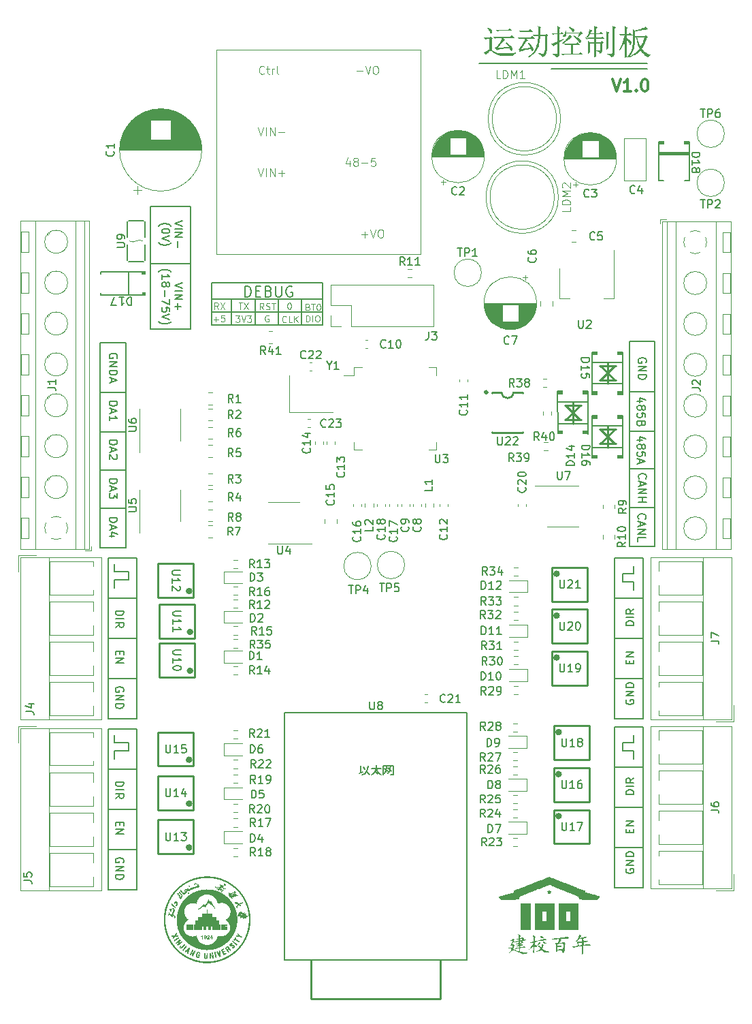
<source format=gbr>
%TF.GenerationSoftware,KiCad,Pcbnew,8.0.0-rc1-91-gb65fa46c3c*%
%TF.CreationDate,2024-02-01T16:18:31+08:00*%
%TF.ProjectId,_____,d0a8a736-612e-46b6-9963-61645f706362,rev?*%
%TF.SameCoordinates,Original*%
%TF.FileFunction,Legend,Top*%
%TF.FilePolarity,Positive*%
%FSLAX46Y46*%
G04 Gerber Fmt 4.6, Leading zero omitted, Abs format (unit mm)*
G04 Created by KiCad (PCBNEW 8.0.0-rc1-91-gb65fa46c3c) date 2024-02-01 16:18:31*
%MOMM*%
%LPD*%
G01*
G04 APERTURE LIST*
%ADD10C,0.300000*%
%ADD11C,0.150000*%
%ADD12C,0.500000*%
%ADD13C,0.120000*%
%ADD14C,0.100000*%
%ADD15C,0.000000*%
%ADD16C,0.152500*%
%ADD17C,0.254000*%
%ADD18C,0.400000*%
%ADD19C,0.076000*%
%ADD20C,0.203200*%
%ADD21C,0.152000*%
G04 APERTURE END LIST*
D10*
X94472625Y-28018828D02*
X94972625Y-29518828D01*
X94972625Y-29518828D02*
X95472625Y-28018828D01*
X96758339Y-29518828D02*
X95901196Y-29518828D01*
X96329767Y-29518828D02*
X96329767Y-28018828D01*
X96329767Y-28018828D02*
X96186910Y-28233114D01*
X96186910Y-28233114D02*
X96044053Y-28375971D01*
X96044053Y-28375971D02*
X95901196Y-28447400D01*
X97401195Y-29375971D02*
X97472624Y-29447400D01*
X97472624Y-29447400D02*
X97401195Y-29518828D01*
X97401195Y-29518828D02*
X97329767Y-29447400D01*
X97329767Y-29447400D02*
X97401195Y-29375971D01*
X97401195Y-29375971D02*
X97401195Y-29518828D01*
X98401196Y-28018828D02*
X98544053Y-28018828D01*
X98544053Y-28018828D02*
X98686910Y-28090257D01*
X98686910Y-28090257D02*
X98758339Y-28161685D01*
X98758339Y-28161685D02*
X98829767Y-28304542D01*
X98829767Y-28304542D02*
X98901196Y-28590257D01*
X98901196Y-28590257D02*
X98901196Y-28947400D01*
X98901196Y-28947400D02*
X98829767Y-29233114D01*
X98829767Y-29233114D02*
X98758339Y-29375971D01*
X98758339Y-29375971D02*
X98686910Y-29447400D01*
X98686910Y-29447400D02*
X98544053Y-29518828D01*
X98544053Y-29518828D02*
X98401196Y-29518828D01*
X98401196Y-29518828D02*
X98258339Y-29447400D01*
X98258339Y-29447400D02*
X98186910Y-29375971D01*
X98186910Y-29375971D02*
X98115481Y-29233114D01*
X98115481Y-29233114D02*
X98044053Y-28947400D01*
X98044053Y-28947400D02*
X98044053Y-28590257D01*
X98044053Y-28590257D02*
X98115481Y-28304542D01*
X98115481Y-28304542D02*
X98186910Y-28161685D01*
X98186910Y-28161685D02*
X98258339Y-28090257D01*
X98258339Y-28090257D02*
X98401196Y-28018828D01*
D11*
X63173198Y-113376200D02*
X63173198Y-114185723D01*
X63839864Y-114042866D02*
X64220817Y-114423819D01*
X63363674Y-114090485D02*
X62982722Y-114280961D01*
X63458912Y-113471438D02*
X63649388Y-113757152D01*
X64030341Y-113376200D02*
X63982722Y-113804771D01*
X63982722Y-113804771D02*
X63839864Y-114090485D01*
X63839864Y-114090485D02*
X63601769Y-114328580D01*
X63601769Y-114328580D02*
X63316055Y-114423819D01*
X64458912Y-113661914D02*
X65649388Y-113661914D01*
X64982721Y-114138104D02*
X65220816Y-114376200D01*
X65077959Y-113280961D02*
X65077959Y-113661914D01*
X65077959Y-113661914D02*
X65268435Y-114090485D01*
X65268435Y-114090485D02*
X65506531Y-114328580D01*
X65506531Y-114328580D02*
X65697007Y-114423819D01*
X65030340Y-113757152D02*
X64887483Y-114138104D01*
X64887483Y-114138104D02*
X64697007Y-114328580D01*
X64697007Y-114328580D02*
X64458912Y-114423819D01*
X65077959Y-113423819D02*
X64982721Y-113995247D01*
X66887483Y-114423819D02*
X67173197Y-114423819D01*
X65935102Y-113376200D02*
X65935102Y-114423819D01*
X65935102Y-113376200D02*
X67173197Y-113376200D01*
X67173197Y-113376200D02*
X67173197Y-114423819D01*
X66125578Y-113661914D02*
X66506530Y-114042866D01*
X66554149Y-113614295D02*
X66982721Y-114042866D01*
X66316054Y-113852390D02*
X66125578Y-114280961D01*
X66792244Y-113852390D02*
X66554149Y-114280961D01*
X66363673Y-113376200D02*
X66268435Y-114090485D01*
X66839864Y-113376200D02*
X66697006Y-114138104D01*
X99750000Y-71750000D02*
X96550000Y-71750000D01*
X98250000Y-102500000D02*
X94750000Y-102500000D01*
X31750000Y-87500000D02*
X35250000Y-87500000D01*
X35250000Y-107500000D01*
X31750000Y-107500000D01*
X31750000Y-87500000D01*
X58420000Y-56997600D02*
X44551600Y-56997600D01*
X32500000Y-109500000D02*
X32500000Y-110500000D01*
X55778400Y-55397400D02*
X55778400Y-58597800D01*
X58369200Y-53340000D02*
X58369200Y-55372000D01*
X34250000Y-111500000D02*
X32500000Y-111500000D01*
X97125000Y-91500000D02*
X97125000Y-90500000D01*
X32500000Y-110500000D02*
X34250000Y-110500000D01*
X32500000Y-88250000D02*
X32500000Y-89250000D01*
X32500000Y-90250000D02*
X32500000Y-91250000D01*
X33925000Y-66980000D02*
X30725000Y-66980000D01*
X31750000Y-108750000D02*
X35250000Y-108750000D01*
X35250000Y-128750000D01*
X31750000Y-128750000D01*
X31750000Y-108750000D01*
X31750000Y-123750000D02*
X35250000Y-123750000D01*
X33925000Y-76580000D02*
X30725000Y-76580000D01*
X95750000Y-90500000D02*
X95750000Y-89500000D01*
X44551600Y-55372000D02*
X44551600Y-53340000D01*
X97125000Y-112500000D02*
X97125000Y-111500000D01*
X34250000Y-89250000D02*
X34250000Y-90250000D01*
X31750000Y-102500000D02*
X35250000Y-102500000D01*
X32500000Y-111500000D02*
X32500000Y-112500000D01*
X99750000Y-66850000D02*
X96550000Y-66850000D01*
X34250000Y-110500000D02*
X34250000Y-111500000D01*
X31750000Y-92500000D02*
X35250000Y-92500000D01*
X32500000Y-89250000D02*
X34250000Y-89250000D01*
X33925000Y-81380000D02*
X30725000Y-81380000D01*
X96547600Y-60600000D02*
X99750000Y-60600000D01*
X99750000Y-86100000D01*
X96547600Y-86100000D01*
X96547600Y-60600000D01*
X95750000Y-89500000D02*
X97125000Y-89500000D01*
X47040800Y-58572400D02*
X47040800Y-55422800D01*
X36997000Y-50927000D02*
X41997000Y-50927000D01*
X36997000Y-43802000D02*
X41997000Y-43802000D01*
X41997000Y-59052000D01*
X36997000Y-59052000D01*
X36997000Y-43802000D01*
X50038000Y-55346600D02*
X50038000Y-58547000D01*
X33925000Y-71880000D02*
X30725000Y-71880000D01*
X99750000Y-81250000D02*
X96550000Y-81250000D01*
X98250000Y-92500000D02*
X94750000Y-92500000D01*
X97125000Y-111500000D02*
X95750000Y-111500000D01*
X31750000Y-113750000D02*
X35250000Y-113750000D01*
X86817200Y-26771600D02*
X98806000Y-26771600D01*
X52882800Y-55422800D02*
X52882800Y-58521600D01*
X98806000Y-26060400D02*
X77876400Y-26060400D01*
X31750000Y-118750000D02*
X35250000Y-118750000D01*
X98250000Y-118500000D02*
X94750000Y-118500000D01*
X30722600Y-60730000D02*
X33925000Y-60730000D01*
X33925000Y-86230000D01*
X30722600Y-86230000D01*
X30722600Y-60730000D01*
X95750000Y-111500000D02*
X95750000Y-110500000D01*
X34250000Y-90250000D02*
X32500000Y-90250000D01*
X99750000Y-76450000D02*
X96550000Y-76450000D01*
X98250000Y-123500000D02*
X94750000Y-123500000D01*
X94750000Y-108500000D02*
X98250000Y-108500000D01*
X98250000Y-128500000D01*
X94750000Y-128500000D01*
X94750000Y-108500000D01*
X98250000Y-113500000D02*
X94750000Y-113500000D01*
X94750000Y-87500000D02*
X98250000Y-87500000D01*
X98250000Y-107500000D01*
X94750000Y-107500000D01*
X94750000Y-87500000D01*
X44551600Y-55372000D02*
X58420000Y-55372000D01*
X58420000Y-58572400D01*
X44551600Y-58572400D01*
X44551600Y-55372000D01*
X97125000Y-89500000D02*
X97125000Y-88500000D01*
X97125000Y-90500000D02*
X95750000Y-90500000D01*
X97125000Y-110500000D02*
X97125000Y-109500000D01*
X95750000Y-110500000D02*
X97125000Y-110500000D01*
X31750000Y-97500000D02*
X35250000Y-97500000D01*
X98250000Y-97500000D02*
X94750000Y-97500000D01*
X44551600Y-53340000D02*
X58369200Y-53340000D01*
D12*
G36*
X79916293Y-21883614D02*
G01*
X81397870Y-21883614D01*
X81638938Y-21660132D01*
X81989182Y-22029427D01*
X80418212Y-22029427D01*
X80266692Y-22046120D01*
X80114863Y-22082184D01*
X79916293Y-21883614D01*
G37*
G36*
X79837891Y-24067145D02*
G01*
X79983285Y-24013686D01*
X80105044Y-23923337D01*
X80170550Y-23852456D01*
X80263400Y-23731756D01*
X80349902Y-23606240D01*
X80429129Y-23481242D01*
X80479761Y-23396699D01*
X80554820Y-23262518D01*
X80623387Y-23123607D01*
X80679859Y-22984217D01*
X80700313Y-22920425D01*
X80137577Y-22920425D01*
X79983186Y-22935314D01*
X79829954Y-22969936D01*
X79818108Y-22973182D01*
X79619538Y-22774612D01*
X81710745Y-22774612D01*
X81968666Y-22517424D01*
X82333565Y-22920425D01*
X80853453Y-22920425D01*
X81150208Y-23135115D01*
X80998980Y-23182410D01*
X80876768Y-23279957D01*
X80776505Y-23392611D01*
X80717165Y-23471437D01*
X80618058Y-23604161D01*
X80519672Y-23729209D01*
X80422008Y-23846580D01*
X80308977Y-23973810D01*
X80196928Y-24090593D01*
X81569329Y-24029043D01*
X81491161Y-23888251D01*
X81405753Y-23763458D01*
X81314341Y-23645399D01*
X81207361Y-23519064D01*
X81290892Y-23462644D01*
X81420731Y-23545695D01*
X81557298Y-23639982D01*
X81677807Y-23731464D01*
X81795868Y-23832581D01*
X81847033Y-23881765D01*
X81947239Y-24000476D01*
X82010437Y-24135939D01*
X82015560Y-24243000D01*
X81979627Y-24386589D01*
X81933495Y-24456957D01*
X81836042Y-24503119D01*
X81733671Y-24395846D01*
X81731262Y-24388813D01*
X81678119Y-24251461D01*
X81639671Y-24158736D01*
X81487225Y-24173714D01*
X81299091Y-24193263D01*
X81128245Y-24212331D01*
X80974687Y-24230918D01*
X80807051Y-24253476D01*
X80641543Y-24279554D01*
X80514932Y-24304549D01*
X80363992Y-24344825D01*
X80218305Y-24398005D01*
X80084826Y-24466751D01*
X80063572Y-24480404D01*
X79837891Y-24067145D01*
G37*
G36*
X78867026Y-21611772D02*
G01*
X78949091Y-21556817D01*
X79089350Y-21629982D01*
X79223371Y-21707503D01*
X79351484Y-21795258D01*
X79415107Y-21850642D01*
X79501202Y-21974839D01*
X79517689Y-22105631D01*
X79470941Y-22250683D01*
X79427563Y-22302735D01*
X79313258Y-22365750D01*
X79209967Y-22253497D01*
X79191625Y-22181835D01*
X79139146Y-22029507D01*
X79065117Y-21890747D01*
X78976976Y-21757010D01*
X78884068Y-21633224D01*
X78867026Y-21611772D01*
G37*
G36*
X79435623Y-24329462D02*
G01*
X79545953Y-24436139D01*
X79670745Y-24531165D01*
X79803004Y-24615097D01*
X79834960Y-24633545D01*
X79979949Y-24699215D01*
X80131307Y-24744205D01*
X80279238Y-24773503D01*
X80443965Y-24794248D01*
X80594067Y-24805003D01*
X80749067Y-24811786D01*
X80901741Y-24816566D01*
X81052090Y-24819343D01*
X81200114Y-24820116D01*
X81374672Y-24818398D01*
X81545881Y-24813796D01*
X81715150Y-24805595D01*
X81883337Y-24793634D01*
X82050442Y-24777912D01*
X82216465Y-24758429D01*
X82381407Y-24735185D01*
X82436147Y-24726601D01*
X82436147Y-24837976D01*
X82284838Y-24892976D01*
X82156496Y-24977312D01*
X82090636Y-25112836D01*
X82090299Y-25124473D01*
X81903029Y-25124209D01*
X81724438Y-25123419D01*
X81554525Y-25122103D01*
X81393291Y-25120259D01*
X81240734Y-25117890D01*
X81062243Y-25114187D01*
X80897311Y-25109661D01*
X80835135Y-25107620D01*
X80687000Y-25099881D01*
X80520763Y-25083463D01*
X80367096Y-25059266D01*
X80203706Y-25021204D01*
X80057426Y-24972552D01*
X80037926Y-24964738D01*
X79891151Y-24897693D01*
X79760039Y-24823321D01*
X79631258Y-24730894D01*
X79544800Y-24652595D01*
X79426888Y-24552303D01*
X79299620Y-24477800D01*
X79294939Y-24476741D01*
X79160472Y-24539996D01*
X79049183Y-24644327D01*
X79037752Y-24656259D01*
X78931177Y-24771793D01*
X78833284Y-24886483D01*
X78755651Y-24988185D01*
X78486740Y-24716343D01*
X78617837Y-24617518D01*
X78759804Y-24525564D01*
X78890141Y-24452217D01*
X79028464Y-24383919D01*
X79174772Y-24320669D01*
X79174772Y-23014214D01*
X79082448Y-23014214D01*
X78926858Y-23021530D01*
X78776625Y-23043478D01*
X78679447Y-23066238D01*
X78482343Y-22868401D01*
X79152057Y-22868401D01*
X79274423Y-22675694D01*
X79599022Y-22924822D01*
X79435623Y-23053049D01*
X79435623Y-24329462D01*
G37*
G36*
X86517445Y-22565785D02*
G01*
X86372364Y-22692547D01*
X86370049Y-22904783D01*
X86367132Y-23106252D01*
X86363615Y-23296953D01*
X86359496Y-23476887D01*
X86354776Y-23646053D01*
X86349455Y-23804451D01*
X86343533Y-23952081D01*
X86333523Y-24153338D01*
X86322161Y-24330367D01*
X86309446Y-24483168D01*
X86290390Y-24649217D01*
X86263188Y-24796210D01*
X86206101Y-24943637D01*
X86116267Y-25068553D01*
X85993685Y-25170960D01*
X85862549Y-25240821D01*
X85734890Y-25286406D01*
X85665916Y-25149063D01*
X85544294Y-25046240D01*
X85413588Y-24967501D01*
X85278810Y-24900822D01*
X85218317Y-24873879D01*
X85242497Y-24748583D01*
X85395148Y-24782844D01*
X85549341Y-24811695D01*
X85696972Y-24831015D01*
X85805232Y-24836510D01*
X85946649Y-24800607D01*
X86000281Y-24650194D01*
X86024663Y-24493090D01*
X86037507Y-24382219D01*
X86052586Y-24204621D01*
X86062294Y-24047954D01*
X86071728Y-23860673D01*
X86078623Y-23700122D01*
X86085364Y-23522350D01*
X86091950Y-23327358D01*
X86098381Y-23115145D01*
X86102583Y-22964103D01*
X86106716Y-22805407D01*
X86110780Y-22639057D01*
X85465246Y-22639057D01*
X85459522Y-22789049D01*
X85450409Y-22935675D01*
X85434251Y-23114224D01*
X85412799Y-23287514D01*
X85386052Y-23455544D01*
X85354009Y-23618315D01*
X85324563Y-23744745D01*
X85280753Y-23897852D01*
X85227175Y-24045307D01*
X85163831Y-24187108D01*
X85090719Y-24323257D01*
X85007840Y-24453753D01*
X84915193Y-24578596D01*
X84875400Y-24626950D01*
X84768525Y-24744863D01*
X84650773Y-24859090D01*
X84522145Y-24969633D01*
X84382640Y-25076490D01*
X84232259Y-25179663D01*
X84104123Y-25259547D01*
X84003453Y-25317913D01*
X83922120Y-25235115D01*
X84054355Y-25141280D01*
X84177384Y-25047719D01*
X84291209Y-24954434D01*
X84420546Y-24838213D01*
X84535500Y-24722422D01*
X84636071Y-24607060D01*
X84722260Y-24492128D01*
X84811904Y-24350998D01*
X84891245Y-24203479D01*
X84960282Y-24049571D01*
X85019015Y-23889275D01*
X85067443Y-23722591D01*
X85081297Y-23665610D01*
X85112491Y-23519605D01*
X85139214Y-23368268D01*
X85161464Y-23211601D01*
X85179242Y-23049603D01*
X85192548Y-22882274D01*
X85201381Y-22709614D01*
X85203662Y-22639057D01*
X84933285Y-22639057D01*
X84725191Y-22673496D01*
X84544939Y-22493244D01*
X85204395Y-22493244D01*
X85204120Y-22327499D01*
X85203296Y-22170249D01*
X85201922Y-22021493D01*
X85199432Y-21847495D01*
X85196083Y-21686771D01*
X85191876Y-21539320D01*
X85186810Y-21405143D01*
X85597138Y-21604445D01*
X85465979Y-21737801D01*
X85465979Y-22493244D01*
X86091729Y-22493244D01*
X86230948Y-22336441D01*
X86517445Y-22565785D01*
G37*
G36*
X82814235Y-21977404D02*
G01*
X84048149Y-21977404D01*
X84255512Y-21770041D01*
X84608687Y-22123217D01*
X83348394Y-22123217D01*
X83196745Y-22133455D01*
X83052108Y-22164169D01*
X83012071Y-22176706D01*
X82814235Y-21977404D01*
G37*
G36*
X82682343Y-22821507D02*
G01*
X84278959Y-22821507D01*
X84486321Y-22614145D01*
X84839496Y-22967320D01*
X83748463Y-22967320D01*
X83989531Y-23148304D01*
X83860259Y-23229290D01*
X83748083Y-23340138D01*
X83643542Y-23470715D01*
X83549192Y-23607586D01*
X83533041Y-23632637D01*
X83447386Y-23756822D01*
X83350597Y-23892148D01*
X83260351Y-24012533D01*
X83163334Y-24134098D01*
X83063362Y-24248129D01*
X84268701Y-24111109D01*
X84201236Y-23980603D01*
X84129634Y-23850026D01*
X84053895Y-23719379D01*
X83974018Y-23588662D01*
X83926516Y-23513935D01*
X84010048Y-23457515D01*
X84150548Y-23588582D01*
X84273463Y-23708841D01*
X84378793Y-23818292D01*
X84485726Y-23939908D01*
X84577775Y-24063556D01*
X84641660Y-24203433D01*
X84649493Y-24355382D01*
X84594032Y-24484801D01*
X84486321Y-24566133D01*
X84397661Y-24465750D01*
X84353068Y-24324070D01*
X84322190Y-24239337D01*
X84110275Y-24278812D01*
X83915543Y-24318377D01*
X83737992Y-24358032D01*
X83577623Y-24397778D01*
X83434436Y-24437613D01*
X83270248Y-24490868D01*
X83107967Y-24557661D01*
X82976231Y-24638144D01*
X82947591Y-24665052D01*
X82736565Y-24281102D01*
X82869487Y-24203607D01*
X82971388Y-24098015D01*
X83064536Y-23973852D01*
X83146252Y-23846651D01*
X83214304Y-23729357D01*
X83295527Y-23579570D01*
X83366088Y-23441160D01*
X83436687Y-23290087D01*
X83499649Y-23134541D01*
X83546017Y-22984080D01*
X83549894Y-22967320D01*
X83053837Y-22967320D01*
X82862595Y-23001758D01*
X82682343Y-22821507D01*
G37*
G36*
X88432064Y-23618715D02*
G01*
X89929761Y-23618715D01*
X90137124Y-23411353D01*
X90490299Y-23764528D01*
X89550208Y-23764528D01*
X89550208Y-24837976D01*
X90259489Y-24837976D01*
X90482971Y-24613761D01*
X90852999Y-24983789D01*
X88702441Y-24983789D01*
X88546851Y-24991208D01*
X88396619Y-25013464D01*
X88299440Y-25036545D01*
X88102336Y-24837976D01*
X89272504Y-24837976D01*
X89272504Y-23764528D01*
X88803558Y-23764528D01*
X88612315Y-23798967D01*
X88432064Y-23618715D01*
G37*
G36*
X89259315Y-22847152D02*
G01*
X89132496Y-22967927D01*
X89007027Y-23080755D01*
X88882910Y-23185639D01*
X88760143Y-23282576D01*
X88638728Y-23371568D01*
X88488859Y-23471635D01*
X88341100Y-23559287D01*
X88282588Y-23590872D01*
X88226168Y-23505143D01*
X88369244Y-23384655D01*
X88503551Y-23261693D01*
X88629088Y-23136260D01*
X88745855Y-23008353D01*
X88853853Y-22877973D01*
X88953080Y-22745120D01*
X89043538Y-22609794D01*
X89125225Y-22471995D01*
X89457151Y-22787801D01*
X89259315Y-22847152D01*
G37*
G36*
X89593439Y-22697676D02*
G01*
X89649859Y-22612679D01*
X89802605Y-22676199D01*
X89939358Y-22735783D01*
X90082352Y-22802090D01*
X90220071Y-22872284D01*
X90351080Y-22951200D01*
X90466622Y-23050084D01*
X90540339Y-23179775D01*
X90547452Y-23224508D01*
X90532673Y-23371380D01*
X90492497Y-23443593D01*
X90400906Y-23517599D01*
X90284389Y-23425771D01*
X90214793Y-23304375D01*
X90127598Y-23174132D01*
X90014037Y-23048449D01*
X89889015Y-22932014D01*
X89765310Y-22828846D01*
X89623859Y-22720095D01*
X89593439Y-22697676D01*
G37*
G36*
X90174493Y-22722588D02*
G01*
X90316642Y-22357690D01*
X88709768Y-22357690D01*
X88702613Y-22505323D01*
X88691450Y-22582637D01*
X88611308Y-22706617D01*
X88591799Y-22716727D01*
X88471632Y-22753363D01*
X88374179Y-22724787D01*
X88316293Y-22663970D01*
X88384981Y-22527823D01*
X88420341Y-22484452D01*
X88499492Y-22356798D01*
X88555821Y-22209794D01*
X88593791Y-22052285D01*
X88600592Y-22014040D01*
X88709768Y-22014040D01*
X88709768Y-22211877D01*
X90340089Y-22211877D01*
X90480773Y-22035289D01*
X90803174Y-22357690D01*
X90645723Y-22398834D01*
X90511313Y-22490998D01*
X90405577Y-22594682D01*
X90295616Y-22727989D01*
X90258024Y-22779009D01*
X90174493Y-22722588D01*
G37*
G36*
X89051953Y-21594919D02*
G01*
X89106175Y-21512854D01*
X89254918Y-21578410D01*
X89397434Y-21645088D01*
X89534363Y-21716071D01*
X89602964Y-21757585D01*
X89700801Y-21868662D01*
X89707012Y-21973007D01*
X89654805Y-22113966D01*
X89632274Y-22138604D01*
X89543613Y-22176706D01*
X89433840Y-22070190D01*
X89423446Y-22047013D01*
X89343184Y-21921193D01*
X89240550Y-21795195D01*
X89137723Y-21682850D01*
X89051953Y-21594919D01*
G37*
G36*
X88420341Y-23114598D02*
G01*
X87868596Y-23450188D01*
X87868596Y-24876078D01*
X87833324Y-25024294D01*
X87746468Y-25155702D01*
X87625957Y-25258399D01*
X87508826Y-25326706D01*
X87448392Y-25191582D01*
X87328522Y-25098858D01*
X87196665Y-25032380D01*
X87059315Y-24978989D01*
X86997382Y-24958143D01*
X86997382Y-24847501D01*
X87153073Y-24874174D01*
X87313371Y-24896411D01*
X87465713Y-24904588D01*
X87487577Y-24902456D01*
X87582720Y-24779944D01*
X87590892Y-24676775D01*
X87590892Y-23593070D01*
X87445717Y-23679529D01*
X87308058Y-23770435D01*
X87192550Y-23861191D01*
X87106558Y-23963098D01*
X86867689Y-23604061D01*
X87017322Y-23559973D01*
X87162795Y-23509173D01*
X87307747Y-23454132D01*
X87471400Y-23388478D01*
X87590892Y-23338813D01*
X87590892Y-22451479D01*
X87270690Y-22451479D01*
X87062595Y-22485917D01*
X86882343Y-22305666D01*
X87590892Y-22305666D01*
X87590445Y-22137271D01*
X87589103Y-21979215D01*
X87586867Y-21831500D01*
X87583003Y-21667889D01*
X87577851Y-21519168D01*
X87572574Y-21406608D01*
X88055442Y-21614703D01*
X87868596Y-21761249D01*
X87868596Y-22305666D01*
X87967514Y-22305666D01*
X88141904Y-22131277D01*
X88462106Y-22451479D01*
X87868596Y-22451479D01*
X87868596Y-23234766D01*
X88367584Y-23009085D01*
X88420341Y-23114598D01*
G37*
G36*
X93701115Y-24357306D02*
G01*
X93707590Y-24200788D01*
X93711962Y-24052883D01*
X93715403Y-23889092D01*
X93717915Y-23709416D01*
X93719255Y-23554238D01*
X93719999Y-23388893D01*
X93720166Y-23258213D01*
X93719880Y-23083263D01*
X93719021Y-22914518D01*
X93717590Y-22751978D01*
X93715587Y-22595643D01*
X93713011Y-22445514D01*
X93708986Y-22266579D01*
X93704066Y-22097339D01*
X93701848Y-22032358D01*
X94118770Y-22229462D01*
X93964897Y-22343768D01*
X93964897Y-23840000D01*
X93969111Y-23986545D01*
X93977800Y-24138770D01*
X93981750Y-24197571D01*
X93701115Y-24357306D01*
G37*
G36*
X94461687Y-21952491D02*
G01*
X94460238Y-21803141D01*
X94455891Y-21650197D01*
X94448646Y-21493660D01*
X94443369Y-21405143D01*
X94855163Y-21600781D01*
X94723272Y-21731939D01*
X94723272Y-24794745D01*
X94711992Y-24943243D01*
X94653419Y-25090373D01*
X94546120Y-25213414D01*
X94412263Y-25301315D01*
X94367165Y-25323042D01*
X94309592Y-25182605D01*
X94194966Y-25083561D01*
X94045681Y-25016807D01*
X93881332Y-24974381D01*
X93819084Y-24963272D01*
X93819084Y-24852630D01*
X93976072Y-24860645D01*
X94125093Y-24866924D01*
X94278348Y-24870788D01*
X94308547Y-24870949D01*
X94443592Y-24810046D01*
X94461687Y-24729532D01*
X94461687Y-21952491D01*
G37*
G36*
X92203418Y-22305666D02*
G01*
X92203418Y-22078520D01*
X92202471Y-21910181D01*
X92199631Y-21755868D01*
X92194067Y-21596682D01*
X92184852Y-21439495D01*
X92183634Y-21423461D01*
X92599824Y-21603712D01*
X92448149Y-21737801D01*
X92448149Y-22305666D01*
X92793265Y-22305666D01*
X92984507Y-22097571D01*
X93338415Y-22451479D01*
X92448149Y-22451479D01*
X92448149Y-22868401D01*
X93008687Y-22868401D01*
X93216049Y-22661039D01*
X93569224Y-23014214D01*
X92448149Y-23014214D01*
X92448149Y-23431137D01*
X92955930Y-23431137D01*
X93079029Y-23256748D01*
X93368456Y-23469239D01*
X93222643Y-23596734D01*
X93222643Y-24393942D01*
X93200773Y-24556146D01*
X93115379Y-24689950D01*
X92986144Y-24785045D01*
X92856279Y-24841639D01*
X92817489Y-24693260D01*
X92695158Y-24598377D01*
X92539384Y-24534527D01*
X92516293Y-24527299D01*
X92516293Y-24416657D01*
X92669265Y-24435977D01*
X92816137Y-24450395D01*
X92883390Y-24453293D01*
X92977081Y-24337149D01*
X92977912Y-24311877D01*
X92977912Y-23576950D01*
X92448149Y-23576950D01*
X92448149Y-24682637D01*
X92449540Y-24834905D01*
X92454349Y-24994846D01*
X92462592Y-25145055D01*
X92465735Y-25188220D01*
X92185100Y-25326706D01*
X92190377Y-25151312D01*
X92194760Y-24996992D01*
X92198839Y-24839624D01*
X92202273Y-24677004D01*
X92203418Y-24568332D01*
X92203418Y-23576950D01*
X91672923Y-23576950D01*
X91672923Y-24738325D01*
X91410606Y-24879741D01*
X91416582Y-24706832D01*
X91421322Y-24540362D01*
X91424825Y-24380332D01*
X91427092Y-24226743D01*
X91428123Y-24079593D01*
X91428191Y-24031974D01*
X91427315Y-23866556D01*
X91424685Y-23701769D01*
X91420302Y-23537612D01*
X91414166Y-23374087D01*
X91409873Y-23280928D01*
X91672190Y-23431137D01*
X92203418Y-23431137D01*
X92203418Y-23014214D01*
X91682448Y-23014214D01*
X91526858Y-23021530D01*
X91376625Y-23043478D01*
X91279447Y-23066238D01*
X91082343Y-22868401D01*
X92203418Y-22868401D01*
X92203418Y-22451479D01*
X91646544Y-22451479D01*
X91565944Y-22581950D01*
X91483146Y-22702988D01*
X91387370Y-22827879D01*
X91310955Y-22916762D01*
X91221562Y-22886720D01*
X91283935Y-22752270D01*
X91348370Y-22604918D01*
X91403828Y-22467805D01*
X91456218Y-22323641D01*
X91478017Y-22256573D01*
X91519310Y-22113142D01*
X91553771Y-21962474D01*
X91577794Y-21807319D01*
X91580599Y-21780300D01*
X91967479Y-21984731D01*
X91842057Y-22078257D01*
X91753743Y-22202904D01*
X91702232Y-22305666D01*
X92203418Y-22305666D01*
G37*
G36*
X96418805Y-21633754D02*
G01*
X96268596Y-21764180D01*
X96268596Y-22399455D01*
X96433460Y-22399455D01*
X96624702Y-22208213D01*
X96961024Y-22545268D01*
X96268596Y-22545268D01*
X96268596Y-22940942D01*
X96397885Y-23016616D01*
X96523393Y-23095461D01*
X96644678Y-23181892D01*
X96726551Y-23258213D01*
X96800855Y-23390333D01*
X96813013Y-23470704D01*
X96785286Y-23621060D01*
X96767584Y-23667808D01*
X96690648Y-23776985D01*
X96593815Y-23665627D01*
X96569747Y-23594535D01*
X96506526Y-23457801D01*
X96426496Y-23322922D01*
X96329658Y-23189898D01*
X96268596Y-23116796D01*
X96268665Y-23330372D01*
X96268871Y-23533112D01*
X96269214Y-23725016D01*
X96269695Y-23906082D01*
X96270313Y-24076313D01*
X96271069Y-24235707D01*
X96271962Y-24384265D01*
X96273559Y-24586784D01*
X96275465Y-24764920D01*
X96277681Y-24918675D01*
X96281115Y-25085755D01*
X96285970Y-25227515D01*
X96394797Y-25112016D01*
X96499726Y-24986353D01*
X96592909Y-24858859D01*
X96674344Y-24729532D01*
X96744034Y-24598374D01*
X96814627Y-24431850D01*
X96866866Y-24262463D01*
X96882623Y-24193907D01*
X96915552Y-24021051D01*
X96942901Y-23846405D01*
X96964668Y-23669971D01*
X96980854Y-23491747D01*
X96991458Y-23311735D01*
X96996482Y-23129934D01*
X96996928Y-23056713D01*
X96996642Y-22908965D01*
X96995783Y-22759179D01*
X96994352Y-22607355D01*
X96992349Y-22453494D01*
X96989773Y-22297594D01*
X96986624Y-22139657D01*
X96982903Y-21979682D01*
X96978610Y-21817669D01*
X97254116Y-21964947D01*
X97432478Y-21917514D01*
X97593873Y-21873402D01*
X97738301Y-21832610D01*
X97894975Y-21786288D01*
X98047989Y-21737550D01*
X98192623Y-21684187D01*
X98205930Y-21678450D01*
X98343793Y-21614151D01*
X98476287Y-21545177D01*
X98592078Y-21478415D01*
X98882239Y-21844047D01*
X98723156Y-21850344D01*
X98568725Y-21866779D01*
X98422500Y-21889951D01*
X98326830Y-21908527D01*
X98163781Y-21939552D01*
X97994109Y-21969605D01*
X97831620Y-21997090D01*
X97649955Y-22026793D01*
X97490816Y-22052152D01*
X97319403Y-22078931D01*
X97274632Y-22085847D01*
X97274632Y-22680823D01*
X98428680Y-22680823D01*
X98603069Y-22506434D01*
X98887368Y-22792198D01*
X98704918Y-22902840D01*
X98652473Y-23069316D01*
X98599551Y-23227201D01*
X98546153Y-23376495D01*
X98492278Y-23517198D01*
X98419704Y-23691439D01*
X98346282Y-23850407D01*
X98272013Y-23994101D01*
X98196897Y-24122524D01*
X98120934Y-24235673D01*
X98235297Y-24374056D01*
X98355636Y-24499043D01*
X98481951Y-24610635D01*
X98614243Y-24708832D01*
X98752511Y-24793634D01*
X98896756Y-24865041D01*
X99046977Y-24923052D01*
X99203174Y-24967669D01*
X99203174Y-25074647D01*
X99053128Y-25098507D01*
X98914557Y-25173778D01*
X98849266Y-25286406D01*
X98697454Y-25201043D01*
X98550221Y-25098830D01*
X98435732Y-25004926D01*
X98324174Y-24900238D01*
X98215547Y-24784764D01*
X98109851Y-24658506D01*
X98007086Y-24521463D01*
X97956803Y-24448897D01*
X97820435Y-24584257D01*
X97675114Y-24710069D01*
X97520841Y-24826332D01*
X97357614Y-24933047D01*
X97229318Y-25006817D01*
X97095987Y-25075217D01*
X96957619Y-25138245D01*
X96814215Y-25195902D01*
X96665776Y-25248189D01*
X96615177Y-25264424D01*
X96557291Y-25177229D01*
X96706190Y-25104938D01*
X96848714Y-25029298D01*
X96984862Y-24950309D01*
X97114634Y-24867972D01*
X97238031Y-24782286D01*
X97355052Y-24693250D01*
X97501163Y-24569328D01*
X97635939Y-24439452D01*
X97759381Y-24303622D01*
X97816851Y-24233475D01*
X97743040Y-24078777D01*
X97675847Y-23918035D01*
X97615271Y-23751248D01*
X97561312Y-23578415D01*
X97513971Y-23399538D01*
X97473248Y-23214616D01*
X97439141Y-23023648D01*
X97417904Y-22876456D01*
X97411653Y-22826636D01*
X97543544Y-22826636D01*
X97581245Y-22992988D01*
X97623640Y-23153524D01*
X97670729Y-23308245D01*
X97722513Y-23457149D01*
X97778990Y-23600237D01*
X97840161Y-23737509D01*
X97906027Y-23868965D01*
X97976586Y-23994605D01*
X98059591Y-23845340D01*
X98136871Y-23683768D01*
X98194573Y-23545649D01*
X98248612Y-23399653D01*
X98298987Y-23245780D01*
X98345698Y-23084030D01*
X98388746Y-22914403D01*
X98408896Y-22826636D01*
X97543544Y-22826636D01*
X97411653Y-22826636D01*
X97274632Y-22826636D01*
X97272881Y-22977091D01*
X97267626Y-23132802D01*
X97258867Y-23293768D01*
X97246605Y-23459988D01*
X97230840Y-23631464D01*
X97224807Y-23689790D01*
X97202001Y-23862786D01*
X97170951Y-24030062D01*
X97131659Y-24191620D01*
X97084123Y-24347460D01*
X97028344Y-24497580D01*
X97007919Y-24546350D01*
X96934443Y-24691550D01*
X96838762Y-24836442D01*
X96742065Y-24956948D01*
X96629949Y-25077240D01*
X96502412Y-25197318D01*
X96389279Y-25293225D01*
X96359454Y-25317180D01*
X96279075Y-25236801D01*
X95974039Y-25372135D01*
X95977257Y-25219904D01*
X95980591Y-25057769D01*
X95984040Y-24885728D01*
X95987606Y-24703783D01*
X95991288Y-24511934D01*
X95995085Y-24310179D01*
X95998998Y-24098520D01*
X96001672Y-23951912D01*
X96004397Y-23800901D01*
X96007173Y-23645488D01*
X96010001Y-23485673D01*
X96012880Y-23321456D01*
X96014339Y-23237697D01*
X95958617Y-23404404D01*
X95896599Y-23565638D01*
X95828283Y-23721401D01*
X95753671Y-23871690D01*
X95672762Y-24016507D01*
X95585556Y-24155851D01*
X95492053Y-24289723D01*
X95392253Y-24418122D01*
X95307989Y-24360237D01*
X95390726Y-24205958D01*
X95468851Y-24048395D01*
X95542366Y-23887547D01*
X95611270Y-23723416D01*
X95675562Y-23555999D01*
X95735244Y-23385299D01*
X95790315Y-23211313D01*
X95840774Y-23034044D01*
X95886623Y-22853490D01*
X95927860Y-22669652D01*
X95952790Y-22545268D01*
X95605477Y-22545268D01*
X95463327Y-22580439D01*
X95282343Y-22399455D01*
X95990892Y-22399455D01*
X95990463Y-22226573D01*
X95989175Y-22060096D01*
X95987028Y-21900023D01*
X95984023Y-21746354D01*
X95980159Y-21599089D01*
X95974388Y-21430825D01*
X95973306Y-21403677D01*
X96418805Y-21633754D01*
G37*
D11*
X97771919Y-77658207D02*
X97724300Y-77610588D01*
X97724300Y-77610588D02*
X97676680Y-77467731D01*
X97676680Y-77467731D02*
X97676680Y-77372493D01*
X97676680Y-77372493D02*
X97724300Y-77229636D01*
X97724300Y-77229636D02*
X97819538Y-77134398D01*
X97819538Y-77134398D02*
X97914776Y-77086779D01*
X97914776Y-77086779D02*
X98105252Y-77039160D01*
X98105252Y-77039160D02*
X98248109Y-77039160D01*
X98248109Y-77039160D02*
X98438585Y-77086779D01*
X98438585Y-77086779D02*
X98533823Y-77134398D01*
X98533823Y-77134398D02*
X98629061Y-77229636D01*
X98629061Y-77229636D02*
X98676680Y-77372493D01*
X98676680Y-77372493D02*
X98676680Y-77467731D01*
X98676680Y-77467731D02*
X98629061Y-77610588D01*
X98629061Y-77610588D02*
X98581442Y-77658207D01*
X97962395Y-78039160D02*
X97962395Y-78515350D01*
X97676680Y-77943922D02*
X98676680Y-78277255D01*
X98676680Y-78277255D02*
X97676680Y-78610588D01*
X97676680Y-78943922D02*
X98676680Y-78943922D01*
X98676680Y-78943922D02*
X97676680Y-79515350D01*
X97676680Y-79515350D02*
X98676680Y-79515350D01*
X97676680Y-79991541D02*
X98676680Y-79991541D01*
X98200490Y-79991541D02*
X98200490Y-80562969D01*
X97676680Y-80562969D02*
X98676680Y-80562969D01*
D13*
X47957937Y-55788655D02*
X48415080Y-55788655D01*
X48186508Y-56588655D02*
X48186508Y-55788655D01*
X48605556Y-55788655D02*
X49138890Y-56588655D01*
X49138890Y-55788655D02*
X48605556Y-56588655D01*
D11*
X33582561Y-104110588D02*
X33630180Y-104015350D01*
X33630180Y-104015350D02*
X33630180Y-103872493D01*
X33630180Y-103872493D02*
X33582561Y-103729636D01*
X33582561Y-103729636D02*
X33487323Y-103634398D01*
X33487323Y-103634398D02*
X33392085Y-103586779D01*
X33392085Y-103586779D02*
X33201609Y-103539160D01*
X33201609Y-103539160D02*
X33058752Y-103539160D01*
X33058752Y-103539160D02*
X32868276Y-103586779D01*
X32868276Y-103586779D02*
X32773038Y-103634398D01*
X32773038Y-103634398D02*
X32677800Y-103729636D01*
X32677800Y-103729636D02*
X32630180Y-103872493D01*
X32630180Y-103872493D02*
X32630180Y-103967731D01*
X32630180Y-103967731D02*
X32677800Y-104110588D01*
X32677800Y-104110588D02*
X32725419Y-104158207D01*
X32725419Y-104158207D02*
X33058752Y-104158207D01*
X33058752Y-104158207D02*
X33058752Y-103967731D01*
X32630180Y-104586779D02*
X33630180Y-104586779D01*
X33630180Y-104586779D02*
X32630180Y-105158207D01*
X32630180Y-105158207D02*
X33630180Y-105158207D01*
X32630180Y-105634398D02*
X33630180Y-105634398D01*
X33630180Y-105634398D02*
X33630180Y-105872493D01*
X33630180Y-105872493D02*
X33582561Y-106015350D01*
X33582561Y-106015350D02*
X33487323Y-106110588D01*
X33487323Y-106110588D02*
X33392085Y-106158207D01*
X33392085Y-106158207D02*
X33201609Y-106205826D01*
X33201609Y-106205826D02*
X33058752Y-106205826D01*
X33058752Y-106205826D02*
X32868276Y-106158207D01*
X32868276Y-106158207D02*
X32773038Y-106110588D01*
X32773038Y-106110588D02*
X32677800Y-106015350D01*
X32677800Y-106015350D02*
X32630180Y-105872493D01*
X32630180Y-105872493D02*
X32630180Y-105634398D01*
X97119819Y-95913220D02*
X96119819Y-95913220D01*
X96119819Y-95913220D02*
X96119819Y-95675125D01*
X96119819Y-95675125D02*
X96167438Y-95532268D01*
X96167438Y-95532268D02*
X96262676Y-95437030D01*
X96262676Y-95437030D02*
X96357914Y-95389411D01*
X96357914Y-95389411D02*
X96548390Y-95341792D01*
X96548390Y-95341792D02*
X96691247Y-95341792D01*
X96691247Y-95341792D02*
X96881723Y-95389411D01*
X96881723Y-95389411D02*
X96976961Y-95437030D01*
X96976961Y-95437030D02*
X97072200Y-95532268D01*
X97072200Y-95532268D02*
X97119819Y-95675125D01*
X97119819Y-95675125D02*
X97119819Y-95913220D01*
X97119819Y-94913220D02*
X96119819Y-94913220D01*
X97119819Y-93865602D02*
X96643628Y-94198935D01*
X97119819Y-94437030D02*
X96119819Y-94437030D01*
X96119819Y-94437030D02*
X96119819Y-94056078D01*
X96119819Y-94056078D02*
X96167438Y-93960840D01*
X96167438Y-93960840D02*
X96215057Y-93913221D01*
X96215057Y-93913221D02*
X96310295Y-93865602D01*
X96310295Y-93865602D02*
X96453152Y-93865602D01*
X96453152Y-93865602D02*
X96548390Y-93913221D01*
X96548390Y-93913221D02*
X96596009Y-93960840D01*
X96596009Y-93960840D02*
X96643628Y-94056078D01*
X96643628Y-94056078D02*
X96643628Y-94437030D01*
D13*
X54219004Y-55788655D02*
X54295194Y-55788655D01*
X54295194Y-55788655D02*
X54371385Y-55826750D01*
X54371385Y-55826750D02*
X54409480Y-55864845D01*
X54409480Y-55864845D02*
X54447575Y-55941036D01*
X54447575Y-55941036D02*
X54485670Y-56093417D01*
X54485670Y-56093417D02*
X54485670Y-56283893D01*
X54485670Y-56283893D02*
X54447575Y-56436274D01*
X54447575Y-56436274D02*
X54409480Y-56512464D01*
X54409480Y-56512464D02*
X54371385Y-56550560D01*
X54371385Y-56550560D02*
X54295194Y-56588655D01*
X54295194Y-56588655D02*
X54219004Y-56588655D01*
X54219004Y-56588655D02*
X54142813Y-56550560D01*
X54142813Y-56550560D02*
X54104718Y-56512464D01*
X54104718Y-56512464D02*
X54066623Y-56436274D01*
X54066623Y-56436274D02*
X54028527Y-56283893D01*
X54028527Y-56283893D02*
X54028527Y-56093417D01*
X54028527Y-56093417D02*
X54066623Y-55941036D01*
X54066623Y-55941036D02*
X54104718Y-55864845D01*
X54104718Y-55864845D02*
X54142813Y-55826750D01*
X54142813Y-55826750D02*
X54219004Y-55788655D01*
D11*
X33582561Y-125360588D02*
X33630180Y-125265350D01*
X33630180Y-125265350D02*
X33630180Y-125122493D01*
X33630180Y-125122493D02*
X33582561Y-124979636D01*
X33582561Y-124979636D02*
X33487323Y-124884398D01*
X33487323Y-124884398D02*
X33392085Y-124836779D01*
X33392085Y-124836779D02*
X33201609Y-124789160D01*
X33201609Y-124789160D02*
X33058752Y-124789160D01*
X33058752Y-124789160D02*
X32868276Y-124836779D01*
X32868276Y-124836779D02*
X32773038Y-124884398D01*
X32773038Y-124884398D02*
X32677800Y-124979636D01*
X32677800Y-124979636D02*
X32630180Y-125122493D01*
X32630180Y-125122493D02*
X32630180Y-125217731D01*
X32630180Y-125217731D02*
X32677800Y-125360588D01*
X32677800Y-125360588D02*
X32725419Y-125408207D01*
X32725419Y-125408207D02*
X33058752Y-125408207D01*
X33058752Y-125408207D02*
X33058752Y-125217731D01*
X32630180Y-125836779D02*
X33630180Y-125836779D01*
X33630180Y-125836779D02*
X32630180Y-126408207D01*
X32630180Y-126408207D02*
X33630180Y-126408207D01*
X32630180Y-126884398D02*
X33630180Y-126884398D01*
X33630180Y-126884398D02*
X33630180Y-127122493D01*
X33630180Y-127122493D02*
X33582561Y-127265350D01*
X33582561Y-127265350D02*
X33487323Y-127360588D01*
X33487323Y-127360588D02*
X33392085Y-127408207D01*
X33392085Y-127408207D02*
X33201609Y-127455826D01*
X33201609Y-127455826D02*
X33058752Y-127455826D01*
X33058752Y-127455826D02*
X32868276Y-127408207D01*
X32868276Y-127408207D02*
X32773038Y-127360588D01*
X32773038Y-127360588D02*
X32677800Y-127265350D01*
X32677800Y-127265350D02*
X32630180Y-127122493D01*
X32630180Y-127122493D02*
X32630180Y-126884398D01*
X96167438Y-105139411D02*
X96119819Y-105234649D01*
X96119819Y-105234649D02*
X96119819Y-105377506D01*
X96119819Y-105377506D02*
X96167438Y-105520363D01*
X96167438Y-105520363D02*
X96262676Y-105615601D01*
X96262676Y-105615601D02*
X96357914Y-105663220D01*
X96357914Y-105663220D02*
X96548390Y-105710839D01*
X96548390Y-105710839D02*
X96691247Y-105710839D01*
X96691247Y-105710839D02*
X96881723Y-105663220D01*
X96881723Y-105663220D02*
X96976961Y-105615601D01*
X96976961Y-105615601D02*
X97072200Y-105520363D01*
X97072200Y-105520363D02*
X97119819Y-105377506D01*
X97119819Y-105377506D02*
X97119819Y-105282268D01*
X97119819Y-105282268D02*
X97072200Y-105139411D01*
X97072200Y-105139411D02*
X97024580Y-105091792D01*
X97024580Y-105091792D02*
X96691247Y-105091792D01*
X96691247Y-105091792D02*
X96691247Y-105282268D01*
X97119819Y-104663220D02*
X96119819Y-104663220D01*
X96119819Y-104663220D02*
X97119819Y-104091792D01*
X97119819Y-104091792D02*
X96119819Y-104091792D01*
X97119819Y-103615601D02*
X96119819Y-103615601D01*
X96119819Y-103615601D02*
X96119819Y-103377506D01*
X96119819Y-103377506D02*
X96167438Y-103234649D01*
X96167438Y-103234649D02*
X96262676Y-103139411D01*
X96262676Y-103139411D02*
X96357914Y-103091792D01*
X96357914Y-103091792D02*
X96548390Y-103044173D01*
X96548390Y-103044173D02*
X96691247Y-103044173D01*
X96691247Y-103044173D02*
X96881723Y-103091792D01*
X96881723Y-103091792D02*
X96976961Y-103139411D01*
X96976961Y-103139411D02*
X97072200Y-103234649D01*
X97072200Y-103234649D02*
X97119819Y-103377506D01*
X97119819Y-103377506D02*
X97119819Y-103615601D01*
D13*
X53863366Y-58188864D02*
X53825270Y-58226960D01*
X53825270Y-58226960D02*
X53710985Y-58265055D01*
X53710985Y-58265055D02*
X53634794Y-58265055D01*
X53634794Y-58265055D02*
X53520508Y-58226960D01*
X53520508Y-58226960D02*
X53444318Y-58150769D01*
X53444318Y-58150769D02*
X53406223Y-58074579D01*
X53406223Y-58074579D02*
X53368127Y-57922198D01*
X53368127Y-57922198D02*
X53368127Y-57807912D01*
X53368127Y-57807912D02*
X53406223Y-57655531D01*
X53406223Y-57655531D02*
X53444318Y-57579340D01*
X53444318Y-57579340D02*
X53520508Y-57503150D01*
X53520508Y-57503150D02*
X53634794Y-57465055D01*
X53634794Y-57465055D02*
X53710985Y-57465055D01*
X53710985Y-57465055D02*
X53825270Y-57503150D01*
X53825270Y-57503150D02*
X53863366Y-57541245D01*
X54587175Y-58265055D02*
X54206223Y-58265055D01*
X54206223Y-58265055D02*
X54206223Y-57465055D01*
X54853842Y-58265055D02*
X54853842Y-57465055D01*
X55310985Y-58265055D02*
X54968127Y-57807912D01*
X55310985Y-57465055D02*
X54853842Y-57922198D01*
D11*
X97119819Y-116913220D02*
X96119819Y-116913220D01*
X96119819Y-116913220D02*
X96119819Y-116675125D01*
X96119819Y-116675125D02*
X96167438Y-116532268D01*
X96167438Y-116532268D02*
X96262676Y-116437030D01*
X96262676Y-116437030D02*
X96357914Y-116389411D01*
X96357914Y-116389411D02*
X96548390Y-116341792D01*
X96548390Y-116341792D02*
X96691247Y-116341792D01*
X96691247Y-116341792D02*
X96881723Y-116389411D01*
X96881723Y-116389411D02*
X96976961Y-116437030D01*
X96976961Y-116437030D02*
X97072200Y-116532268D01*
X97072200Y-116532268D02*
X97119819Y-116675125D01*
X97119819Y-116675125D02*
X97119819Y-116913220D01*
X97119819Y-115913220D02*
X96119819Y-115913220D01*
X97119819Y-114865602D02*
X96643628Y-115198935D01*
X97119819Y-115437030D02*
X96119819Y-115437030D01*
X96119819Y-115437030D02*
X96119819Y-115056078D01*
X96119819Y-115056078D02*
X96167438Y-114960840D01*
X96167438Y-114960840D02*
X96215057Y-114913221D01*
X96215057Y-114913221D02*
X96310295Y-114865602D01*
X96310295Y-114865602D02*
X96453152Y-114865602D01*
X96453152Y-114865602D02*
X96548390Y-114913221D01*
X96548390Y-114913221D02*
X96596009Y-114960840D01*
X96596009Y-114960840D02*
X96643628Y-115056078D01*
X96643628Y-115056078D02*
X96643628Y-115437030D01*
D13*
X56352623Y-58163455D02*
X56352623Y-57363455D01*
X56352623Y-57363455D02*
X56543099Y-57363455D01*
X56543099Y-57363455D02*
X56657385Y-57401550D01*
X56657385Y-57401550D02*
X56733575Y-57477740D01*
X56733575Y-57477740D02*
X56771670Y-57553931D01*
X56771670Y-57553931D02*
X56809766Y-57706312D01*
X56809766Y-57706312D02*
X56809766Y-57820598D01*
X56809766Y-57820598D02*
X56771670Y-57972979D01*
X56771670Y-57972979D02*
X56733575Y-58049169D01*
X56733575Y-58049169D02*
X56657385Y-58125360D01*
X56657385Y-58125360D02*
X56543099Y-58163455D01*
X56543099Y-58163455D02*
X56352623Y-58163455D01*
X57152623Y-58163455D02*
X57152623Y-57363455D01*
X57685956Y-57363455D02*
X57838337Y-57363455D01*
X57838337Y-57363455D02*
X57914527Y-57401550D01*
X57914527Y-57401550D02*
X57990718Y-57477740D01*
X57990718Y-57477740D02*
X58028813Y-57630121D01*
X58028813Y-57630121D02*
X58028813Y-57896788D01*
X58028813Y-57896788D02*
X57990718Y-58049169D01*
X57990718Y-58049169D02*
X57914527Y-58125360D01*
X57914527Y-58125360D02*
X57838337Y-58163455D01*
X57838337Y-58163455D02*
X57685956Y-58163455D01*
X57685956Y-58163455D02*
X57609765Y-58125360D01*
X57609765Y-58125360D02*
X57533575Y-58049169D01*
X57533575Y-58049169D02*
X57495479Y-57896788D01*
X57495479Y-57896788D02*
X57495479Y-57630121D01*
X57495479Y-57630121D02*
X57533575Y-57477740D01*
X57533575Y-57477740D02*
X57609765Y-57401550D01*
X57609765Y-57401550D02*
X57685956Y-57363455D01*
X51691670Y-57401550D02*
X51615480Y-57363455D01*
X51615480Y-57363455D02*
X51501194Y-57363455D01*
X51501194Y-57363455D02*
X51386908Y-57401550D01*
X51386908Y-57401550D02*
X51310718Y-57477740D01*
X51310718Y-57477740D02*
X51272623Y-57553931D01*
X51272623Y-57553931D02*
X51234527Y-57706312D01*
X51234527Y-57706312D02*
X51234527Y-57820598D01*
X51234527Y-57820598D02*
X51272623Y-57972979D01*
X51272623Y-57972979D02*
X51310718Y-58049169D01*
X51310718Y-58049169D02*
X51386908Y-58125360D01*
X51386908Y-58125360D02*
X51501194Y-58163455D01*
X51501194Y-58163455D02*
X51577385Y-58163455D01*
X51577385Y-58163455D02*
X51691670Y-58125360D01*
X51691670Y-58125360D02*
X51729766Y-58087264D01*
X51729766Y-58087264D02*
X51729766Y-57820598D01*
X51729766Y-57820598D02*
X51577385Y-57820598D01*
D11*
X31851680Y-82507255D02*
X32851680Y-82507255D01*
X32851680Y-82507255D02*
X32851680Y-82745350D01*
X32851680Y-82745350D02*
X32804061Y-82888207D01*
X32804061Y-82888207D02*
X32708823Y-82983445D01*
X32708823Y-82983445D02*
X32613585Y-83031064D01*
X32613585Y-83031064D02*
X32423109Y-83078683D01*
X32423109Y-83078683D02*
X32280252Y-83078683D01*
X32280252Y-83078683D02*
X32089776Y-83031064D01*
X32089776Y-83031064D02*
X31994538Y-82983445D01*
X31994538Y-82983445D02*
X31899300Y-82888207D01*
X31899300Y-82888207D02*
X31851680Y-82745350D01*
X31851680Y-82745350D02*
X31851680Y-82507255D01*
X32137395Y-83459636D02*
X32137395Y-83935826D01*
X31851680Y-83364398D02*
X32851680Y-83697731D01*
X32851680Y-83697731D02*
X31851680Y-84031064D01*
X32518347Y-84792969D02*
X31851680Y-84792969D01*
X32899300Y-84554874D02*
X32185014Y-84316779D01*
X32185014Y-84316779D02*
X32185014Y-84935826D01*
X32804061Y-62685826D02*
X32851680Y-62590588D01*
X32851680Y-62590588D02*
X32851680Y-62447731D01*
X32851680Y-62447731D02*
X32804061Y-62304874D01*
X32804061Y-62304874D02*
X32708823Y-62209636D01*
X32708823Y-62209636D02*
X32613585Y-62162017D01*
X32613585Y-62162017D02*
X32423109Y-62114398D01*
X32423109Y-62114398D02*
X32280252Y-62114398D01*
X32280252Y-62114398D02*
X32089776Y-62162017D01*
X32089776Y-62162017D02*
X31994538Y-62209636D01*
X31994538Y-62209636D02*
X31899300Y-62304874D01*
X31899300Y-62304874D02*
X31851680Y-62447731D01*
X31851680Y-62447731D02*
X31851680Y-62542969D01*
X31851680Y-62542969D02*
X31899300Y-62685826D01*
X31899300Y-62685826D02*
X31946919Y-62733445D01*
X31946919Y-62733445D02*
X32280252Y-62733445D01*
X32280252Y-62733445D02*
X32280252Y-62542969D01*
X31851680Y-63162017D02*
X32851680Y-63162017D01*
X32851680Y-63162017D02*
X31851680Y-63733445D01*
X31851680Y-63733445D02*
X32851680Y-63733445D01*
X31851680Y-64209636D02*
X32851680Y-64209636D01*
X32851680Y-64209636D02*
X32851680Y-64447731D01*
X32851680Y-64447731D02*
X32804061Y-64590588D01*
X32804061Y-64590588D02*
X32708823Y-64685826D01*
X32708823Y-64685826D02*
X32613585Y-64733445D01*
X32613585Y-64733445D02*
X32423109Y-64781064D01*
X32423109Y-64781064D02*
X32280252Y-64781064D01*
X32280252Y-64781064D02*
X32089776Y-64733445D01*
X32089776Y-64733445D02*
X31994538Y-64685826D01*
X31994538Y-64685826D02*
X31899300Y-64590588D01*
X31899300Y-64590588D02*
X31851680Y-64447731D01*
X31851680Y-64447731D02*
X31851680Y-64209636D01*
X32137395Y-65162017D02*
X32137395Y-65638207D01*
X31851680Y-65066779D02*
X32851680Y-65400112D01*
X32851680Y-65400112D02*
X31851680Y-65733445D01*
X33153990Y-99086779D02*
X33153990Y-99420112D01*
X32630180Y-99562969D02*
X32630180Y-99086779D01*
X32630180Y-99086779D02*
X33630180Y-99086779D01*
X33630180Y-99086779D02*
X33630180Y-99562969D01*
X32630180Y-99991541D02*
X33630180Y-99991541D01*
X33630180Y-99991541D02*
X32630180Y-100562969D01*
X32630180Y-100562969D02*
X33630180Y-100562969D01*
X97725419Y-82658207D02*
X97677800Y-82610588D01*
X97677800Y-82610588D02*
X97630180Y-82467731D01*
X97630180Y-82467731D02*
X97630180Y-82372493D01*
X97630180Y-82372493D02*
X97677800Y-82229636D01*
X97677800Y-82229636D02*
X97773038Y-82134398D01*
X97773038Y-82134398D02*
X97868276Y-82086779D01*
X97868276Y-82086779D02*
X98058752Y-82039160D01*
X98058752Y-82039160D02*
X98201609Y-82039160D01*
X98201609Y-82039160D02*
X98392085Y-82086779D01*
X98392085Y-82086779D02*
X98487323Y-82134398D01*
X98487323Y-82134398D02*
X98582561Y-82229636D01*
X98582561Y-82229636D02*
X98630180Y-82372493D01*
X98630180Y-82372493D02*
X98630180Y-82467731D01*
X98630180Y-82467731D02*
X98582561Y-82610588D01*
X98582561Y-82610588D02*
X98534942Y-82658207D01*
X97915895Y-83039160D02*
X97915895Y-83515350D01*
X97630180Y-82943922D02*
X98630180Y-83277255D01*
X98630180Y-83277255D02*
X97630180Y-83610588D01*
X97630180Y-83943922D02*
X98630180Y-83943922D01*
X98630180Y-83943922D02*
X97630180Y-84515350D01*
X97630180Y-84515350D02*
X98630180Y-84515350D01*
X97630180Y-85467731D02*
X97630180Y-84991541D01*
X97630180Y-84991541D02*
X98630180Y-84991541D01*
D13*
X51069366Y-56639455D02*
X50802699Y-56258502D01*
X50612223Y-56639455D02*
X50612223Y-55839455D01*
X50612223Y-55839455D02*
X50916985Y-55839455D01*
X50916985Y-55839455D02*
X50993175Y-55877550D01*
X50993175Y-55877550D02*
X51031270Y-55915645D01*
X51031270Y-55915645D02*
X51069366Y-55991836D01*
X51069366Y-55991836D02*
X51069366Y-56106121D01*
X51069366Y-56106121D02*
X51031270Y-56182312D01*
X51031270Y-56182312D02*
X50993175Y-56220407D01*
X50993175Y-56220407D02*
X50916985Y-56258502D01*
X50916985Y-56258502D02*
X50612223Y-56258502D01*
X51374127Y-56601360D02*
X51488413Y-56639455D01*
X51488413Y-56639455D02*
X51678889Y-56639455D01*
X51678889Y-56639455D02*
X51755080Y-56601360D01*
X51755080Y-56601360D02*
X51793175Y-56563264D01*
X51793175Y-56563264D02*
X51831270Y-56487074D01*
X51831270Y-56487074D02*
X51831270Y-56410883D01*
X51831270Y-56410883D02*
X51793175Y-56334693D01*
X51793175Y-56334693D02*
X51755080Y-56296598D01*
X51755080Y-56296598D02*
X51678889Y-56258502D01*
X51678889Y-56258502D02*
X51526508Y-56220407D01*
X51526508Y-56220407D02*
X51450318Y-56182312D01*
X51450318Y-56182312D02*
X51412223Y-56144217D01*
X51412223Y-56144217D02*
X51374127Y-56068026D01*
X51374127Y-56068026D02*
X51374127Y-55991836D01*
X51374127Y-55991836D02*
X51412223Y-55915645D01*
X51412223Y-55915645D02*
X51450318Y-55877550D01*
X51450318Y-55877550D02*
X51526508Y-55839455D01*
X51526508Y-55839455D02*
X51716985Y-55839455D01*
X51716985Y-55839455D02*
X51831270Y-55877550D01*
X52059842Y-55839455D02*
X52516985Y-55839455D01*
X52288413Y-56639455D02*
X52288413Y-55839455D01*
D11*
X31851680Y-68069755D02*
X32851680Y-68069755D01*
X32851680Y-68069755D02*
X32851680Y-68307850D01*
X32851680Y-68307850D02*
X32804061Y-68450707D01*
X32804061Y-68450707D02*
X32708823Y-68545945D01*
X32708823Y-68545945D02*
X32613585Y-68593564D01*
X32613585Y-68593564D02*
X32423109Y-68641183D01*
X32423109Y-68641183D02*
X32280252Y-68641183D01*
X32280252Y-68641183D02*
X32089776Y-68593564D01*
X32089776Y-68593564D02*
X31994538Y-68545945D01*
X31994538Y-68545945D02*
X31899300Y-68450707D01*
X31899300Y-68450707D02*
X31851680Y-68307850D01*
X31851680Y-68307850D02*
X31851680Y-68069755D01*
X32137395Y-69022136D02*
X32137395Y-69498326D01*
X31851680Y-68926898D02*
X32851680Y-69260231D01*
X32851680Y-69260231D02*
X31851680Y-69593564D01*
X31851680Y-70450707D02*
X31851680Y-69879279D01*
X31851680Y-70164993D02*
X32851680Y-70164993D01*
X32851680Y-70164993D02*
X32708823Y-70069755D01*
X32708823Y-70069755D02*
X32613585Y-69974517D01*
X32613585Y-69974517D02*
X32565966Y-69879279D01*
D13*
X45430566Y-56588655D02*
X45163899Y-56207702D01*
X44973423Y-56588655D02*
X44973423Y-55788655D01*
X44973423Y-55788655D02*
X45278185Y-55788655D01*
X45278185Y-55788655D02*
X45354375Y-55826750D01*
X45354375Y-55826750D02*
X45392470Y-55864845D01*
X45392470Y-55864845D02*
X45430566Y-55941036D01*
X45430566Y-55941036D02*
X45430566Y-56055321D01*
X45430566Y-56055321D02*
X45392470Y-56131512D01*
X45392470Y-56131512D02*
X45354375Y-56169607D01*
X45354375Y-56169607D02*
X45278185Y-56207702D01*
X45278185Y-56207702D02*
X44973423Y-56207702D01*
X45697232Y-55788655D02*
X46230566Y-56588655D01*
X46230566Y-55788655D02*
X45697232Y-56588655D01*
D11*
X98205847Y-72901350D02*
X97539180Y-72901350D01*
X98586800Y-72663255D02*
X97872514Y-72425160D01*
X97872514Y-72425160D02*
X97872514Y-73044207D01*
X98110609Y-73568017D02*
X98158228Y-73472779D01*
X98158228Y-73472779D02*
X98205847Y-73425160D01*
X98205847Y-73425160D02*
X98301085Y-73377541D01*
X98301085Y-73377541D02*
X98348704Y-73377541D01*
X98348704Y-73377541D02*
X98443942Y-73425160D01*
X98443942Y-73425160D02*
X98491561Y-73472779D01*
X98491561Y-73472779D02*
X98539180Y-73568017D01*
X98539180Y-73568017D02*
X98539180Y-73758493D01*
X98539180Y-73758493D02*
X98491561Y-73853731D01*
X98491561Y-73853731D02*
X98443942Y-73901350D01*
X98443942Y-73901350D02*
X98348704Y-73948969D01*
X98348704Y-73948969D02*
X98301085Y-73948969D01*
X98301085Y-73948969D02*
X98205847Y-73901350D01*
X98205847Y-73901350D02*
X98158228Y-73853731D01*
X98158228Y-73853731D02*
X98110609Y-73758493D01*
X98110609Y-73758493D02*
X98110609Y-73568017D01*
X98110609Y-73568017D02*
X98062990Y-73472779D01*
X98062990Y-73472779D02*
X98015371Y-73425160D01*
X98015371Y-73425160D02*
X97920133Y-73377541D01*
X97920133Y-73377541D02*
X97729657Y-73377541D01*
X97729657Y-73377541D02*
X97634419Y-73425160D01*
X97634419Y-73425160D02*
X97586800Y-73472779D01*
X97586800Y-73472779D02*
X97539180Y-73568017D01*
X97539180Y-73568017D02*
X97539180Y-73758493D01*
X97539180Y-73758493D02*
X97586800Y-73853731D01*
X97586800Y-73853731D02*
X97634419Y-73901350D01*
X97634419Y-73901350D02*
X97729657Y-73948969D01*
X97729657Y-73948969D02*
X97920133Y-73948969D01*
X97920133Y-73948969D02*
X98015371Y-73901350D01*
X98015371Y-73901350D02*
X98062990Y-73853731D01*
X98062990Y-73853731D02*
X98110609Y-73758493D01*
X98539180Y-74853731D02*
X98539180Y-74377541D01*
X98539180Y-74377541D02*
X98062990Y-74329922D01*
X98062990Y-74329922D02*
X98110609Y-74377541D01*
X98110609Y-74377541D02*
X98158228Y-74472779D01*
X98158228Y-74472779D02*
X98158228Y-74710874D01*
X98158228Y-74710874D02*
X98110609Y-74806112D01*
X98110609Y-74806112D02*
X98062990Y-74853731D01*
X98062990Y-74853731D02*
X97967752Y-74901350D01*
X97967752Y-74901350D02*
X97729657Y-74901350D01*
X97729657Y-74901350D02*
X97634419Y-74853731D01*
X97634419Y-74853731D02*
X97586800Y-74806112D01*
X97586800Y-74806112D02*
X97539180Y-74710874D01*
X97539180Y-74710874D02*
X97539180Y-74472779D01*
X97539180Y-74472779D02*
X97586800Y-74377541D01*
X97586800Y-74377541D02*
X97634419Y-74329922D01*
X97824895Y-75282303D02*
X97824895Y-75758493D01*
X97539180Y-75187065D02*
X98539180Y-75520398D01*
X98539180Y-75520398D02*
X97539180Y-75853731D01*
D13*
X44821023Y-57858693D02*
X45430547Y-57858693D01*
X45125785Y-58163455D02*
X45125785Y-57553931D01*
X46192451Y-57363455D02*
X45811499Y-57363455D01*
X45811499Y-57363455D02*
X45773403Y-57744407D01*
X45773403Y-57744407D02*
X45811499Y-57706312D01*
X45811499Y-57706312D02*
X45887689Y-57668217D01*
X45887689Y-57668217D02*
X46078165Y-57668217D01*
X46078165Y-57668217D02*
X46154356Y-57706312D01*
X46154356Y-57706312D02*
X46192451Y-57744407D01*
X46192451Y-57744407D02*
X46230546Y-57820598D01*
X46230546Y-57820598D02*
X46230546Y-58011074D01*
X46230546Y-58011074D02*
X46192451Y-58087264D01*
X46192451Y-58087264D02*
X46154356Y-58125360D01*
X46154356Y-58125360D02*
X46078165Y-58163455D01*
X46078165Y-58163455D02*
X45887689Y-58163455D01*
X45887689Y-58163455D02*
X45811499Y-58125360D01*
X45811499Y-58125360D02*
X45773403Y-58087264D01*
X47589632Y-57414255D02*
X48084870Y-57414255D01*
X48084870Y-57414255D02*
X47818204Y-57719017D01*
X47818204Y-57719017D02*
X47932489Y-57719017D01*
X47932489Y-57719017D02*
X48008680Y-57757112D01*
X48008680Y-57757112D02*
X48046775Y-57795207D01*
X48046775Y-57795207D02*
X48084870Y-57871398D01*
X48084870Y-57871398D02*
X48084870Y-58061874D01*
X48084870Y-58061874D02*
X48046775Y-58138064D01*
X48046775Y-58138064D02*
X48008680Y-58176160D01*
X48008680Y-58176160D02*
X47932489Y-58214255D01*
X47932489Y-58214255D02*
X47703918Y-58214255D01*
X47703918Y-58214255D02*
X47627727Y-58176160D01*
X47627727Y-58176160D02*
X47589632Y-58138064D01*
X48313442Y-57414255D02*
X48580109Y-58214255D01*
X48580109Y-58214255D02*
X48846775Y-57414255D01*
X49037251Y-57414255D02*
X49532489Y-57414255D01*
X49532489Y-57414255D02*
X49265823Y-57719017D01*
X49265823Y-57719017D02*
X49380108Y-57719017D01*
X49380108Y-57719017D02*
X49456299Y-57757112D01*
X49456299Y-57757112D02*
X49494394Y-57795207D01*
X49494394Y-57795207D02*
X49532489Y-57871398D01*
X49532489Y-57871398D02*
X49532489Y-58061874D01*
X49532489Y-58061874D02*
X49494394Y-58138064D01*
X49494394Y-58138064D02*
X49456299Y-58176160D01*
X49456299Y-58176160D02*
X49380108Y-58214255D01*
X49380108Y-58214255D02*
X49151537Y-58214255D01*
X49151537Y-58214255D02*
X49075346Y-58176160D01*
X49075346Y-58176160D02*
X49037251Y-58138064D01*
D11*
X40987124Y-45587715D02*
X39987124Y-45921048D01*
X39987124Y-45921048D02*
X40987124Y-46254381D01*
X39987124Y-46587715D02*
X40987124Y-46587715D01*
X39987124Y-47063905D02*
X40987124Y-47063905D01*
X40987124Y-47063905D02*
X39987124Y-47635333D01*
X39987124Y-47635333D02*
X40987124Y-47635333D01*
X40368077Y-48111524D02*
X40368077Y-48873429D01*
X37996228Y-46254380D02*
X38043847Y-46206761D01*
X38043847Y-46206761D02*
X38186704Y-46111523D01*
X38186704Y-46111523D02*
X38281942Y-46063904D01*
X38281942Y-46063904D02*
X38424800Y-46016285D01*
X38424800Y-46016285D02*
X38662895Y-45968666D01*
X38662895Y-45968666D02*
X38853371Y-45968666D01*
X38853371Y-45968666D02*
X39091466Y-46016285D01*
X39091466Y-46016285D02*
X39234323Y-46063904D01*
X39234323Y-46063904D02*
X39329561Y-46111523D01*
X39329561Y-46111523D02*
X39472419Y-46206761D01*
X39472419Y-46206761D02*
X39520038Y-46254380D01*
X39377180Y-46825809D02*
X39377180Y-46921047D01*
X39377180Y-46921047D02*
X39329561Y-47016285D01*
X39329561Y-47016285D02*
X39281942Y-47063904D01*
X39281942Y-47063904D02*
X39186704Y-47111523D01*
X39186704Y-47111523D02*
X38996228Y-47159142D01*
X38996228Y-47159142D02*
X38758133Y-47159142D01*
X38758133Y-47159142D02*
X38567657Y-47111523D01*
X38567657Y-47111523D02*
X38472419Y-47063904D01*
X38472419Y-47063904D02*
X38424800Y-47016285D01*
X38424800Y-47016285D02*
X38377180Y-46921047D01*
X38377180Y-46921047D02*
X38377180Y-46825809D01*
X38377180Y-46825809D02*
X38424800Y-46730571D01*
X38424800Y-46730571D02*
X38472419Y-46682952D01*
X38472419Y-46682952D02*
X38567657Y-46635333D01*
X38567657Y-46635333D02*
X38758133Y-46587714D01*
X38758133Y-46587714D02*
X38996228Y-46587714D01*
X38996228Y-46587714D02*
X39186704Y-46635333D01*
X39186704Y-46635333D02*
X39281942Y-46682952D01*
X39281942Y-46682952D02*
X39329561Y-46730571D01*
X39329561Y-46730571D02*
X39377180Y-46825809D01*
X39377180Y-47444857D02*
X38377180Y-47778190D01*
X38377180Y-47778190D02*
X39377180Y-48111523D01*
X37996228Y-48349619D02*
X38043847Y-48397238D01*
X38043847Y-48397238D02*
X38186704Y-48492476D01*
X38186704Y-48492476D02*
X38281942Y-48540095D01*
X38281942Y-48540095D02*
X38424800Y-48587714D01*
X38424800Y-48587714D02*
X38662895Y-48635333D01*
X38662895Y-48635333D02*
X38853371Y-48635333D01*
X38853371Y-48635333D02*
X39091466Y-48587714D01*
X39091466Y-48587714D02*
X39234323Y-48540095D01*
X39234323Y-48540095D02*
X39329561Y-48492476D01*
X39329561Y-48492476D02*
X39472419Y-48397238D01*
X39472419Y-48397238D02*
X39520038Y-48349619D01*
X33153990Y-120336779D02*
X33153990Y-120670112D01*
X32630180Y-120812969D02*
X32630180Y-120336779D01*
X32630180Y-120336779D02*
X33630180Y-120336779D01*
X33630180Y-120336779D02*
X33630180Y-120812969D01*
X32630180Y-121241541D02*
X33630180Y-121241541D01*
X33630180Y-121241541D02*
X32630180Y-121812969D01*
X32630180Y-121812969D02*
X33630180Y-121812969D01*
X96167438Y-126139411D02*
X96119819Y-126234649D01*
X96119819Y-126234649D02*
X96119819Y-126377506D01*
X96119819Y-126377506D02*
X96167438Y-126520363D01*
X96167438Y-126520363D02*
X96262676Y-126615601D01*
X96262676Y-126615601D02*
X96357914Y-126663220D01*
X96357914Y-126663220D02*
X96548390Y-126710839D01*
X96548390Y-126710839D02*
X96691247Y-126710839D01*
X96691247Y-126710839D02*
X96881723Y-126663220D01*
X96881723Y-126663220D02*
X96976961Y-126615601D01*
X96976961Y-126615601D02*
X97072200Y-126520363D01*
X97072200Y-126520363D02*
X97119819Y-126377506D01*
X97119819Y-126377506D02*
X97119819Y-126282268D01*
X97119819Y-126282268D02*
X97072200Y-126139411D01*
X97072200Y-126139411D02*
X97024580Y-126091792D01*
X97024580Y-126091792D02*
X96691247Y-126091792D01*
X96691247Y-126091792D02*
X96691247Y-126282268D01*
X97119819Y-125663220D02*
X96119819Y-125663220D01*
X96119819Y-125663220D02*
X97119819Y-125091792D01*
X97119819Y-125091792D02*
X96119819Y-125091792D01*
X97119819Y-124615601D02*
X96119819Y-124615601D01*
X96119819Y-124615601D02*
X96119819Y-124377506D01*
X96119819Y-124377506D02*
X96167438Y-124234649D01*
X96167438Y-124234649D02*
X96262676Y-124139411D01*
X96262676Y-124139411D02*
X96357914Y-124091792D01*
X96357914Y-124091792D02*
X96548390Y-124044173D01*
X96548390Y-124044173D02*
X96691247Y-124044173D01*
X96691247Y-124044173D02*
X96881723Y-124091792D01*
X96881723Y-124091792D02*
X96976961Y-124139411D01*
X96976961Y-124139411D02*
X97072200Y-124234649D01*
X97072200Y-124234649D02*
X97119819Y-124377506D01*
X97119819Y-124377506D02*
X97119819Y-124615601D01*
X40987124Y-53337715D02*
X39987124Y-53671048D01*
X39987124Y-53671048D02*
X40987124Y-54004381D01*
X39987124Y-54337715D02*
X40987124Y-54337715D01*
X39987124Y-54813905D02*
X40987124Y-54813905D01*
X40987124Y-54813905D02*
X39987124Y-55385333D01*
X39987124Y-55385333D02*
X40987124Y-55385333D01*
X40368077Y-55861524D02*
X40368077Y-56623429D01*
X39987124Y-56242476D02*
X40749029Y-56242476D01*
X37996228Y-51956761D02*
X38043847Y-51909142D01*
X38043847Y-51909142D02*
X38186704Y-51813904D01*
X38186704Y-51813904D02*
X38281942Y-51766285D01*
X38281942Y-51766285D02*
X38424800Y-51718666D01*
X38424800Y-51718666D02*
X38662895Y-51671047D01*
X38662895Y-51671047D02*
X38853371Y-51671047D01*
X38853371Y-51671047D02*
X39091466Y-51718666D01*
X39091466Y-51718666D02*
X39234323Y-51766285D01*
X39234323Y-51766285D02*
X39329561Y-51813904D01*
X39329561Y-51813904D02*
X39472419Y-51909142D01*
X39472419Y-51909142D02*
X39520038Y-51956761D01*
X38377180Y-52861523D02*
X38377180Y-52290095D01*
X38377180Y-52575809D02*
X39377180Y-52575809D01*
X39377180Y-52575809D02*
X39234323Y-52480571D01*
X39234323Y-52480571D02*
X39139085Y-52385333D01*
X39139085Y-52385333D02*
X39091466Y-52290095D01*
X38948609Y-53432952D02*
X38996228Y-53337714D01*
X38996228Y-53337714D02*
X39043847Y-53290095D01*
X39043847Y-53290095D02*
X39139085Y-53242476D01*
X39139085Y-53242476D02*
X39186704Y-53242476D01*
X39186704Y-53242476D02*
X39281942Y-53290095D01*
X39281942Y-53290095D02*
X39329561Y-53337714D01*
X39329561Y-53337714D02*
X39377180Y-53432952D01*
X39377180Y-53432952D02*
X39377180Y-53623428D01*
X39377180Y-53623428D02*
X39329561Y-53718666D01*
X39329561Y-53718666D02*
X39281942Y-53766285D01*
X39281942Y-53766285D02*
X39186704Y-53813904D01*
X39186704Y-53813904D02*
X39139085Y-53813904D01*
X39139085Y-53813904D02*
X39043847Y-53766285D01*
X39043847Y-53766285D02*
X38996228Y-53718666D01*
X38996228Y-53718666D02*
X38948609Y-53623428D01*
X38948609Y-53623428D02*
X38948609Y-53432952D01*
X38948609Y-53432952D02*
X38900990Y-53337714D01*
X38900990Y-53337714D02*
X38853371Y-53290095D01*
X38853371Y-53290095D02*
X38758133Y-53242476D01*
X38758133Y-53242476D02*
X38567657Y-53242476D01*
X38567657Y-53242476D02*
X38472419Y-53290095D01*
X38472419Y-53290095D02*
X38424800Y-53337714D01*
X38424800Y-53337714D02*
X38377180Y-53432952D01*
X38377180Y-53432952D02*
X38377180Y-53623428D01*
X38377180Y-53623428D02*
X38424800Y-53718666D01*
X38424800Y-53718666D02*
X38472419Y-53766285D01*
X38472419Y-53766285D02*
X38567657Y-53813904D01*
X38567657Y-53813904D02*
X38758133Y-53813904D01*
X38758133Y-53813904D02*
X38853371Y-53766285D01*
X38853371Y-53766285D02*
X38900990Y-53718666D01*
X38900990Y-53718666D02*
X38948609Y-53623428D01*
X38758133Y-54242476D02*
X38758133Y-55004381D01*
X39377180Y-55385333D02*
X39377180Y-56051999D01*
X39377180Y-56051999D02*
X38377180Y-55623428D01*
X39377180Y-56909142D02*
X39377180Y-56432952D01*
X39377180Y-56432952D02*
X38900990Y-56385333D01*
X38900990Y-56385333D02*
X38948609Y-56432952D01*
X38948609Y-56432952D02*
X38996228Y-56528190D01*
X38996228Y-56528190D02*
X38996228Y-56766285D01*
X38996228Y-56766285D02*
X38948609Y-56861523D01*
X38948609Y-56861523D02*
X38900990Y-56909142D01*
X38900990Y-56909142D02*
X38805752Y-56956761D01*
X38805752Y-56956761D02*
X38567657Y-56956761D01*
X38567657Y-56956761D02*
X38472419Y-56909142D01*
X38472419Y-56909142D02*
X38424800Y-56861523D01*
X38424800Y-56861523D02*
X38377180Y-56766285D01*
X38377180Y-56766285D02*
X38377180Y-56528190D01*
X38377180Y-56528190D02*
X38424800Y-56432952D01*
X38424800Y-56432952D02*
X38472419Y-56385333D01*
X39377180Y-57242476D02*
X38377180Y-57575809D01*
X38377180Y-57575809D02*
X39377180Y-57909142D01*
X37996228Y-58147238D02*
X38043847Y-58194857D01*
X38043847Y-58194857D02*
X38186704Y-58290095D01*
X38186704Y-58290095D02*
X38281942Y-58337714D01*
X38281942Y-58337714D02*
X38424800Y-58385333D01*
X38424800Y-58385333D02*
X38662895Y-58432952D01*
X38662895Y-58432952D02*
X38853371Y-58432952D01*
X38853371Y-58432952D02*
X39091466Y-58385333D01*
X39091466Y-58385333D02*
X39234323Y-58337714D01*
X39234323Y-58337714D02*
X39329561Y-58290095D01*
X39329561Y-58290095D02*
X39472419Y-58194857D01*
X39472419Y-58194857D02*
X39520038Y-58147238D01*
X31851680Y-72882255D02*
X32851680Y-72882255D01*
X32851680Y-72882255D02*
X32851680Y-73120350D01*
X32851680Y-73120350D02*
X32804061Y-73263207D01*
X32804061Y-73263207D02*
X32708823Y-73358445D01*
X32708823Y-73358445D02*
X32613585Y-73406064D01*
X32613585Y-73406064D02*
X32423109Y-73453683D01*
X32423109Y-73453683D02*
X32280252Y-73453683D01*
X32280252Y-73453683D02*
X32089776Y-73406064D01*
X32089776Y-73406064D02*
X31994538Y-73358445D01*
X31994538Y-73358445D02*
X31899300Y-73263207D01*
X31899300Y-73263207D02*
X31851680Y-73120350D01*
X31851680Y-73120350D02*
X31851680Y-72882255D01*
X32137395Y-73834636D02*
X32137395Y-74310826D01*
X31851680Y-73739398D02*
X32851680Y-74072731D01*
X32851680Y-74072731D02*
X31851680Y-74406064D01*
X32756442Y-74691779D02*
X32804061Y-74739398D01*
X32804061Y-74739398D02*
X32851680Y-74834636D01*
X32851680Y-74834636D02*
X32851680Y-75072731D01*
X32851680Y-75072731D02*
X32804061Y-75167969D01*
X32804061Y-75167969D02*
X32756442Y-75215588D01*
X32756442Y-75215588D02*
X32661204Y-75263207D01*
X32661204Y-75263207D02*
X32565966Y-75263207D01*
X32565966Y-75263207D02*
X32423109Y-75215588D01*
X32423109Y-75215588D02*
X31851680Y-74644160D01*
X31851680Y-74644160D02*
X31851680Y-75263207D01*
D13*
X56568489Y-56322007D02*
X56682775Y-56360102D01*
X56682775Y-56360102D02*
X56720870Y-56398198D01*
X56720870Y-56398198D02*
X56758966Y-56474388D01*
X56758966Y-56474388D02*
X56758966Y-56588674D01*
X56758966Y-56588674D02*
X56720870Y-56664864D01*
X56720870Y-56664864D02*
X56682775Y-56702960D01*
X56682775Y-56702960D02*
X56606585Y-56741055D01*
X56606585Y-56741055D02*
X56301823Y-56741055D01*
X56301823Y-56741055D02*
X56301823Y-55941055D01*
X56301823Y-55941055D02*
X56568489Y-55941055D01*
X56568489Y-55941055D02*
X56644680Y-55979150D01*
X56644680Y-55979150D02*
X56682775Y-56017245D01*
X56682775Y-56017245D02*
X56720870Y-56093436D01*
X56720870Y-56093436D02*
X56720870Y-56169626D01*
X56720870Y-56169626D02*
X56682775Y-56245817D01*
X56682775Y-56245817D02*
X56644680Y-56283912D01*
X56644680Y-56283912D02*
X56568489Y-56322007D01*
X56568489Y-56322007D02*
X56301823Y-56322007D01*
X56987537Y-55941055D02*
X57444680Y-55941055D01*
X57216108Y-56741055D02*
X57216108Y-55941055D01*
X57863728Y-55941055D02*
X57939918Y-55941055D01*
X57939918Y-55941055D02*
X58016109Y-55979150D01*
X58016109Y-55979150D02*
X58054204Y-56017245D01*
X58054204Y-56017245D02*
X58092299Y-56093436D01*
X58092299Y-56093436D02*
X58130394Y-56245817D01*
X58130394Y-56245817D02*
X58130394Y-56436293D01*
X58130394Y-56436293D02*
X58092299Y-56588674D01*
X58092299Y-56588674D02*
X58054204Y-56664864D01*
X58054204Y-56664864D02*
X58016109Y-56702960D01*
X58016109Y-56702960D02*
X57939918Y-56741055D01*
X57939918Y-56741055D02*
X57863728Y-56741055D01*
X57863728Y-56741055D02*
X57787537Y-56702960D01*
X57787537Y-56702960D02*
X57749442Y-56664864D01*
X57749442Y-56664864D02*
X57711347Y-56588674D01*
X57711347Y-56588674D02*
X57673251Y-56436293D01*
X57673251Y-56436293D02*
X57673251Y-56245817D01*
X57673251Y-56245817D02*
X57711347Y-56093436D01*
X57711347Y-56093436D02*
X57749442Y-56017245D01*
X57749442Y-56017245D02*
X57787537Y-55979150D01*
X57787537Y-55979150D02*
X57863728Y-55941055D01*
D11*
X48769807Y-55052704D02*
X48769807Y-53752704D01*
X48769807Y-53752704D02*
X49079331Y-53752704D01*
X49079331Y-53752704D02*
X49265045Y-53814609D01*
X49265045Y-53814609D02*
X49388855Y-53938419D01*
X49388855Y-53938419D02*
X49450760Y-54062228D01*
X49450760Y-54062228D02*
X49512664Y-54309847D01*
X49512664Y-54309847D02*
X49512664Y-54495561D01*
X49512664Y-54495561D02*
X49450760Y-54743180D01*
X49450760Y-54743180D02*
X49388855Y-54866990D01*
X49388855Y-54866990D02*
X49265045Y-54990800D01*
X49265045Y-54990800D02*
X49079331Y-55052704D01*
X49079331Y-55052704D02*
X48769807Y-55052704D01*
X50069807Y-54371752D02*
X50503141Y-54371752D01*
X50688855Y-55052704D02*
X50069807Y-55052704D01*
X50069807Y-55052704D02*
X50069807Y-53752704D01*
X50069807Y-53752704D02*
X50688855Y-53752704D01*
X51679331Y-54371752D02*
X51865045Y-54433657D01*
X51865045Y-54433657D02*
X51926950Y-54495561D01*
X51926950Y-54495561D02*
X51988854Y-54619371D01*
X51988854Y-54619371D02*
X51988854Y-54805085D01*
X51988854Y-54805085D02*
X51926950Y-54928895D01*
X51926950Y-54928895D02*
X51865045Y-54990800D01*
X51865045Y-54990800D02*
X51741235Y-55052704D01*
X51741235Y-55052704D02*
X51245997Y-55052704D01*
X51245997Y-55052704D02*
X51245997Y-53752704D01*
X51245997Y-53752704D02*
X51679331Y-53752704D01*
X51679331Y-53752704D02*
X51803140Y-53814609D01*
X51803140Y-53814609D02*
X51865045Y-53876514D01*
X51865045Y-53876514D02*
X51926950Y-54000323D01*
X51926950Y-54000323D02*
X51926950Y-54124133D01*
X51926950Y-54124133D02*
X51865045Y-54247942D01*
X51865045Y-54247942D02*
X51803140Y-54309847D01*
X51803140Y-54309847D02*
X51679331Y-54371752D01*
X51679331Y-54371752D02*
X51245997Y-54371752D01*
X52545997Y-53752704D02*
X52545997Y-54805085D01*
X52545997Y-54805085D02*
X52607902Y-54928895D01*
X52607902Y-54928895D02*
X52669807Y-54990800D01*
X52669807Y-54990800D02*
X52793616Y-55052704D01*
X52793616Y-55052704D02*
X53041235Y-55052704D01*
X53041235Y-55052704D02*
X53165045Y-54990800D01*
X53165045Y-54990800D02*
X53226950Y-54928895D01*
X53226950Y-54928895D02*
X53288854Y-54805085D01*
X53288854Y-54805085D02*
X53288854Y-53752704D01*
X54588855Y-53814609D02*
X54465045Y-53752704D01*
X54465045Y-53752704D02*
X54279331Y-53752704D01*
X54279331Y-53752704D02*
X54093617Y-53814609D01*
X54093617Y-53814609D02*
X53969807Y-53938419D01*
X53969807Y-53938419D02*
X53907902Y-54062228D01*
X53907902Y-54062228D02*
X53845998Y-54309847D01*
X53845998Y-54309847D02*
X53845998Y-54495561D01*
X53845998Y-54495561D02*
X53907902Y-54743180D01*
X53907902Y-54743180D02*
X53969807Y-54866990D01*
X53969807Y-54866990D02*
X54093617Y-54990800D01*
X54093617Y-54990800D02*
X54279331Y-55052704D01*
X54279331Y-55052704D02*
X54403140Y-55052704D01*
X54403140Y-55052704D02*
X54588855Y-54990800D01*
X54588855Y-54990800D02*
X54650759Y-54928895D01*
X54650759Y-54928895D02*
X54650759Y-54495561D01*
X54650759Y-54495561D02*
X54403140Y-54495561D01*
X98618561Y-63217588D02*
X98666180Y-63122350D01*
X98666180Y-63122350D02*
X98666180Y-62979493D01*
X98666180Y-62979493D02*
X98618561Y-62836636D01*
X98618561Y-62836636D02*
X98523323Y-62741398D01*
X98523323Y-62741398D02*
X98428085Y-62693779D01*
X98428085Y-62693779D02*
X98237609Y-62646160D01*
X98237609Y-62646160D02*
X98094752Y-62646160D01*
X98094752Y-62646160D02*
X97904276Y-62693779D01*
X97904276Y-62693779D02*
X97809038Y-62741398D01*
X97809038Y-62741398D02*
X97713800Y-62836636D01*
X97713800Y-62836636D02*
X97666180Y-62979493D01*
X97666180Y-62979493D02*
X97666180Y-63074731D01*
X97666180Y-63074731D02*
X97713800Y-63217588D01*
X97713800Y-63217588D02*
X97761419Y-63265207D01*
X97761419Y-63265207D02*
X98094752Y-63265207D01*
X98094752Y-63265207D02*
X98094752Y-63074731D01*
X97666180Y-63693779D02*
X98666180Y-63693779D01*
X98666180Y-63693779D02*
X97666180Y-64265207D01*
X97666180Y-64265207D02*
X98666180Y-64265207D01*
X97666180Y-64741398D02*
X98666180Y-64741398D01*
X98666180Y-64741398D02*
X98666180Y-64979493D01*
X98666180Y-64979493D02*
X98618561Y-65122350D01*
X98618561Y-65122350D02*
X98523323Y-65217588D01*
X98523323Y-65217588D02*
X98428085Y-65265207D01*
X98428085Y-65265207D02*
X98237609Y-65312826D01*
X98237609Y-65312826D02*
X98094752Y-65312826D01*
X98094752Y-65312826D02*
X97904276Y-65265207D01*
X97904276Y-65265207D02*
X97809038Y-65217588D01*
X97809038Y-65217588D02*
X97713800Y-65122350D01*
X97713800Y-65122350D02*
X97666180Y-64979493D01*
X97666180Y-64979493D02*
X97666180Y-64741398D01*
X98205847Y-68075350D02*
X97539180Y-68075350D01*
X98586800Y-67837255D02*
X97872514Y-67599160D01*
X97872514Y-67599160D02*
X97872514Y-68218207D01*
X98110609Y-68742017D02*
X98158228Y-68646779D01*
X98158228Y-68646779D02*
X98205847Y-68599160D01*
X98205847Y-68599160D02*
X98301085Y-68551541D01*
X98301085Y-68551541D02*
X98348704Y-68551541D01*
X98348704Y-68551541D02*
X98443942Y-68599160D01*
X98443942Y-68599160D02*
X98491561Y-68646779D01*
X98491561Y-68646779D02*
X98539180Y-68742017D01*
X98539180Y-68742017D02*
X98539180Y-68932493D01*
X98539180Y-68932493D02*
X98491561Y-69027731D01*
X98491561Y-69027731D02*
X98443942Y-69075350D01*
X98443942Y-69075350D02*
X98348704Y-69122969D01*
X98348704Y-69122969D02*
X98301085Y-69122969D01*
X98301085Y-69122969D02*
X98205847Y-69075350D01*
X98205847Y-69075350D02*
X98158228Y-69027731D01*
X98158228Y-69027731D02*
X98110609Y-68932493D01*
X98110609Y-68932493D02*
X98110609Y-68742017D01*
X98110609Y-68742017D02*
X98062990Y-68646779D01*
X98062990Y-68646779D02*
X98015371Y-68599160D01*
X98015371Y-68599160D02*
X97920133Y-68551541D01*
X97920133Y-68551541D02*
X97729657Y-68551541D01*
X97729657Y-68551541D02*
X97634419Y-68599160D01*
X97634419Y-68599160D02*
X97586800Y-68646779D01*
X97586800Y-68646779D02*
X97539180Y-68742017D01*
X97539180Y-68742017D02*
X97539180Y-68932493D01*
X97539180Y-68932493D02*
X97586800Y-69027731D01*
X97586800Y-69027731D02*
X97634419Y-69075350D01*
X97634419Y-69075350D02*
X97729657Y-69122969D01*
X97729657Y-69122969D02*
X97920133Y-69122969D01*
X97920133Y-69122969D02*
X98015371Y-69075350D01*
X98015371Y-69075350D02*
X98062990Y-69027731D01*
X98062990Y-69027731D02*
X98110609Y-68932493D01*
X98539180Y-70027731D02*
X98539180Y-69551541D01*
X98539180Y-69551541D02*
X98062990Y-69503922D01*
X98062990Y-69503922D02*
X98110609Y-69551541D01*
X98110609Y-69551541D02*
X98158228Y-69646779D01*
X98158228Y-69646779D02*
X98158228Y-69884874D01*
X98158228Y-69884874D02*
X98110609Y-69980112D01*
X98110609Y-69980112D02*
X98062990Y-70027731D01*
X98062990Y-70027731D02*
X97967752Y-70075350D01*
X97967752Y-70075350D02*
X97729657Y-70075350D01*
X97729657Y-70075350D02*
X97634419Y-70027731D01*
X97634419Y-70027731D02*
X97586800Y-69980112D01*
X97586800Y-69980112D02*
X97539180Y-69884874D01*
X97539180Y-69884874D02*
X97539180Y-69646779D01*
X97539180Y-69646779D02*
X97586800Y-69551541D01*
X97586800Y-69551541D02*
X97634419Y-69503922D01*
X98062990Y-70837255D02*
X98015371Y-70980112D01*
X98015371Y-70980112D02*
X97967752Y-71027731D01*
X97967752Y-71027731D02*
X97872514Y-71075350D01*
X97872514Y-71075350D02*
X97729657Y-71075350D01*
X97729657Y-71075350D02*
X97634419Y-71027731D01*
X97634419Y-71027731D02*
X97586800Y-70980112D01*
X97586800Y-70980112D02*
X97539180Y-70884874D01*
X97539180Y-70884874D02*
X97539180Y-70503922D01*
X97539180Y-70503922D02*
X98539180Y-70503922D01*
X98539180Y-70503922D02*
X98539180Y-70837255D01*
X98539180Y-70837255D02*
X98491561Y-70932493D01*
X98491561Y-70932493D02*
X98443942Y-70980112D01*
X98443942Y-70980112D02*
X98348704Y-71027731D01*
X98348704Y-71027731D02*
X98253466Y-71027731D01*
X98253466Y-71027731D02*
X98158228Y-70980112D01*
X98158228Y-70980112D02*
X98110609Y-70932493D01*
X98110609Y-70932493D02*
X98062990Y-70837255D01*
X98062990Y-70837255D02*
X98062990Y-70503922D01*
X96596009Y-100663220D02*
X96596009Y-100329887D01*
X97119819Y-100187030D02*
X97119819Y-100663220D01*
X97119819Y-100663220D02*
X96119819Y-100663220D01*
X96119819Y-100663220D02*
X96119819Y-100187030D01*
X97119819Y-99758458D02*
X96119819Y-99758458D01*
X96119819Y-99758458D02*
X97119819Y-99187030D01*
X97119819Y-99187030D02*
X96119819Y-99187030D01*
X96596009Y-121663220D02*
X96596009Y-121329887D01*
X97119819Y-121187030D02*
X97119819Y-121663220D01*
X97119819Y-121663220D02*
X96119819Y-121663220D01*
X96119819Y-121663220D02*
X96119819Y-121187030D01*
X97119819Y-120758458D02*
X96119819Y-120758458D01*
X96119819Y-120758458D02*
X97119819Y-120187030D01*
X97119819Y-120187030D02*
X96119819Y-120187030D01*
X31851680Y-77694755D02*
X32851680Y-77694755D01*
X32851680Y-77694755D02*
X32851680Y-77932850D01*
X32851680Y-77932850D02*
X32804061Y-78075707D01*
X32804061Y-78075707D02*
X32708823Y-78170945D01*
X32708823Y-78170945D02*
X32613585Y-78218564D01*
X32613585Y-78218564D02*
X32423109Y-78266183D01*
X32423109Y-78266183D02*
X32280252Y-78266183D01*
X32280252Y-78266183D02*
X32089776Y-78218564D01*
X32089776Y-78218564D02*
X31994538Y-78170945D01*
X31994538Y-78170945D02*
X31899300Y-78075707D01*
X31899300Y-78075707D02*
X31851680Y-77932850D01*
X31851680Y-77932850D02*
X31851680Y-77694755D01*
X32137395Y-78647136D02*
X32137395Y-79123326D01*
X31851680Y-78551898D02*
X32851680Y-78885231D01*
X32851680Y-78885231D02*
X31851680Y-79218564D01*
X32851680Y-79456660D02*
X32851680Y-80075707D01*
X32851680Y-80075707D02*
X32470728Y-79742374D01*
X32470728Y-79742374D02*
X32470728Y-79885231D01*
X32470728Y-79885231D02*
X32423109Y-79980469D01*
X32423109Y-79980469D02*
X32375490Y-80028088D01*
X32375490Y-80028088D02*
X32280252Y-80075707D01*
X32280252Y-80075707D02*
X32042157Y-80075707D01*
X32042157Y-80075707D02*
X31946919Y-80028088D01*
X31946919Y-80028088D02*
X31899300Y-79980469D01*
X31899300Y-79980469D02*
X31851680Y-79885231D01*
X31851680Y-79885231D02*
X31851680Y-79599517D01*
X31851680Y-79599517D02*
X31899300Y-79504279D01*
X31899300Y-79504279D02*
X31946919Y-79456660D01*
X32630180Y-115336779D02*
X33630180Y-115336779D01*
X33630180Y-115336779D02*
X33630180Y-115574874D01*
X33630180Y-115574874D02*
X33582561Y-115717731D01*
X33582561Y-115717731D02*
X33487323Y-115812969D01*
X33487323Y-115812969D02*
X33392085Y-115860588D01*
X33392085Y-115860588D02*
X33201609Y-115908207D01*
X33201609Y-115908207D02*
X33058752Y-115908207D01*
X33058752Y-115908207D02*
X32868276Y-115860588D01*
X32868276Y-115860588D02*
X32773038Y-115812969D01*
X32773038Y-115812969D02*
X32677800Y-115717731D01*
X32677800Y-115717731D02*
X32630180Y-115574874D01*
X32630180Y-115574874D02*
X32630180Y-115336779D01*
X32630180Y-116336779D02*
X33630180Y-116336779D01*
X32630180Y-117384397D02*
X33106371Y-117051064D01*
X32630180Y-116812969D02*
X33630180Y-116812969D01*
X33630180Y-116812969D02*
X33630180Y-117193921D01*
X33630180Y-117193921D02*
X33582561Y-117289159D01*
X33582561Y-117289159D02*
X33534942Y-117336778D01*
X33534942Y-117336778D02*
X33439704Y-117384397D01*
X33439704Y-117384397D02*
X33296847Y-117384397D01*
X33296847Y-117384397D02*
X33201609Y-117336778D01*
X33201609Y-117336778D02*
X33153990Y-117289159D01*
X33153990Y-117289159D02*
X33106371Y-117193921D01*
X33106371Y-117193921D02*
X33106371Y-116812969D01*
X32630180Y-94086779D02*
X33630180Y-94086779D01*
X33630180Y-94086779D02*
X33630180Y-94324874D01*
X33630180Y-94324874D02*
X33582561Y-94467731D01*
X33582561Y-94467731D02*
X33487323Y-94562969D01*
X33487323Y-94562969D02*
X33392085Y-94610588D01*
X33392085Y-94610588D02*
X33201609Y-94658207D01*
X33201609Y-94658207D02*
X33058752Y-94658207D01*
X33058752Y-94658207D02*
X32868276Y-94610588D01*
X32868276Y-94610588D02*
X32773038Y-94562969D01*
X32773038Y-94562969D02*
X32677800Y-94467731D01*
X32677800Y-94467731D02*
X32630180Y-94324874D01*
X32630180Y-94324874D02*
X32630180Y-94086779D01*
X32630180Y-95086779D02*
X33630180Y-95086779D01*
X32630180Y-96134397D02*
X33106371Y-95801064D01*
X32630180Y-95562969D02*
X33630180Y-95562969D01*
X33630180Y-95562969D02*
X33630180Y-95943921D01*
X33630180Y-95943921D02*
X33582561Y-96039159D01*
X33582561Y-96039159D02*
X33534942Y-96086778D01*
X33534942Y-96086778D02*
X33439704Y-96134397D01*
X33439704Y-96134397D02*
X33296847Y-96134397D01*
X33296847Y-96134397D02*
X33201609Y-96086778D01*
X33201609Y-96086778D02*
X33153990Y-96039159D01*
X33153990Y-96039159D02*
X33106371Y-95943921D01*
X33106371Y-95943921D02*
X33106371Y-95562969D01*
X50057642Y-113603069D02*
X49724309Y-113126878D01*
X49486214Y-113603069D02*
X49486214Y-112603069D01*
X49486214Y-112603069D02*
X49867166Y-112603069D01*
X49867166Y-112603069D02*
X49962404Y-112650688D01*
X49962404Y-112650688D02*
X50010023Y-112698307D01*
X50010023Y-112698307D02*
X50057642Y-112793545D01*
X50057642Y-112793545D02*
X50057642Y-112936402D01*
X50057642Y-112936402D02*
X50010023Y-113031640D01*
X50010023Y-113031640D02*
X49962404Y-113079259D01*
X49962404Y-113079259D02*
X49867166Y-113126878D01*
X49867166Y-113126878D02*
X49486214Y-113126878D01*
X50438595Y-112698307D02*
X50486214Y-112650688D01*
X50486214Y-112650688D02*
X50581452Y-112603069D01*
X50581452Y-112603069D02*
X50819547Y-112603069D01*
X50819547Y-112603069D02*
X50914785Y-112650688D01*
X50914785Y-112650688D02*
X50962404Y-112698307D01*
X50962404Y-112698307D02*
X51010023Y-112793545D01*
X51010023Y-112793545D02*
X51010023Y-112888783D01*
X51010023Y-112888783D02*
X50962404Y-113031640D01*
X50962404Y-113031640D02*
X50390976Y-113603069D01*
X50390976Y-113603069D02*
X51010023Y-113603069D01*
X51390976Y-112698307D02*
X51438595Y-112650688D01*
X51438595Y-112650688D02*
X51533833Y-112603069D01*
X51533833Y-112603069D02*
X51771928Y-112603069D01*
X51771928Y-112603069D02*
X51867166Y-112650688D01*
X51867166Y-112650688D02*
X51914785Y-112698307D01*
X51914785Y-112698307D02*
X51962404Y-112793545D01*
X51962404Y-112793545D02*
X51962404Y-112888783D01*
X51962404Y-112888783D02*
X51914785Y-113031640D01*
X51914785Y-113031640D02*
X51343357Y-113603069D01*
X51343357Y-113603069D02*
X51962404Y-113603069D01*
X21454819Y-106583333D02*
X22169104Y-106583333D01*
X22169104Y-106583333D02*
X22311961Y-106630952D01*
X22311961Y-106630952D02*
X22407200Y-106726190D01*
X22407200Y-106726190D02*
X22454819Y-106869047D01*
X22454819Y-106869047D02*
X22454819Y-106964285D01*
X21788152Y-105678571D02*
X22454819Y-105678571D01*
X21407200Y-105916666D02*
X22121485Y-106154761D01*
X22121485Y-106154761D02*
X22121485Y-105535714D01*
X56796580Y-73863857D02*
X56844200Y-73911476D01*
X56844200Y-73911476D02*
X56891819Y-74054333D01*
X56891819Y-74054333D02*
X56891819Y-74149571D01*
X56891819Y-74149571D02*
X56844200Y-74292428D01*
X56844200Y-74292428D02*
X56748961Y-74387666D01*
X56748961Y-74387666D02*
X56653723Y-74435285D01*
X56653723Y-74435285D02*
X56463247Y-74482904D01*
X56463247Y-74482904D02*
X56320390Y-74482904D01*
X56320390Y-74482904D02*
X56129914Y-74435285D01*
X56129914Y-74435285D02*
X56034676Y-74387666D01*
X56034676Y-74387666D02*
X55939438Y-74292428D01*
X55939438Y-74292428D02*
X55891819Y-74149571D01*
X55891819Y-74149571D02*
X55891819Y-74054333D01*
X55891819Y-74054333D02*
X55939438Y-73911476D01*
X55939438Y-73911476D02*
X55987057Y-73863857D01*
X56891819Y-72911476D02*
X56891819Y-73482904D01*
X56891819Y-73197190D02*
X55891819Y-73197190D01*
X55891819Y-73197190D02*
X56034676Y-73292428D01*
X56034676Y-73292428D02*
X56129914Y-73387666D01*
X56129914Y-73387666D02*
X56177533Y-73482904D01*
X56225152Y-72054333D02*
X56891819Y-72054333D01*
X55844200Y-72292428D02*
X56558485Y-72530523D01*
X56558485Y-72530523D02*
X56558485Y-71911476D01*
X106704819Y-118833333D02*
X107419104Y-118833333D01*
X107419104Y-118833333D02*
X107561961Y-118880952D01*
X107561961Y-118880952D02*
X107657200Y-118976190D01*
X107657200Y-118976190D02*
X107704819Y-119119047D01*
X107704819Y-119119047D02*
X107704819Y-119214285D01*
X106704819Y-117928571D02*
X106704819Y-118119047D01*
X106704819Y-118119047D02*
X106752438Y-118214285D01*
X106752438Y-118214285D02*
X106800057Y-118261904D01*
X106800057Y-118261904D02*
X106942914Y-118357142D01*
X106942914Y-118357142D02*
X107133390Y-118404761D01*
X107133390Y-118404761D02*
X107514342Y-118404761D01*
X107514342Y-118404761D02*
X107609580Y-118357142D01*
X107609580Y-118357142D02*
X107657200Y-118309523D01*
X107657200Y-118309523D02*
X107704819Y-118214285D01*
X107704819Y-118214285D02*
X107704819Y-118023809D01*
X107704819Y-118023809D02*
X107657200Y-117928571D01*
X107657200Y-117928571D02*
X107609580Y-117880952D01*
X107609580Y-117880952D02*
X107514342Y-117833333D01*
X107514342Y-117833333D02*
X107276247Y-117833333D01*
X107276247Y-117833333D02*
X107181009Y-117880952D01*
X107181009Y-117880952D02*
X107133390Y-117928571D01*
X107133390Y-117928571D02*
X107085771Y-118023809D01*
X107085771Y-118023809D02*
X107085771Y-118214285D01*
X107085771Y-118214285D02*
X107133390Y-118309523D01*
X107133390Y-118309523D02*
X107181009Y-118357142D01*
X107181009Y-118357142D02*
X107276247Y-118404761D01*
X78710142Y-104508819D02*
X78376809Y-104032628D01*
X78138714Y-104508819D02*
X78138714Y-103508819D01*
X78138714Y-103508819D02*
X78519666Y-103508819D01*
X78519666Y-103508819D02*
X78614904Y-103556438D01*
X78614904Y-103556438D02*
X78662523Y-103604057D01*
X78662523Y-103604057D02*
X78710142Y-103699295D01*
X78710142Y-103699295D02*
X78710142Y-103842152D01*
X78710142Y-103842152D02*
X78662523Y-103937390D01*
X78662523Y-103937390D02*
X78614904Y-103985009D01*
X78614904Y-103985009D02*
X78519666Y-104032628D01*
X78519666Y-104032628D02*
X78138714Y-104032628D01*
X79091095Y-103604057D02*
X79138714Y-103556438D01*
X79138714Y-103556438D02*
X79233952Y-103508819D01*
X79233952Y-103508819D02*
X79472047Y-103508819D01*
X79472047Y-103508819D02*
X79567285Y-103556438D01*
X79567285Y-103556438D02*
X79614904Y-103604057D01*
X79614904Y-103604057D02*
X79662523Y-103699295D01*
X79662523Y-103699295D02*
X79662523Y-103794533D01*
X79662523Y-103794533D02*
X79614904Y-103937390D01*
X79614904Y-103937390D02*
X79043476Y-104508819D01*
X79043476Y-104508819D02*
X79662523Y-104508819D01*
X80138714Y-104508819D02*
X80329190Y-104508819D01*
X80329190Y-104508819D02*
X80424428Y-104461200D01*
X80424428Y-104461200D02*
X80472047Y-104413580D01*
X80472047Y-104413580D02*
X80567285Y-104270723D01*
X80567285Y-104270723D02*
X80614904Y-104080247D01*
X80614904Y-104080247D02*
X80614904Y-103699295D01*
X80614904Y-103699295D02*
X80567285Y-103604057D01*
X80567285Y-103604057D02*
X80519666Y-103556438D01*
X80519666Y-103556438D02*
X80424428Y-103508819D01*
X80424428Y-103508819D02*
X80233952Y-103508819D01*
X80233952Y-103508819D02*
X80138714Y-103556438D01*
X80138714Y-103556438D02*
X80091095Y-103604057D01*
X80091095Y-103604057D02*
X80043476Y-103699295D01*
X80043476Y-103699295D02*
X80043476Y-103937390D01*
X80043476Y-103937390D02*
X80091095Y-104032628D01*
X80091095Y-104032628D02*
X80138714Y-104080247D01*
X80138714Y-104080247D02*
X80233952Y-104127866D01*
X80233952Y-104127866D02*
X80424428Y-104127866D01*
X80424428Y-104127866D02*
X80519666Y-104080247D01*
X80519666Y-104080247D02*
X80567285Y-104032628D01*
X80567285Y-104032628D02*
X80614904Y-103937390D01*
X76296580Y-69128857D02*
X76344200Y-69176476D01*
X76344200Y-69176476D02*
X76391819Y-69319333D01*
X76391819Y-69319333D02*
X76391819Y-69414571D01*
X76391819Y-69414571D02*
X76344200Y-69557428D01*
X76344200Y-69557428D02*
X76248961Y-69652666D01*
X76248961Y-69652666D02*
X76153723Y-69700285D01*
X76153723Y-69700285D02*
X75963247Y-69747904D01*
X75963247Y-69747904D02*
X75820390Y-69747904D01*
X75820390Y-69747904D02*
X75629914Y-69700285D01*
X75629914Y-69700285D02*
X75534676Y-69652666D01*
X75534676Y-69652666D02*
X75439438Y-69557428D01*
X75439438Y-69557428D02*
X75391819Y-69414571D01*
X75391819Y-69414571D02*
X75391819Y-69319333D01*
X75391819Y-69319333D02*
X75439438Y-69176476D01*
X75439438Y-69176476D02*
X75487057Y-69128857D01*
X76391819Y-68176476D02*
X76391819Y-68747904D01*
X76391819Y-68462190D02*
X75391819Y-68462190D01*
X75391819Y-68462190D02*
X75534676Y-68557428D01*
X75534676Y-68557428D02*
X75629914Y-68652666D01*
X75629914Y-68652666D02*
X75677533Y-68747904D01*
X76391819Y-67224095D02*
X76391819Y-67795523D01*
X76391819Y-67509809D02*
X75391819Y-67509809D01*
X75391819Y-67509809D02*
X75534676Y-67605047D01*
X75534676Y-67605047D02*
X75629914Y-67700285D01*
X75629914Y-67700285D02*
X75677533Y-67795523D01*
X78634642Y-108909819D02*
X78301309Y-108433628D01*
X78063214Y-108909819D02*
X78063214Y-107909819D01*
X78063214Y-107909819D02*
X78444166Y-107909819D01*
X78444166Y-107909819D02*
X78539404Y-107957438D01*
X78539404Y-107957438D02*
X78587023Y-108005057D01*
X78587023Y-108005057D02*
X78634642Y-108100295D01*
X78634642Y-108100295D02*
X78634642Y-108243152D01*
X78634642Y-108243152D02*
X78587023Y-108338390D01*
X78587023Y-108338390D02*
X78539404Y-108386009D01*
X78539404Y-108386009D02*
X78444166Y-108433628D01*
X78444166Y-108433628D02*
X78063214Y-108433628D01*
X79015595Y-108005057D02*
X79063214Y-107957438D01*
X79063214Y-107957438D02*
X79158452Y-107909819D01*
X79158452Y-107909819D02*
X79396547Y-107909819D01*
X79396547Y-107909819D02*
X79491785Y-107957438D01*
X79491785Y-107957438D02*
X79539404Y-108005057D01*
X79539404Y-108005057D02*
X79587023Y-108100295D01*
X79587023Y-108100295D02*
X79587023Y-108195533D01*
X79587023Y-108195533D02*
X79539404Y-108338390D01*
X79539404Y-108338390D02*
X78967976Y-108909819D01*
X78967976Y-108909819D02*
X79587023Y-108909819D01*
X80158452Y-108338390D02*
X80063214Y-108290771D01*
X80063214Y-108290771D02*
X80015595Y-108243152D01*
X80015595Y-108243152D02*
X79967976Y-108147914D01*
X79967976Y-108147914D02*
X79967976Y-108100295D01*
X79967976Y-108100295D02*
X80015595Y-108005057D01*
X80015595Y-108005057D02*
X80063214Y-107957438D01*
X80063214Y-107957438D02*
X80158452Y-107909819D01*
X80158452Y-107909819D02*
X80348928Y-107909819D01*
X80348928Y-107909819D02*
X80444166Y-107957438D01*
X80444166Y-107957438D02*
X80491785Y-108005057D01*
X80491785Y-108005057D02*
X80539404Y-108100295D01*
X80539404Y-108100295D02*
X80539404Y-108147914D01*
X80539404Y-108147914D02*
X80491785Y-108243152D01*
X80491785Y-108243152D02*
X80444166Y-108290771D01*
X80444166Y-108290771D02*
X80348928Y-108338390D01*
X80348928Y-108338390D02*
X80158452Y-108338390D01*
X80158452Y-108338390D02*
X80063214Y-108386009D01*
X80063214Y-108386009D02*
X80015595Y-108433628D01*
X80015595Y-108433628D02*
X79967976Y-108528866D01*
X79967976Y-108528866D02*
X79967976Y-108719342D01*
X79967976Y-108719342D02*
X80015595Y-108814580D01*
X80015595Y-108814580D02*
X80063214Y-108862200D01*
X80063214Y-108862200D02*
X80158452Y-108909819D01*
X80158452Y-108909819D02*
X80348928Y-108909819D01*
X80348928Y-108909819D02*
X80444166Y-108862200D01*
X80444166Y-108862200D02*
X80491785Y-108814580D01*
X80491785Y-108814580D02*
X80539404Y-108719342D01*
X80539404Y-108719342D02*
X80539404Y-108528866D01*
X80539404Y-108528866D02*
X80491785Y-108433628D01*
X80491785Y-108433628D02*
X80444166Y-108386009D01*
X80444166Y-108386009D02*
X80348928Y-108338390D01*
X49429405Y-122825194D02*
X49429405Y-121825194D01*
X49429405Y-121825194D02*
X49667500Y-121825194D01*
X49667500Y-121825194D02*
X49810357Y-121872813D01*
X49810357Y-121872813D02*
X49905595Y-121968051D01*
X49905595Y-121968051D02*
X49953214Y-122063289D01*
X49953214Y-122063289D02*
X50000833Y-122253765D01*
X50000833Y-122253765D02*
X50000833Y-122396622D01*
X50000833Y-122396622D02*
X49953214Y-122587098D01*
X49953214Y-122587098D02*
X49905595Y-122682336D01*
X49905595Y-122682336D02*
X49810357Y-122777575D01*
X49810357Y-122777575D02*
X49667500Y-122825194D01*
X49667500Y-122825194D02*
X49429405Y-122825194D01*
X50857976Y-122158527D02*
X50857976Y-122825194D01*
X50619881Y-121777575D02*
X50381786Y-122491860D01*
X50381786Y-122491860D02*
X51000833Y-122491860D01*
X97242333Y-42142580D02*
X97194714Y-42190200D01*
X97194714Y-42190200D02*
X97051857Y-42237819D01*
X97051857Y-42237819D02*
X96956619Y-42237819D01*
X96956619Y-42237819D02*
X96813762Y-42190200D01*
X96813762Y-42190200D02*
X96718524Y-42094961D01*
X96718524Y-42094961D02*
X96670905Y-41999723D01*
X96670905Y-41999723D02*
X96623286Y-41809247D01*
X96623286Y-41809247D02*
X96623286Y-41666390D01*
X96623286Y-41666390D02*
X96670905Y-41475914D01*
X96670905Y-41475914D02*
X96718524Y-41380676D01*
X96718524Y-41380676D02*
X96813762Y-41285438D01*
X96813762Y-41285438D02*
X96956619Y-41237819D01*
X96956619Y-41237819D02*
X97051857Y-41237819D01*
X97051857Y-41237819D02*
X97194714Y-41285438D01*
X97194714Y-41285438D02*
X97242333Y-41333057D01*
X98099476Y-41571152D02*
X98099476Y-42237819D01*
X97861381Y-41190200D02*
X97623286Y-41904485D01*
X97623286Y-41904485D02*
X98242333Y-41904485D01*
X78980405Y-116164819D02*
X78980405Y-115164819D01*
X78980405Y-115164819D02*
X79218500Y-115164819D01*
X79218500Y-115164819D02*
X79361357Y-115212438D01*
X79361357Y-115212438D02*
X79456595Y-115307676D01*
X79456595Y-115307676D02*
X79504214Y-115402914D01*
X79504214Y-115402914D02*
X79551833Y-115593390D01*
X79551833Y-115593390D02*
X79551833Y-115736247D01*
X79551833Y-115736247D02*
X79504214Y-115926723D01*
X79504214Y-115926723D02*
X79456595Y-116021961D01*
X79456595Y-116021961D02*
X79361357Y-116117200D01*
X79361357Y-116117200D02*
X79218500Y-116164819D01*
X79218500Y-116164819D02*
X78980405Y-116164819D01*
X80123262Y-115593390D02*
X80028024Y-115545771D01*
X80028024Y-115545771D02*
X79980405Y-115498152D01*
X79980405Y-115498152D02*
X79932786Y-115402914D01*
X79932786Y-115402914D02*
X79932786Y-115355295D01*
X79932786Y-115355295D02*
X79980405Y-115260057D01*
X79980405Y-115260057D02*
X80028024Y-115212438D01*
X80028024Y-115212438D02*
X80123262Y-115164819D01*
X80123262Y-115164819D02*
X80313738Y-115164819D01*
X80313738Y-115164819D02*
X80408976Y-115212438D01*
X80408976Y-115212438D02*
X80456595Y-115260057D01*
X80456595Y-115260057D02*
X80504214Y-115355295D01*
X80504214Y-115355295D02*
X80504214Y-115402914D01*
X80504214Y-115402914D02*
X80456595Y-115498152D01*
X80456595Y-115498152D02*
X80408976Y-115545771D01*
X80408976Y-115545771D02*
X80313738Y-115593390D01*
X80313738Y-115593390D02*
X80123262Y-115593390D01*
X80123262Y-115593390D02*
X80028024Y-115641009D01*
X80028024Y-115641009D02*
X79980405Y-115688628D01*
X79980405Y-115688628D02*
X79932786Y-115783866D01*
X79932786Y-115783866D02*
X79932786Y-115974342D01*
X79932786Y-115974342D02*
X79980405Y-116069580D01*
X79980405Y-116069580D02*
X80028024Y-116117200D01*
X80028024Y-116117200D02*
X80123262Y-116164819D01*
X80123262Y-116164819D02*
X80313738Y-116164819D01*
X80313738Y-116164819D02*
X80408976Y-116117200D01*
X80408976Y-116117200D02*
X80456595Y-116069580D01*
X80456595Y-116069580D02*
X80504214Y-115974342D01*
X80504214Y-115974342D02*
X80504214Y-115783866D01*
X80504214Y-115783866D02*
X80456595Y-115688628D01*
X80456595Y-115688628D02*
X80408976Y-115641009D01*
X80408976Y-115641009D02*
X80313738Y-115593390D01*
X96084819Y-85545857D02*
X95608628Y-85879190D01*
X96084819Y-86117285D02*
X95084819Y-86117285D01*
X95084819Y-86117285D02*
X95084819Y-85736333D01*
X95084819Y-85736333D02*
X95132438Y-85641095D01*
X95132438Y-85641095D02*
X95180057Y-85593476D01*
X95180057Y-85593476D02*
X95275295Y-85545857D01*
X95275295Y-85545857D02*
X95418152Y-85545857D01*
X95418152Y-85545857D02*
X95513390Y-85593476D01*
X95513390Y-85593476D02*
X95561009Y-85641095D01*
X95561009Y-85641095D02*
X95608628Y-85736333D01*
X95608628Y-85736333D02*
X95608628Y-86117285D01*
X96084819Y-84593476D02*
X96084819Y-85164904D01*
X96084819Y-84879190D02*
X95084819Y-84879190D01*
X95084819Y-84879190D02*
X95227676Y-84974428D01*
X95227676Y-84974428D02*
X95322914Y-85069666D01*
X95322914Y-85069666D02*
X95370533Y-85164904D01*
X95084819Y-83974428D02*
X95084819Y-83879190D01*
X95084819Y-83879190D02*
X95132438Y-83783952D01*
X95132438Y-83783952D02*
X95180057Y-83736333D01*
X95180057Y-83736333D02*
X95275295Y-83688714D01*
X95275295Y-83688714D02*
X95465771Y-83641095D01*
X95465771Y-83641095D02*
X95703866Y-83641095D01*
X95703866Y-83641095D02*
X95894342Y-83688714D01*
X95894342Y-83688714D02*
X95989580Y-83736333D01*
X95989580Y-83736333D02*
X96037200Y-83783952D01*
X96037200Y-83783952D02*
X96084819Y-83879190D01*
X96084819Y-83879190D02*
X96084819Y-83974428D01*
X96084819Y-83974428D02*
X96037200Y-84069666D01*
X96037200Y-84069666D02*
X95989580Y-84117285D01*
X95989580Y-84117285D02*
X95894342Y-84164904D01*
X95894342Y-84164904D02*
X95703866Y-84212523D01*
X95703866Y-84212523D02*
X95465771Y-84212523D01*
X95465771Y-84212523D02*
X95275295Y-84164904D01*
X95275295Y-84164904D02*
X95180057Y-84117285D01*
X95180057Y-84117285D02*
X95132438Y-84069666D01*
X95132438Y-84069666D02*
X95084819Y-83974428D01*
X61628495Y-90947619D02*
X62199923Y-90947619D01*
X61914209Y-91947619D02*
X61914209Y-90947619D01*
X62533257Y-91947619D02*
X62533257Y-90947619D01*
X62533257Y-90947619D02*
X62914209Y-90947619D01*
X62914209Y-90947619D02*
X63009447Y-90995238D01*
X63009447Y-90995238D02*
X63057066Y-91042857D01*
X63057066Y-91042857D02*
X63104685Y-91138095D01*
X63104685Y-91138095D02*
X63104685Y-91280952D01*
X63104685Y-91280952D02*
X63057066Y-91376190D01*
X63057066Y-91376190D02*
X63009447Y-91423809D01*
X63009447Y-91423809D02*
X62914209Y-91471428D01*
X62914209Y-91471428D02*
X62533257Y-91471428D01*
X63961828Y-91280952D02*
X63961828Y-91947619D01*
X63723733Y-90900000D02*
X63485638Y-91614285D01*
X63485638Y-91614285D02*
X64104685Y-91614285D01*
X78607142Y-112736819D02*
X78273809Y-112260628D01*
X78035714Y-112736819D02*
X78035714Y-111736819D01*
X78035714Y-111736819D02*
X78416666Y-111736819D01*
X78416666Y-111736819D02*
X78511904Y-111784438D01*
X78511904Y-111784438D02*
X78559523Y-111832057D01*
X78559523Y-111832057D02*
X78607142Y-111927295D01*
X78607142Y-111927295D02*
X78607142Y-112070152D01*
X78607142Y-112070152D02*
X78559523Y-112165390D01*
X78559523Y-112165390D02*
X78511904Y-112213009D01*
X78511904Y-112213009D02*
X78416666Y-112260628D01*
X78416666Y-112260628D02*
X78035714Y-112260628D01*
X78988095Y-111832057D02*
X79035714Y-111784438D01*
X79035714Y-111784438D02*
X79130952Y-111736819D01*
X79130952Y-111736819D02*
X79369047Y-111736819D01*
X79369047Y-111736819D02*
X79464285Y-111784438D01*
X79464285Y-111784438D02*
X79511904Y-111832057D01*
X79511904Y-111832057D02*
X79559523Y-111927295D01*
X79559523Y-111927295D02*
X79559523Y-112022533D01*
X79559523Y-112022533D02*
X79511904Y-112165390D01*
X79511904Y-112165390D02*
X78940476Y-112736819D01*
X78940476Y-112736819D02*
X79559523Y-112736819D01*
X79892857Y-111736819D02*
X80559523Y-111736819D01*
X80559523Y-111736819D02*
X80130952Y-112736819D01*
X47258333Y-72424819D02*
X46925000Y-71948628D01*
X46686905Y-72424819D02*
X46686905Y-71424819D01*
X46686905Y-71424819D02*
X47067857Y-71424819D01*
X47067857Y-71424819D02*
X47163095Y-71472438D01*
X47163095Y-71472438D02*
X47210714Y-71520057D01*
X47210714Y-71520057D02*
X47258333Y-71615295D01*
X47258333Y-71615295D02*
X47258333Y-71758152D01*
X47258333Y-71758152D02*
X47210714Y-71853390D01*
X47210714Y-71853390D02*
X47163095Y-71901009D01*
X47163095Y-71901009D02*
X47067857Y-71948628D01*
X47067857Y-71948628D02*
X46686905Y-71948628D01*
X48115476Y-71424819D02*
X47925000Y-71424819D01*
X47925000Y-71424819D02*
X47829762Y-71472438D01*
X47829762Y-71472438D02*
X47782143Y-71520057D01*
X47782143Y-71520057D02*
X47686905Y-71662914D01*
X47686905Y-71662914D02*
X47639286Y-71853390D01*
X47639286Y-71853390D02*
X47639286Y-72234342D01*
X47639286Y-72234342D02*
X47686905Y-72329580D01*
X47686905Y-72329580D02*
X47734524Y-72377200D01*
X47734524Y-72377200D02*
X47829762Y-72424819D01*
X47829762Y-72424819D02*
X48020238Y-72424819D01*
X48020238Y-72424819D02*
X48115476Y-72377200D01*
X48115476Y-72377200D02*
X48163095Y-72329580D01*
X48163095Y-72329580D02*
X48210714Y-72234342D01*
X48210714Y-72234342D02*
X48210714Y-71996247D01*
X48210714Y-71996247D02*
X48163095Y-71901009D01*
X48163095Y-71901009D02*
X48115476Y-71853390D01*
X48115476Y-71853390D02*
X48020238Y-71805771D01*
X48020238Y-71805771D02*
X47829762Y-71805771D01*
X47829762Y-71805771D02*
X47734524Y-71853390D01*
X47734524Y-71853390D02*
X47686905Y-71901009D01*
X47686905Y-71901009D02*
X47639286Y-71996247D01*
X63046580Y-84853857D02*
X63094200Y-84901476D01*
X63094200Y-84901476D02*
X63141819Y-85044333D01*
X63141819Y-85044333D02*
X63141819Y-85139571D01*
X63141819Y-85139571D02*
X63094200Y-85282428D01*
X63094200Y-85282428D02*
X62998961Y-85377666D01*
X62998961Y-85377666D02*
X62903723Y-85425285D01*
X62903723Y-85425285D02*
X62713247Y-85472904D01*
X62713247Y-85472904D02*
X62570390Y-85472904D01*
X62570390Y-85472904D02*
X62379914Y-85425285D01*
X62379914Y-85425285D02*
X62284676Y-85377666D01*
X62284676Y-85377666D02*
X62189438Y-85282428D01*
X62189438Y-85282428D02*
X62141819Y-85139571D01*
X62141819Y-85139571D02*
X62141819Y-85044333D01*
X62141819Y-85044333D02*
X62189438Y-84901476D01*
X62189438Y-84901476D02*
X62237057Y-84853857D01*
X63141819Y-83901476D02*
X63141819Y-84472904D01*
X63141819Y-84187190D02*
X62141819Y-84187190D01*
X62141819Y-84187190D02*
X62284676Y-84282428D01*
X62284676Y-84282428D02*
X62379914Y-84377666D01*
X62379914Y-84377666D02*
X62427533Y-84472904D01*
X62141819Y-83044333D02*
X62141819Y-83234809D01*
X62141819Y-83234809D02*
X62189438Y-83330047D01*
X62189438Y-83330047D02*
X62237057Y-83377666D01*
X62237057Y-83377666D02*
X62379914Y-83472904D01*
X62379914Y-83472904D02*
X62570390Y-83520523D01*
X62570390Y-83520523D02*
X62951342Y-83520523D01*
X62951342Y-83520523D02*
X63046580Y-83472904D01*
X63046580Y-83472904D02*
X63094200Y-83425285D01*
X63094200Y-83425285D02*
X63141819Y-83330047D01*
X63141819Y-83330047D02*
X63141819Y-83139571D01*
X63141819Y-83139571D02*
X63094200Y-83044333D01*
X63094200Y-83044333D02*
X63046580Y-82996714D01*
X63046580Y-82996714D02*
X62951342Y-82949095D01*
X62951342Y-82949095D02*
X62713247Y-82949095D01*
X62713247Y-82949095D02*
X62618009Y-82996714D01*
X62618009Y-82996714D02*
X62570390Y-83044333D01*
X62570390Y-83044333D02*
X62522771Y-83139571D01*
X62522771Y-83139571D02*
X62522771Y-83330047D01*
X62522771Y-83330047D02*
X62570390Y-83425285D01*
X62570390Y-83425285D02*
X62618009Y-83472904D01*
X62618009Y-83472904D02*
X62713247Y-83520523D01*
X106704819Y-97833333D02*
X107419104Y-97833333D01*
X107419104Y-97833333D02*
X107561961Y-97880952D01*
X107561961Y-97880952D02*
X107657200Y-97976190D01*
X107657200Y-97976190D02*
X107704819Y-98119047D01*
X107704819Y-98119047D02*
X107704819Y-98214285D01*
X106704819Y-97452380D02*
X106704819Y-96785714D01*
X106704819Y-96785714D02*
X107704819Y-97214285D01*
X78161714Y-97023819D02*
X78161714Y-96023819D01*
X78161714Y-96023819D02*
X78399809Y-96023819D01*
X78399809Y-96023819D02*
X78542666Y-96071438D01*
X78542666Y-96071438D02*
X78637904Y-96166676D01*
X78637904Y-96166676D02*
X78685523Y-96261914D01*
X78685523Y-96261914D02*
X78733142Y-96452390D01*
X78733142Y-96452390D02*
X78733142Y-96595247D01*
X78733142Y-96595247D02*
X78685523Y-96785723D01*
X78685523Y-96785723D02*
X78637904Y-96880961D01*
X78637904Y-96880961D02*
X78542666Y-96976200D01*
X78542666Y-96976200D02*
X78399809Y-97023819D01*
X78399809Y-97023819D02*
X78161714Y-97023819D01*
X79685523Y-97023819D02*
X79114095Y-97023819D01*
X79399809Y-97023819D02*
X79399809Y-96023819D01*
X79399809Y-96023819D02*
X79304571Y-96166676D01*
X79304571Y-96166676D02*
X79209333Y-96261914D01*
X79209333Y-96261914D02*
X79114095Y-96309533D01*
X80637904Y-97023819D02*
X80066476Y-97023819D01*
X80352190Y-97023819D02*
X80352190Y-96023819D01*
X80352190Y-96023819D02*
X80256952Y-96166676D01*
X80256952Y-96166676D02*
X80161714Y-96261914D01*
X80161714Y-96261914D02*
X80066476Y-96309533D01*
X34615285Y-55128680D02*
X34615285Y-56128680D01*
X34615285Y-56128680D02*
X34377190Y-56128680D01*
X34377190Y-56128680D02*
X34234333Y-56081061D01*
X34234333Y-56081061D02*
X34139095Y-55985823D01*
X34139095Y-55985823D02*
X34091476Y-55890585D01*
X34091476Y-55890585D02*
X34043857Y-55700109D01*
X34043857Y-55700109D02*
X34043857Y-55557252D01*
X34043857Y-55557252D02*
X34091476Y-55366776D01*
X34091476Y-55366776D02*
X34139095Y-55271538D01*
X34139095Y-55271538D02*
X34234333Y-55176300D01*
X34234333Y-55176300D02*
X34377190Y-55128680D01*
X34377190Y-55128680D02*
X34615285Y-55128680D01*
X33091476Y-55128680D02*
X33662904Y-55128680D01*
X33377190Y-55128680D02*
X33377190Y-56128680D01*
X33377190Y-56128680D02*
X33472428Y-55985823D01*
X33472428Y-55985823D02*
X33567666Y-55890585D01*
X33567666Y-55890585D02*
X33662904Y-55842966D01*
X32758142Y-56128680D02*
X32091476Y-56128680D01*
X32091476Y-56128680D02*
X32520047Y-55128680D01*
X78862642Y-89622819D02*
X78529309Y-89146628D01*
X78291214Y-89622819D02*
X78291214Y-88622819D01*
X78291214Y-88622819D02*
X78672166Y-88622819D01*
X78672166Y-88622819D02*
X78767404Y-88670438D01*
X78767404Y-88670438D02*
X78815023Y-88718057D01*
X78815023Y-88718057D02*
X78862642Y-88813295D01*
X78862642Y-88813295D02*
X78862642Y-88956152D01*
X78862642Y-88956152D02*
X78815023Y-89051390D01*
X78815023Y-89051390D02*
X78767404Y-89099009D01*
X78767404Y-89099009D02*
X78672166Y-89146628D01*
X78672166Y-89146628D02*
X78291214Y-89146628D01*
X79195976Y-88622819D02*
X79815023Y-88622819D01*
X79815023Y-88622819D02*
X79481690Y-89003771D01*
X79481690Y-89003771D02*
X79624547Y-89003771D01*
X79624547Y-89003771D02*
X79719785Y-89051390D01*
X79719785Y-89051390D02*
X79767404Y-89099009D01*
X79767404Y-89099009D02*
X79815023Y-89194247D01*
X79815023Y-89194247D02*
X79815023Y-89432342D01*
X79815023Y-89432342D02*
X79767404Y-89527580D01*
X79767404Y-89527580D02*
X79719785Y-89575200D01*
X79719785Y-89575200D02*
X79624547Y-89622819D01*
X79624547Y-89622819D02*
X79338833Y-89622819D01*
X79338833Y-89622819D02*
X79243595Y-89575200D01*
X79243595Y-89575200D02*
X79195976Y-89527580D01*
X80672166Y-88956152D02*
X80672166Y-89622819D01*
X80434071Y-88575200D02*
X80195976Y-89289485D01*
X80195976Y-89289485D02*
X80815023Y-89289485D01*
X49901642Y-92168819D02*
X49568309Y-91692628D01*
X49330214Y-92168819D02*
X49330214Y-91168819D01*
X49330214Y-91168819D02*
X49711166Y-91168819D01*
X49711166Y-91168819D02*
X49806404Y-91216438D01*
X49806404Y-91216438D02*
X49854023Y-91264057D01*
X49854023Y-91264057D02*
X49901642Y-91359295D01*
X49901642Y-91359295D02*
X49901642Y-91502152D01*
X49901642Y-91502152D02*
X49854023Y-91597390D01*
X49854023Y-91597390D02*
X49806404Y-91645009D01*
X49806404Y-91645009D02*
X49711166Y-91692628D01*
X49711166Y-91692628D02*
X49330214Y-91692628D01*
X50854023Y-92168819D02*
X50282595Y-92168819D01*
X50568309Y-92168819D02*
X50568309Y-91168819D01*
X50568309Y-91168819D02*
X50473071Y-91311676D01*
X50473071Y-91311676D02*
X50377833Y-91406914D01*
X50377833Y-91406914D02*
X50282595Y-91454533D01*
X51711166Y-91168819D02*
X51520690Y-91168819D01*
X51520690Y-91168819D02*
X51425452Y-91216438D01*
X51425452Y-91216438D02*
X51377833Y-91264057D01*
X51377833Y-91264057D02*
X51282595Y-91406914D01*
X51282595Y-91406914D02*
X51234976Y-91597390D01*
X51234976Y-91597390D02*
X51234976Y-91978342D01*
X51234976Y-91978342D02*
X51282595Y-92073580D01*
X51282595Y-92073580D02*
X51330214Y-92121200D01*
X51330214Y-92121200D02*
X51425452Y-92168819D01*
X51425452Y-92168819D02*
X51615928Y-92168819D01*
X51615928Y-92168819D02*
X51711166Y-92121200D01*
X51711166Y-92121200D02*
X51758785Y-92073580D01*
X51758785Y-92073580D02*
X51806404Y-91978342D01*
X51806404Y-91978342D02*
X51806404Y-91740247D01*
X51806404Y-91740247D02*
X51758785Y-91645009D01*
X51758785Y-91645009D02*
X51711166Y-91597390D01*
X51711166Y-91597390D02*
X51615928Y-91549771D01*
X51615928Y-91549771D02*
X51425452Y-91549771D01*
X51425452Y-91549771D02*
X51330214Y-91597390D01*
X51330214Y-91597390D02*
X51282595Y-91645009D01*
X51282595Y-91645009D02*
X51234976Y-91740247D01*
X51290742Y-62201219D02*
X50957409Y-61725028D01*
X50719314Y-62201219D02*
X50719314Y-61201219D01*
X50719314Y-61201219D02*
X51100266Y-61201219D01*
X51100266Y-61201219D02*
X51195504Y-61248838D01*
X51195504Y-61248838D02*
X51243123Y-61296457D01*
X51243123Y-61296457D02*
X51290742Y-61391695D01*
X51290742Y-61391695D02*
X51290742Y-61534552D01*
X51290742Y-61534552D02*
X51243123Y-61629790D01*
X51243123Y-61629790D02*
X51195504Y-61677409D01*
X51195504Y-61677409D02*
X51100266Y-61725028D01*
X51100266Y-61725028D02*
X50719314Y-61725028D01*
X52147885Y-61534552D02*
X52147885Y-62201219D01*
X51909790Y-61153600D02*
X51671695Y-61867885D01*
X51671695Y-61867885D02*
X52290742Y-61867885D01*
X53195504Y-62201219D02*
X52624076Y-62201219D01*
X52909790Y-62201219D02*
X52909790Y-61201219D01*
X52909790Y-61201219D02*
X52814552Y-61344076D01*
X52814552Y-61344076D02*
X52719314Y-61439314D01*
X52719314Y-61439314D02*
X52624076Y-61486933D01*
X88169905Y-120371819D02*
X88169905Y-121181342D01*
X88169905Y-121181342D02*
X88217524Y-121276580D01*
X88217524Y-121276580D02*
X88265143Y-121324200D01*
X88265143Y-121324200D02*
X88360381Y-121371819D01*
X88360381Y-121371819D02*
X88550857Y-121371819D01*
X88550857Y-121371819D02*
X88646095Y-121324200D01*
X88646095Y-121324200D02*
X88693714Y-121276580D01*
X88693714Y-121276580D02*
X88741333Y-121181342D01*
X88741333Y-121181342D02*
X88741333Y-120371819D01*
X89741333Y-121371819D02*
X89169905Y-121371819D01*
X89455619Y-121371819D02*
X89455619Y-120371819D01*
X89455619Y-120371819D02*
X89360381Y-120514676D01*
X89360381Y-120514676D02*
X89265143Y-120609914D01*
X89265143Y-120609914D02*
X89169905Y-120657533D01*
X90074667Y-120371819D02*
X90741333Y-120371819D01*
X90741333Y-120371819D02*
X90312762Y-121371819D01*
X90629580Y-73512514D02*
X91629580Y-73512514D01*
X91629580Y-73512514D02*
X91629580Y-73750609D01*
X91629580Y-73750609D02*
X91581961Y-73893466D01*
X91581961Y-73893466D02*
X91486723Y-73988704D01*
X91486723Y-73988704D02*
X91391485Y-74036323D01*
X91391485Y-74036323D02*
X91201009Y-74083942D01*
X91201009Y-74083942D02*
X91058152Y-74083942D01*
X91058152Y-74083942D02*
X90867676Y-74036323D01*
X90867676Y-74036323D02*
X90772438Y-73988704D01*
X90772438Y-73988704D02*
X90677200Y-73893466D01*
X90677200Y-73893466D02*
X90629580Y-73750609D01*
X90629580Y-73750609D02*
X90629580Y-73512514D01*
X90629580Y-75036323D02*
X90629580Y-74464895D01*
X90629580Y-74750609D02*
X91629580Y-74750609D01*
X91629580Y-74750609D02*
X91486723Y-74655371D01*
X91486723Y-74655371D02*
X91391485Y-74560133D01*
X91391485Y-74560133D02*
X91343866Y-74464895D01*
X91629580Y-75893466D02*
X91629580Y-75702990D01*
X91629580Y-75702990D02*
X91581961Y-75607752D01*
X91581961Y-75607752D02*
X91534342Y-75560133D01*
X91534342Y-75560133D02*
X91391485Y-75464895D01*
X91391485Y-75464895D02*
X91201009Y-75417276D01*
X91201009Y-75417276D02*
X90820057Y-75417276D01*
X90820057Y-75417276D02*
X90724819Y-75464895D01*
X90724819Y-75464895D02*
X90677200Y-75512514D01*
X90677200Y-75512514D02*
X90629580Y-75607752D01*
X90629580Y-75607752D02*
X90629580Y-75798228D01*
X90629580Y-75798228D02*
X90677200Y-75893466D01*
X90677200Y-75893466D02*
X90724819Y-75941085D01*
X90724819Y-75941085D02*
X90820057Y-75988704D01*
X90820057Y-75988704D02*
X91058152Y-75988704D01*
X91058152Y-75988704D02*
X91153390Y-75941085D01*
X91153390Y-75941085D02*
X91201009Y-75893466D01*
X91201009Y-75893466D02*
X91248628Y-75798228D01*
X91248628Y-75798228D02*
X91248628Y-75607752D01*
X91248628Y-75607752D02*
X91201009Y-75512514D01*
X91201009Y-75512514D02*
X91153390Y-75464895D01*
X91153390Y-75464895D02*
X91058152Y-75417276D01*
X73821580Y-84613857D02*
X73869200Y-84661476D01*
X73869200Y-84661476D02*
X73916819Y-84804333D01*
X73916819Y-84804333D02*
X73916819Y-84899571D01*
X73916819Y-84899571D02*
X73869200Y-85042428D01*
X73869200Y-85042428D02*
X73773961Y-85137666D01*
X73773961Y-85137666D02*
X73678723Y-85185285D01*
X73678723Y-85185285D02*
X73488247Y-85232904D01*
X73488247Y-85232904D02*
X73345390Y-85232904D01*
X73345390Y-85232904D02*
X73154914Y-85185285D01*
X73154914Y-85185285D02*
X73059676Y-85137666D01*
X73059676Y-85137666D02*
X72964438Y-85042428D01*
X72964438Y-85042428D02*
X72916819Y-84899571D01*
X72916819Y-84899571D02*
X72916819Y-84804333D01*
X72916819Y-84804333D02*
X72964438Y-84661476D01*
X72964438Y-84661476D02*
X73012057Y-84613857D01*
X73916819Y-83661476D02*
X73916819Y-84232904D01*
X73916819Y-83947190D02*
X72916819Y-83947190D01*
X72916819Y-83947190D02*
X73059676Y-84042428D01*
X73059676Y-84042428D02*
X73154914Y-84137666D01*
X73154914Y-84137666D02*
X73202533Y-84232904D01*
X73012057Y-83280523D02*
X72964438Y-83232904D01*
X72964438Y-83232904D02*
X72916819Y-83137666D01*
X72916819Y-83137666D02*
X72916819Y-82899571D01*
X72916819Y-82899571D02*
X72964438Y-82804333D01*
X72964438Y-82804333D02*
X73012057Y-82756714D01*
X73012057Y-82756714D02*
X73107295Y-82709095D01*
X73107295Y-82709095D02*
X73202533Y-82709095D01*
X73202533Y-82709095D02*
X73345390Y-82756714D01*
X73345390Y-82756714D02*
X73916819Y-83328142D01*
X73916819Y-83328142D02*
X73916819Y-82709095D01*
X89735819Y-76017285D02*
X88735819Y-76017285D01*
X88735819Y-76017285D02*
X88735819Y-75779190D01*
X88735819Y-75779190D02*
X88783438Y-75636333D01*
X88783438Y-75636333D02*
X88878676Y-75541095D01*
X88878676Y-75541095D02*
X88973914Y-75493476D01*
X88973914Y-75493476D02*
X89164390Y-75445857D01*
X89164390Y-75445857D02*
X89307247Y-75445857D01*
X89307247Y-75445857D02*
X89497723Y-75493476D01*
X89497723Y-75493476D02*
X89592961Y-75541095D01*
X89592961Y-75541095D02*
X89688200Y-75636333D01*
X89688200Y-75636333D02*
X89735819Y-75779190D01*
X89735819Y-75779190D02*
X89735819Y-76017285D01*
X89735819Y-74493476D02*
X89735819Y-75064904D01*
X89735819Y-74779190D02*
X88735819Y-74779190D01*
X88735819Y-74779190D02*
X88878676Y-74874428D01*
X88878676Y-74874428D02*
X88973914Y-74969666D01*
X88973914Y-74969666D02*
X89021533Y-75064904D01*
X89069152Y-73636333D02*
X89735819Y-73636333D01*
X88688200Y-73874428D02*
X89402485Y-74112523D01*
X89402485Y-74112523D02*
X89402485Y-73493476D01*
D14*
X50391027Y-39084919D02*
X50724360Y-40084919D01*
X50724360Y-40084919D02*
X51057693Y-39084919D01*
X51391027Y-40084919D02*
X51391027Y-39084919D01*
X51867217Y-40084919D02*
X51867217Y-39084919D01*
X51867217Y-39084919D02*
X52438645Y-40084919D01*
X52438645Y-40084919D02*
X52438645Y-39084919D01*
X52914836Y-39703966D02*
X53676741Y-39703966D01*
X53295788Y-40084919D02*
X53295788Y-39323014D01*
X50391027Y-34004919D02*
X50724360Y-35004919D01*
X50724360Y-35004919D02*
X51057693Y-34004919D01*
X51391027Y-35004919D02*
X51391027Y-34004919D01*
X51867217Y-35004919D02*
X51867217Y-34004919D01*
X51867217Y-34004919D02*
X52438645Y-35004919D01*
X52438645Y-35004919D02*
X52438645Y-34004919D01*
X52914836Y-34623966D02*
X53676741Y-34623966D01*
X63233884Y-47323966D02*
X63995789Y-47323966D01*
X63614836Y-47704919D02*
X63614836Y-46943014D01*
X64329122Y-46704919D02*
X64662455Y-47704919D01*
X64662455Y-47704919D02*
X64995788Y-46704919D01*
X65519598Y-46704919D02*
X65710074Y-46704919D01*
X65710074Y-46704919D02*
X65805312Y-46752538D01*
X65805312Y-46752538D02*
X65900550Y-46847776D01*
X65900550Y-46847776D02*
X65948169Y-47038252D01*
X65948169Y-47038252D02*
X65948169Y-47371585D01*
X65948169Y-47371585D02*
X65900550Y-47562061D01*
X65900550Y-47562061D02*
X65805312Y-47657300D01*
X65805312Y-47657300D02*
X65710074Y-47704919D01*
X65710074Y-47704919D02*
X65519598Y-47704919D01*
X65519598Y-47704919D02*
X65424360Y-47657300D01*
X65424360Y-47657300D02*
X65329122Y-47562061D01*
X65329122Y-47562061D02*
X65281503Y-47371585D01*
X65281503Y-47371585D02*
X65281503Y-47038252D01*
X65281503Y-47038252D02*
X65329122Y-46847776D01*
X65329122Y-46847776D02*
X65424360Y-46752538D01*
X65424360Y-46752538D02*
X65519598Y-46704919D01*
X62598884Y-27003966D02*
X63360789Y-27003966D01*
X63694122Y-26384919D02*
X64027455Y-27384919D01*
X64027455Y-27384919D02*
X64360788Y-26384919D01*
X64884598Y-26384919D02*
X65075074Y-26384919D01*
X65075074Y-26384919D02*
X65170312Y-26432538D01*
X65170312Y-26432538D02*
X65265550Y-26527776D01*
X65265550Y-26527776D02*
X65313169Y-26718252D01*
X65313169Y-26718252D02*
X65313169Y-27051585D01*
X65313169Y-27051585D02*
X65265550Y-27242061D01*
X65265550Y-27242061D02*
X65170312Y-27337300D01*
X65170312Y-27337300D02*
X65075074Y-27384919D01*
X65075074Y-27384919D02*
X64884598Y-27384919D01*
X64884598Y-27384919D02*
X64789360Y-27337300D01*
X64789360Y-27337300D02*
X64694122Y-27242061D01*
X64694122Y-27242061D02*
X64646503Y-27051585D01*
X64646503Y-27051585D02*
X64646503Y-26718252D01*
X64646503Y-26718252D02*
X64694122Y-26527776D01*
X64694122Y-26527776D02*
X64789360Y-26432538D01*
X64789360Y-26432538D02*
X64884598Y-26384919D01*
X51105312Y-27289680D02*
X51057693Y-27337300D01*
X51057693Y-27337300D02*
X50914836Y-27384919D01*
X50914836Y-27384919D02*
X50819598Y-27384919D01*
X50819598Y-27384919D02*
X50676741Y-27337300D01*
X50676741Y-27337300D02*
X50581503Y-27242061D01*
X50581503Y-27242061D02*
X50533884Y-27146823D01*
X50533884Y-27146823D02*
X50486265Y-26956347D01*
X50486265Y-26956347D02*
X50486265Y-26813490D01*
X50486265Y-26813490D02*
X50533884Y-26623014D01*
X50533884Y-26623014D02*
X50581503Y-26527776D01*
X50581503Y-26527776D02*
X50676741Y-26432538D01*
X50676741Y-26432538D02*
X50819598Y-26384919D01*
X50819598Y-26384919D02*
X50914836Y-26384919D01*
X50914836Y-26384919D02*
X51057693Y-26432538D01*
X51057693Y-26432538D02*
X51105312Y-26480157D01*
X51391027Y-26718252D02*
X51771979Y-26718252D01*
X51533884Y-26384919D02*
X51533884Y-27242061D01*
X51533884Y-27242061D02*
X51581503Y-27337300D01*
X51581503Y-27337300D02*
X51676741Y-27384919D01*
X51676741Y-27384919D02*
X51771979Y-27384919D01*
X52105313Y-27384919D02*
X52105313Y-26718252D01*
X52105313Y-26908728D02*
X52152932Y-26813490D01*
X52152932Y-26813490D02*
X52200551Y-26765871D01*
X52200551Y-26765871D02*
X52295789Y-26718252D01*
X52295789Y-26718252D02*
X52391027Y-26718252D01*
X52867218Y-27384919D02*
X52771980Y-27337300D01*
X52771980Y-27337300D02*
X52724361Y-27242061D01*
X52724361Y-27242061D02*
X52724361Y-26384919D01*
X61757455Y-38148252D02*
X61757455Y-38814919D01*
X61519360Y-37767300D02*
X61281265Y-38481585D01*
X61281265Y-38481585D02*
X61900312Y-38481585D01*
X62424122Y-38243490D02*
X62328884Y-38195871D01*
X62328884Y-38195871D02*
X62281265Y-38148252D01*
X62281265Y-38148252D02*
X62233646Y-38053014D01*
X62233646Y-38053014D02*
X62233646Y-38005395D01*
X62233646Y-38005395D02*
X62281265Y-37910157D01*
X62281265Y-37910157D02*
X62328884Y-37862538D01*
X62328884Y-37862538D02*
X62424122Y-37814919D01*
X62424122Y-37814919D02*
X62614598Y-37814919D01*
X62614598Y-37814919D02*
X62709836Y-37862538D01*
X62709836Y-37862538D02*
X62757455Y-37910157D01*
X62757455Y-37910157D02*
X62805074Y-38005395D01*
X62805074Y-38005395D02*
X62805074Y-38053014D01*
X62805074Y-38053014D02*
X62757455Y-38148252D01*
X62757455Y-38148252D02*
X62709836Y-38195871D01*
X62709836Y-38195871D02*
X62614598Y-38243490D01*
X62614598Y-38243490D02*
X62424122Y-38243490D01*
X62424122Y-38243490D02*
X62328884Y-38291109D01*
X62328884Y-38291109D02*
X62281265Y-38338728D01*
X62281265Y-38338728D02*
X62233646Y-38433966D01*
X62233646Y-38433966D02*
X62233646Y-38624442D01*
X62233646Y-38624442D02*
X62281265Y-38719680D01*
X62281265Y-38719680D02*
X62328884Y-38767300D01*
X62328884Y-38767300D02*
X62424122Y-38814919D01*
X62424122Y-38814919D02*
X62614598Y-38814919D01*
X62614598Y-38814919D02*
X62709836Y-38767300D01*
X62709836Y-38767300D02*
X62757455Y-38719680D01*
X62757455Y-38719680D02*
X62805074Y-38624442D01*
X62805074Y-38624442D02*
X62805074Y-38433966D01*
X62805074Y-38433966D02*
X62757455Y-38338728D01*
X62757455Y-38338728D02*
X62709836Y-38291109D01*
X62709836Y-38291109D02*
X62614598Y-38243490D01*
X63233646Y-38433966D02*
X63995551Y-38433966D01*
X64947931Y-37814919D02*
X64471741Y-37814919D01*
X64471741Y-37814919D02*
X64424122Y-38291109D01*
X64424122Y-38291109D02*
X64471741Y-38243490D01*
X64471741Y-38243490D02*
X64566979Y-38195871D01*
X64566979Y-38195871D02*
X64805074Y-38195871D01*
X64805074Y-38195871D02*
X64900312Y-38243490D01*
X64900312Y-38243490D02*
X64947931Y-38291109D01*
X64947931Y-38291109D02*
X64995550Y-38386347D01*
X64995550Y-38386347D02*
X64995550Y-38624442D01*
X64995550Y-38624442D02*
X64947931Y-38719680D01*
X64947931Y-38719680D02*
X64900312Y-38767300D01*
X64900312Y-38767300D02*
X64805074Y-38814919D01*
X64805074Y-38814919D02*
X64566979Y-38814919D01*
X64566979Y-38814919D02*
X64471741Y-38767300D01*
X64471741Y-38767300D02*
X64424122Y-38719680D01*
D11*
X105418095Y-43017819D02*
X105989523Y-43017819D01*
X105703809Y-44017819D02*
X105703809Y-43017819D01*
X106322857Y-44017819D02*
X106322857Y-43017819D01*
X106322857Y-43017819D02*
X106703809Y-43017819D01*
X106703809Y-43017819D02*
X106799047Y-43065438D01*
X106799047Y-43065438D02*
X106846666Y-43113057D01*
X106846666Y-43113057D02*
X106894285Y-43208295D01*
X106894285Y-43208295D02*
X106894285Y-43351152D01*
X106894285Y-43351152D02*
X106846666Y-43446390D01*
X106846666Y-43446390D02*
X106799047Y-43494009D01*
X106799047Y-43494009D02*
X106703809Y-43541628D01*
X106703809Y-43541628D02*
X106322857Y-43541628D01*
X107275238Y-43113057D02*
X107322857Y-43065438D01*
X107322857Y-43065438D02*
X107418095Y-43017819D01*
X107418095Y-43017819D02*
X107656190Y-43017819D01*
X107656190Y-43017819D02*
X107751428Y-43065438D01*
X107751428Y-43065438D02*
X107799047Y-43113057D01*
X107799047Y-43113057D02*
X107846666Y-43208295D01*
X107846666Y-43208295D02*
X107846666Y-43303533D01*
X107846666Y-43303533D02*
X107799047Y-43446390D01*
X107799047Y-43446390D02*
X107227619Y-44017819D01*
X107227619Y-44017819D02*
X107846666Y-44017819D01*
X49299905Y-100139819D02*
X49299905Y-99139819D01*
X49299905Y-99139819D02*
X49538000Y-99139819D01*
X49538000Y-99139819D02*
X49680857Y-99187438D01*
X49680857Y-99187438D02*
X49776095Y-99282676D01*
X49776095Y-99282676D02*
X49823714Y-99377914D01*
X49823714Y-99377914D02*
X49871333Y-99568390D01*
X49871333Y-99568390D02*
X49871333Y-99711247D01*
X49871333Y-99711247D02*
X49823714Y-99901723D01*
X49823714Y-99901723D02*
X49776095Y-99996961D01*
X49776095Y-99996961D02*
X49680857Y-100092200D01*
X49680857Y-100092200D02*
X49538000Y-100139819D01*
X49538000Y-100139819D02*
X49299905Y-100139819D01*
X50823714Y-100139819D02*
X50252286Y-100139819D01*
X50538000Y-100139819D02*
X50538000Y-99139819D01*
X50538000Y-99139819D02*
X50442762Y-99282676D01*
X50442762Y-99282676D02*
X50347524Y-99377914D01*
X50347524Y-99377914D02*
X50252286Y-99425533D01*
X47258333Y-68174819D02*
X46925000Y-67698628D01*
X46686905Y-68174819D02*
X46686905Y-67174819D01*
X46686905Y-67174819D02*
X47067857Y-67174819D01*
X47067857Y-67174819D02*
X47163095Y-67222438D01*
X47163095Y-67222438D02*
X47210714Y-67270057D01*
X47210714Y-67270057D02*
X47258333Y-67365295D01*
X47258333Y-67365295D02*
X47258333Y-67508152D01*
X47258333Y-67508152D02*
X47210714Y-67603390D01*
X47210714Y-67603390D02*
X47163095Y-67651009D01*
X47163095Y-67651009D02*
X47067857Y-67698628D01*
X47067857Y-67698628D02*
X46686905Y-67698628D01*
X48210714Y-68174819D02*
X47639286Y-68174819D01*
X47925000Y-68174819D02*
X47925000Y-67174819D01*
X47925000Y-67174819D02*
X47829762Y-67317676D01*
X47829762Y-67317676D02*
X47734524Y-67412914D01*
X47734524Y-67412914D02*
X47639286Y-67460533D01*
X47258333Y-82924819D02*
X46925000Y-82448628D01*
X46686905Y-82924819D02*
X46686905Y-81924819D01*
X46686905Y-81924819D02*
X47067857Y-81924819D01*
X47067857Y-81924819D02*
X47163095Y-81972438D01*
X47163095Y-81972438D02*
X47210714Y-82020057D01*
X47210714Y-82020057D02*
X47258333Y-82115295D01*
X47258333Y-82115295D02*
X47258333Y-82258152D01*
X47258333Y-82258152D02*
X47210714Y-82353390D01*
X47210714Y-82353390D02*
X47163095Y-82401009D01*
X47163095Y-82401009D02*
X47067857Y-82448628D01*
X47067857Y-82448628D02*
X46686905Y-82448628D01*
X47829762Y-82353390D02*
X47734524Y-82305771D01*
X47734524Y-82305771D02*
X47686905Y-82258152D01*
X47686905Y-82258152D02*
X47639286Y-82162914D01*
X47639286Y-82162914D02*
X47639286Y-82115295D01*
X47639286Y-82115295D02*
X47686905Y-82020057D01*
X47686905Y-82020057D02*
X47734524Y-81972438D01*
X47734524Y-81972438D02*
X47829762Y-81924819D01*
X47829762Y-81924819D02*
X48020238Y-81924819D01*
X48020238Y-81924819D02*
X48115476Y-81972438D01*
X48115476Y-81972438D02*
X48163095Y-82020057D01*
X48163095Y-82020057D02*
X48210714Y-82115295D01*
X48210714Y-82115295D02*
X48210714Y-82162914D01*
X48210714Y-82162914D02*
X48163095Y-82258152D01*
X48163095Y-82258152D02*
X48115476Y-82305771D01*
X48115476Y-82305771D02*
X48020238Y-82353390D01*
X48020238Y-82353390D02*
X47829762Y-82353390D01*
X47829762Y-82353390D02*
X47734524Y-82401009D01*
X47734524Y-82401009D02*
X47686905Y-82448628D01*
X47686905Y-82448628D02*
X47639286Y-82543866D01*
X47639286Y-82543866D02*
X47639286Y-82734342D01*
X47639286Y-82734342D02*
X47686905Y-82829580D01*
X47686905Y-82829580D02*
X47734524Y-82877200D01*
X47734524Y-82877200D02*
X47829762Y-82924819D01*
X47829762Y-82924819D02*
X48020238Y-82924819D01*
X48020238Y-82924819D02*
X48115476Y-82877200D01*
X48115476Y-82877200D02*
X48163095Y-82829580D01*
X48163095Y-82829580D02*
X48210714Y-82734342D01*
X48210714Y-82734342D02*
X48210714Y-82543866D01*
X48210714Y-82543866D02*
X48163095Y-82448628D01*
X48163095Y-82448628D02*
X48115476Y-82401009D01*
X48115476Y-82401009D02*
X48020238Y-82353390D01*
X34229819Y-71731904D02*
X35039342Y-71731904D01*
X35039342Y-71731904D02*
X35134580Y-71684285D01*
X35134580Y-71684285D02*
X35182200Y-71636666D01*
X35182200Y-71636666D02*
X35229819Y-71541428D01*
X35229819Y-71541428D02*
X35229819Y-71350952D01*
X35229819Y-71350952D02*
X35182200Y-71255714D01*
X35182200Y-71255714D02*
X35134580Y-71208095D01*
X35134580Y-71208095D02*
X35039342Y-71160476D01*
X35039342Y-71160476D02*
X34229819Y-71160476D01*
X34229819Y-70255714D02*
X34229819Y-70446190D01*
X34229819Y-70446190D02*
X34277438Y-70541428D01*
X34277438Y-70541428D02*
X34325057Y-70589047D01*
X34325057Y-70589047D02*
X34467914Y-70684285D01*
X34467914Y-70684285D02*
X34658390Y-70731904D01*
X34658390Y-70731904D02*
X35039342Y-70731904D01*
X35039342Y-70731904D02*
X35134580Y-70684285D01*
X35134580Y-70684285D02*
X35182200Y-70636666D01*
X35182200Y-70636666D02*
X35229819Y-70541428D01*
X35229819Y-70541428D02*
X35229819Y-70350952D01*
X35229819Y-70350952D02*
X35182200Y-70255714D01*
X35182200Y-70255714D02*
X35134580Y-70208095D01*
X35134580Y-70208095D02*
X35039342Y-70160476D01*
X35039342Y-70160476D02*
X34801247Y-70160476D01*
X34801247Y-70160476D02*
X34706009Y-70208095D01*
X34706009Y-70208095D02*
X34658390Y-70255714D01*
X34658390Y-70255714D02*
X34610771Y-70350952D01*
X34610771Y-70350952D02*
X34610771Y-70541428D01*
X34610771Y-70541428D02*
X34658390Y-70636666D01*
X34658390Y-70636666D02*
X34706009Y-70684285D01*
X34706009Y-70684285D02*
X34801247Y-70731904D01*
X84859580Y-50166666D02*
X84907200Y-50214285D01*
X84907200Y-50214285D02*
X84954819Y-50357142D01*
X84954819Y-50357142D02*
X84954819Y-50452380D01*
X84954819Y-50452380D02*
X84907200Y-50595237D01*
X84907200Y-50595237D02*
X84811961Y-50690475D01*
X84811961Y-50690475D02*
X84716723Y-50738094D01*
X84716723Y-50738094D02*
X84526247Y-50785713D01*
X84526247Y-50785713D02*
X84383390Y-50785713D01*
X84383390Y-50785713D02*
X84192914Y-50738094D01*
X84192914Y-50738094D02*
X84097676Y-50690475D01*
X84097676Y-50690475D02*
X84002438Y-50595237D01*
X84002438Y-50595237D02*
X83954819Y-50452380D01*
X83954819Y-50452380D02*
X83954819Y-50357142D01*
X83954819Y-50357142D02*
X84002438Y-50214285D01*
X84002438Y-50214285D02*
X84050057Y-50166666D01*
X83954819Y-49309523D02*
X83954819Y-49499999D01*
X83954819Y-49499999D02*
X84002438Y-49595237D01*
X84002438Y-49595237D02*
X84050057Y-49642856D01*
X84050057Y-49642856D02*
X84192914Y-49738094D01*
X84192914Y-49738094D02*
X84383390Y-49785713D01*
X84383390Y-49785713D02*
X84764342Y-49785713D01*
X84764342Y-49785713D02*
X84859580Y-49738094D01*
X84859580Y-49738094D02*
X84907200Y-49690475D01*
X84907200Y-49690475D02*
X84954819Y-49595237D01*
X84954819Y-49595237D02*
X84954819Y-49404761D01*
X84954819Y-49404761D02*
X84907200Y-49309523D01*
X84907200Y-49309523D02*
X84859580Y-49261904D01*
X84859580Y-49261904D02*
X84764342Y-49214285D01*
X84764342Y-49214285D02*
X84526247Y-49214285D01*
X84526247Y-49214285D02*
X84431009Y-49261904D01*
X84431009Y-49261904D02*
X84383390Y-49309523D01*
X84383390Y-49309523D02*
X84335771Y-49404761D01*
X84335771Y-49404761D02*
X84335771Y-49595237D01*
X84335771Y-49595237D02*
X84383390Y-49690475D01*
X84383390Y-49690475D02*
X84431009Y-49738094D01*
X84431009Y-49738094D02*
X84526247Y-49785713D01*
X80168905Y-72479819D02*
X80168905Y-73289342D01*
X80168905Y-73289342D02*
X80216524Y-73384580D01*
X80216524Y-73384580D02*
X80264143Y-73432200D01*
X80264143Y-73432200D02*
X80359381Y-73479819D01*
X80359381Y-73479819D02*
X80549857Y-73479819D01*
X80549857Y-73479819D02*
X80645095Y-73432200D01*
X80645095Y-73432200D02*
X80692714Y-73384580D01*
X80692714Y-73384580D02*
X80740333Y-73289342D01*
X80740333Y-73289342D02*
X80740333Y-72479819D01*
X81168905Y-72575057D02*
X81216524Y-72527438D01*
X81216524Y-72527438D02*
X81311762Y-72479819D01*
X81311762Y-72479819D02*
X81549857Y-72479819D01*
X81549857Y-72479819D02*
X81645095Y-72527438D01*
X81645095Y-72527438D02*
X81692714Y-72575057D01*
X81692714Y-72575057D02*
X81740333Y-72670295D01*
X81740333Y-72670295D02*
X81740333Y-72765533D01*
X81740333Y-72765533D02*
X81692714Y-72908390D01*
X81692714Y-72908390D02*
X81121286Y-73479819D01*
X81121286Y-73479819D02*
X81740333Y-73479819D01*
X82121286Y-72575057D02*
X82168905Y-72527438D01*
X82168905Y-72527438D02*
X82264143Y-72479819D01*
X82264143Y-72479819D02*
X82502238Y-72479819D01*
X82502238Y-72479819D02*
X82597476Y-72527438D01*
X82597476Y-72527438D02*
X82645095Y-72575057D01*
X82645095Y-72575057D02*
X82692714Y-72670295D01*
X82692714Y-72670295D02*
X82692714Y-72765533D01*
X82692714Y-72765533D02*
X82645095Y-72908390D01*
X82645095Y-72908390D02*
X82073667Y-73479819D01*
X82073667Y-73479819D02*
X82692714Y-73479819D01*
X32794569Y-48894904D02*
X33604092Y-48894904D01*
X33604092Y-48894904D02*
X33699330Y-48847285D01*
X33699330Y-48847285D02*
X33746950Y-48799666D01*
X33746950Y-48799666D02*
X33794569Y-48704428D01*
X33794569Y-48704428D02*
X33794569Y-48513952D01*
X33794569Y-48513952D02*
X33746950Y-48418714D01*
X33746950Y-48418714D02*
X33699330Y-48371095D01*
X33699330Y-48371095D02*
X33604092Y-48323476D01*
X33604092Y-48323476D02*
X32794569Y-48323476D01*
X33794569Y-47799666D02*
X33794569Y-47609190D01*
X33794569Y-47609190D02*
X33746950Y-47513952D01*
X33746950Y-47513952D02*
X33699330Y-47466333D01*
X33699330Y-47466333D02*
X33556473Y-47371095D01*
X33556473Y-47371095D02*
X33365997Y-47323476D01*
X33365997Y-47323476D02*
X32985045Y-47323476D01*
X32985045Y-47323476D02*
X32889807Y-47371095D01*
X32889807Y-47371095D02*
X32842188Y-47418714D01*
X32842188Y-47418714D02*
X32794569Y-47513952D01*
X32794569Y-47513952D02*
X32794569Y-47704428D01*
X32794569Y-47704428D02*
X32842188Y-47799666D01*
X32842188Y-47799666D02*
X32889807Y-47847285D01*
X32889807Y-47847285D02*
X32985045Y-47894904D01*
X32985045Y-47894904D02*
X33223140Y-47894904D01*
X33223140Y-47894904D02*
X33318378Y-47847285D01*
X33318378Y-47847285D02*
X33365997Y-47799666D01*
X33365997Y-47799666D02*
X33413616Y-47704428D01*
X33413616Y-47704428D02*
X33413616Y-47513952D01*
X33413616Y-47513952D02*
X33365997Y-47418714D01*
X33365997Y-47418714D02*
X33318378Y-47371095D01*
X33318378Y-47371095D02*
X33223140Y-47323476D01*
X49901642Y-101927819D02*
X49568309Y-101451628D01*
X49330214Y-101927819D02*
X49330214Y-100927819D01*
X49330214Y-100927819D02*
X49711166Y-100927819D01*
X49711166Y-100927819D02*
X49806404Y-100975438D01*
X49806404Y-100975438D02*
X49854023Y-101023057D01*
X49854023Y-101023057D02*
X49901642Y-101118295D01*
X49901642Y-101118295D02*
X49901642Y-101261152D01*
X49901642Y-101261152D02*
X49854023Y-101356390D01*
X49854023Y-101356390D02*
X49806404Y-101404009D01*
X49806404Y-101404009D02*
X49711166Y-101451628D01*
X49711166Y-101451628D02*
X49330214Y-101451628D01*
X50854023Y-101927819D02*
X50282595Y-101927819D01*
X50568309Y-101927819D02*
X50568309Y-100927819D01*
X50568309Y-100927819D02*
X50473071Y-101070676D01*
X50473071Y-101070676D02*
X50377833Y-101165914D01*
X50377833Y-101165914D02*
X50282595Y-101213533D01*
X51711166Y-101261152D02*
X51711166Y-101927819D01*
X51473071Y-100880200D02*
X51234976Y-101594485D01*
X51234976Y-101594485D02*
X51854023Y-101594485D01*
X49406405Y-111741444D02*
X49406405Y-110741444D01*
X49406405Y-110741444D02*
X49644500Y-110741444D01*
X49644500Y-110741444D02*
X49787357Y-110789063D01*
X49787357Y-110789063D02*
X49882595Y-110884301D01*
X49882595Y-110884301D02*
X49930214Y-110979539D01*
X49930214Y-110979539D02*
X49977833Y-111170015D01*
X49977833Y-111170015D02*
X49977833Y-111312872D01*
X49977833Y-111312872D02*
X49930214Y-111503348D01*
X49930214Y-111503348D02*
X49882595Y-111598586D01*
X49882595Y-111598586D02*
X49787357Y-111693825D01*
X49787357Y-111693825D02*
X49644500Y-111741444D01*
X49644500Y-111741444D02*
X49406405Y-111741444D01*
X50834976Y-110741444D02*
X50644500Y-110741444D01*
X50644500Y-110741444D02*
X50549262Y-110789063D01*
X50549262Y-110789063D02*
X50501643Y-110836682D01*
X50501643Y-110836682D02*
X50406405Y-110979539D01*
X50406405Y-110979539D02*
X50358786Y-111170015D01*
X50358786Y-111170015D02*
X50358786Y-111550967D01*
X50358786Y-111550967D02*
X50406405Y-111646205D01*
X50406405Y-111646205D02*
X50454024Y-111693825D01*
X50454024Y-111693825D02*
X50549262Y-111741444D01*
X50549262Y-111741444D02*
X50739738Y-111741444D01*
X50739738Y-111741444D02*
X50834976Y-111693825D01*
X50834976Y-111693825D02*
X50882595Y-111646205D01*
X50882595Y-111646205D02*
X50930214Y-111550967D01*
X50930214Y-111550967D02*
X50930214Y-111312872D01*
X50930214Y-111312872D02*
X50882595Y-111217634D01*
X50882595Y-111217634D02*
X50834976Y-111170015D01*
X50834976Y-111170015D02*
X50739738Y-111122396D01*
X50739738Y-111122396D02*
X50549262Y-111122396D01*
X50549262Y-111122396D02*
X50454024Y-111170015D01*
X50454024Y-111170015D02*
X50406405Y-111217634D01*
X50406405Y-111217634D02*
X50358786Y-111312872D01*
X21204819Y-127583333D02*
X21919104Y-127583333D01*
X21919104Y-127583333D02*
X22061961Y-127630952D01*
X22061961Y-127630952D02*
X22157200Y-127726190D01*
X22157200Y-127726190D02*
X22204819Y-127869047D01*
X22204819Y-127869047D02*
X22204819Y-127964285D01*
X21204819Y-126630952D02*
X21204819Y-127107142D01*
X21204819Y-127107142D02*
X21681009Y-127154761D01*
X21681009Y-127154761D02*
X21633390Y-127107142D01*
X21633390Y-127107142D02*
X21585771Y-127011904D01*
X21585771Y-127011904D02*
X21585771Y-126773809D01*
X21585771Y-126773809D02*
X21633390Y-126678571D01*
X21633390Y-126678571D02*
X21681009Y-126630952D01*
X21681009Y-126630952D02*
X21776247Y-126583333D01*
X21776247Y-126583333D02*
X22014342Y-126583333D01*
X22014342Y-126583333D02*
X22109580Y-126630952D01*
X22109580Y-126630952D02*
X22157200Y-126678571D01*
X22157200Y-126678571D02*
X22204819Y-126773809D01*
X22204819Y-126773809D02*
X22204819Y-127011904D01*
X22204819Y-127011904D02*
X22157200Y-127107142D01*
X22157200Y-127107142D02*
X22109580Y-127154761D01*
X65489295Y-90693619D02*
X66060723Y-90693619D01*
X65775009Y-91693619D02*
X65775009Y-90693619D01*
X66394057Y-91693619D02*
X66394057Y-90693619D01*
X66394057Y-90693619D02*
X66775009Y-90693619D01*
X66775009Y-90693619D02*
X66870247Y-90741238D01*
X66870247Y-90741238D02*
X66917866Y-90788857D01*
X66917866Y-90788857D02*
X66965485Y-90884095D01*
X66965485Y-90884095D02*
X66965485Y-91026952D01*
X66965485Y-91026952D02*
X66917866Y-91122190D01*
X66917866Y-91122190D02*
X66870247Y-91169809D01*
X66870247Y-91169809D02*
X66775009Y-91217428D01*
X66775009Y-91217428D02*
X66394057Y-91217428D01*
X67870247Y-90693619D02*
X67394057Y-90693619D01*
X67394057Y-90693619D02*
X67346438Y-91169809D01*
X67346438Y-91169809D02*
X67394057Y-91122190D01*
X67394057Y-91122190D02*
X67489295Y-91074571D01*
X67489295Y-91074571D02*
X67727390Y-91074571D01*
X67727390Y-91074571D02*
X67822628Y-91122190D01*
X67822628Y-91122190D02*
X67870247Y-91169809D01*
X67870247Y-91169809D02*
X67917866Y-91265047D01*
X67917866Y-91265047D02*
X67917866Y-91503142D01*
X67917866Y-91503142D02*
X67870247Y-91598380D01*
X67870247Y-91598380D02*
X67822628Y-91646000D01*
X67822628Y-91646000D02*
X67727390Y-91693619D01*
X67727390Y-91693619D02*
X67489295Y-91693619D01*
X67489295Y-91693619D02*
X67394057Y-91646000D01*
X67394057Y-91646000D02*
X67346438Y-91598380D01*
X78837142Y-100809819D02*
X78503809Y-100333628D01*
X78265714Y-100809819D02*
X78265714Y-99809819D01*
X78265714Y-99809819D02*
X78646666Y-99809819D01*
X78646666Y-99809819D02*
X78741904Y-99857438D01*
X78741904Y-99857438D02*
X78789523Y-99905057D01*
X78789523Y-99905057D02*
X78837142Y-100000295D01*
X78837142Y-100000295D02*
X78837142Y-100143152D01*
X78837142Y-100143152D02*
X78789523Y-100238390D01*
X78789523Y-100238390D02*
X78741904Y-100286009D01*
X78741904Y-100286009D02*
X78646666Y-100333628D01*
X78646666Y-100333628D02*
X78265714Y-100333628D01*
X79170476Y-99809819D02*
X79789523Y-99809819D01*
X79789523Y-99809819D02*
X79456190Y-100190771D01*
X79456190Y-100190771D02*
X79599047Y-100190771D01*
X79599047Y-100190771D02*
X79694285Y-100238390D01*
X79694285Y-100238390D02*
X79741904Y-100286009D01*
X79741904Y-100286009D02*
X79789523Y-100381247D01*
X79789523Y-100381247D02*
X79789523Y-100619342D01*
X79789523Y-100619342D02*
X79741904Y-100714580D01*
X79741904Y-100714580D02*
X79694285Y-100762200D01*
X79694285Y-100762200D02*
X79599047Y-100809819D01*
X79599047Y-100809819D02*
X79313333Y-100809819D01*
X79313333Y-100809819D02*
X79218095Y-100762200D01*
X79218095Y-100762200D02*
X79170476Y-100714580D01*
X80408571Y-99809819D02*
X80503809Y-99809819D01*
X80503809Y-99809819D02*
X80599047Y-99857438D01*
X80599047Y-99857438D02*
X80646666Y-99905057D01*
X80646666Y-99905057D02*
X80694285Y-100000295D01*
X80694285Y-100000295D02*
X80741904Y-100190771D01*
X80741904Y-100190771D02*
X80741904Y-100428866D01*
X80741904Y-100428866D02*
X80694285Y-100619342D01*
X80694285Y-100619342D02*
X80646666Y-100714580D01*
X80646666Y-100714580D02*
X80599047Y-100762200D01*
X80599047Y-100762200D02*
X80503809Y-100809819D01*
X80503809Y-100809819D02*
X80408571Y-100809819D01*
X80408571Y-100809819D02*
X80313333Y-100762200D01*
X80313333Y-100762200D02*
X80265714Y-100714580D01*
X80265714Y-100714580D02*
X80218095Y-100619342D01*
X80218095Y-100619342D02*
X80170476Y-100428866D01*
X80170476Y-100428866D02*
X80170476Y-100190771D01*
X80170476Y-100190771D02*
X80218095Y-100000295D01*
X80218095Y-100000295D02*
X80265714Y-99905057D01*
X80265714Y-99905057D02*
X80313333Y-99857438D01*
X80313333Y-99857438D02*
X80408571Y-99809819D01*
X78136214Y-91388319D02*
X78136214Y-90388319D01*
X78136214Y-90388319D02*
X78374309Y-90388319D01*
X78374309Y-90388319D02*
X78517166Y-90435938D01*
X78517166Y-90435938D02*
X78612404Y-90531176D01*
X78612404Y-90531176D02*
X78660023Y-90626414D01*
X78660023Y-90626414D02*
X78707642Y-90816890D01*
X78707642Y-90816890D02*
X78707642Y-90959747D01*
X78707642Y-90959747D02*
X78660023Y-91150223D01*
X78660023Y-91150223D02*
X78612404Y-91245461D01*
X78612404Y-91245461D02*
X78517166Y-91340700D01*
X78517166Y-91340700D02*
X78374309Y-91388319D01*
X78374309Y-91388319D02*
X78136214Y-91388319D01*
X79660023Y-91388319D02*
X79088595Y-91388319D01*
X79374309Y-91388319D02*
X79374309Y-90388319D01*
X79374309Y-90388319D02*
X79279071Y-90531176D01*
X79279071Y-90531176D02*
X79183833Y-90626414D01*
X79183833Y-90626414D02*
X79088595Y-90674033D01*
X80040976Y-90483557D02*
X80088595Y-90435938D01*
X80088595Y-90435938D02*
X80183833Y-90388319D01*
X80183833Y-90388319D02*
X80421928Y-90388319D01*
X80421928Y-90388319D02*
X80517166Y-90435938D01*
X80517166Y-90435938D02*
X80564785Y-90483557D01*
X80564785Y-90483557D02*
X80612404Y-90578795D01*
X80612404Y-90578795D02*
X80612404Y-90674033D01*
X80612404Y-90674033D02*
X80564785Y-90816890D01*
X80564785Y-90816890D02*
X79993357Y-91388319D01*
X79993357Y-91388319D02*
X80612404Y-91388319D01*
X40677180Y-89058905D02*
X39867657Y-89058905D01*
X39867657Y-89058905D02*
X39772419Y-89106524D01*
X39772419Y-89106524D02*
X39724800Y-89154143D01*
X39724800Y-89154143D02*
X39677180Y-89249381D01*
X39677180Y-89249381D02*
X39677180Y-89439857D01*
X39677180Y-89439857D02*
X39724800Y-89535095D01*
X39724800Y-89535095D02*
X39772419Y-89582714D01*
X39772419Y-89582714D02*
X39867657Y-89630333D01*
X39867657Y-89630333D02*
X40677180Y-89630333D01*
X39677180Y-90630333D02*
X39677180Y-90058905D01*
X39677180Y-90344619D02*
X40677180Y-90344619D01*
X40677180Y-90344619D02*
X40534323Y-90249381D01*
X40534323Y-90249381D02*
X40439085Y-90154143D01*
X40439085Y-90154143D02*
X40391466Y-90058905D01*
X40581942Y-91011286D02*
X40629561Y-91058905D01*
X40629561Y-91058905D02*
X40677180Y-91154143D01*
X40677180Y-91154143D02*
X40677180Y-91392238D01*
X40677180Y-91392238D02*
X40629561Y-91487476D01*
X40629561Y-91487476D02*
X40581942Y-91535095D01*
X40581942Y-91535095D02*
X40486704Y-91582714D01*
X40486704Y-91582714D02*
X40391466Y-91582714D01*
X40391466Y-91582714D02*
X40248609Y-91535095D01*
X40248609Y-91535095D02*
X39677180Y-90963667D01*
X39677180Y-90963667D02*
X39677180Y-91582714D01*
X64641819Y-83627666D02*
X64641819Y-84103856D01*
X64641819Y-84103856D02*
X63641819Y-84103856D01*
X63737057Y-83341951D02*
X63689438Y-83294332D01*
X63689438Y-83294332D02*
X63641819Y-83199094D01*
X63641819Y-83199094D02*
X63641819Y-82960999D01*
X63641819Y-82960999D02*
X63689438Y-82865761D01*
X63689438Y-82865761D02*
X63737057Y-82818142D01*
X63737057Y-82818142D02*
X63832295Y-82770523D01*
X63832295Y-82770523D02*
X63927533Y-82770523D01*
X63927533Y-82770523D02*
X64070390Y-82818142D01*
X64070390Y-82818142D02*
X64641819Y-83389570D01*
X64641819Y-83389570D02*
X64641819Y-82770523D01*
X87915905Y-90259819D02*
X87915905Y-91069342D01*
X87915905Y-91069342D02*
X87963524Y-91164580D01*
X87963524Y-91164580D02*
X88011143Y-91212200D01*
X88011143Y-91212200D02*
X88106381Y-91259819D01*
X88106381Y-91259819D02*
X88296857Y-91259819D01*
X88296857Y-91259819D02*
X88392095Y-91212200D01*
X88392095Y-91212200D02*
X88439714Y-91164580D01*
X88439714Y-91164580D02*
X88487333Y-91069342D01*
X88487333Y-91069342D02*
X88487333Y-90259819D01*
X88915905Y-90355057D02*
X88963524Y-90307438D01*
X88963524Y-90307438D02*
X89058762Y-90259819D01*
X89058762Y-90259819D02*
X89296857Y-90259819D01*
X89296857Y-90259819D02*
X89392095Y-90307438D01*
X89392095Y-90307438D02*
X89439714Y-90355057D01*
X89439714Y-90355057D02*
X89487333Y-90450295D01*
X89487333Y-90450295D02*
X89487333Y-90545533D01*
X89487333Y-90545533D02*
X89439714Y-90688390D01*
X89439714Y-90688390D02*
X88868286Y-91259819D01*
X88868286Y-91259819D02*
X89487333Y-91259819D01*
X90439714Y-91259819D02*
X89868286Y-91259819D01*
X90154000Y-91259819D02*
X90154000Y-90259819D01*
X90154000Y-90259819D02*
X90058762Y-90402676D01*
X90058762Y-90402676D02*
X89963524Y-90497914D01*
X89963524Y-90497914D02*
X89868286Y-90545533D01*
X49903142Y-119193944D02*
X49569809Y-118717753D01*
X49331714Y-119193944D02*
X49331714Y-118193944D01*
X49331714Y-118193944D02*
X49712666Y-118193944D01*
X49712666Y-118193944D02*
X49807904Y-118241563D01*
X49807904Y-118241563D02*
X49855523Y-118289182D01*
X49855523Y-118289182D02*
X49903142Y-118384420D01*
X49903142Y-118384420D02*
X49903142Y-118527277D01*
X49903142Y-118527277D02*
X49855523Y-118622515D01*
X49855523Y-118622515D02*
X49807904Y-118670134D01*
X49807904Y-118670134D02*
X49712666Y-118717753D01*
X49712666Y-118717753D02*
X49331714Y-118717753D01*
X50284095Y-118289182D02*
X50331714Y-118241563D01*
X50331714Y-118241563D02*
X50426952Y-118193944D01*
X50426952Y-118193944D02*
X50665047Y-118193944D01*
X50665047Y-118193944D02*
X50760285Y-118241563D01*
X50760285Y-118241563D02*
X50807904Y-118289182D01*
X50807904Y-118289182D02*
X50855523Y-118384420D01*
X50855523Y-118384420D02*
X50855523Y-118479658D01*
X50855523Y-118479658D02*
X50807904Y-118622515D01*
X50807904Y-118622515D02*
X50236476Y-119193944D01*
X50236476Y-119193944D02*
X50855523Y-119193944D01*
X51474571Y-118193944D02*
X51569809Y-118193944D01*
X51569809Y-118193944D02*
X51665047Y-118241563D01*
X51665047Y-118241563D02*
X51712666Y-118289182D01*
X51712666Y-118289182D02*
X51760285Y-118384420D01*
X51760285Y-118384420D02*
X51807904Y-118574896D01*
X51807904Y-118574896D02*
X51807904Y-118812991D01*
X51807904Y-118812991D02*
X51760285Y-119003467D01*
X51760285Y-119003467D02*
X51712666Y-119098705D01*
X51712666Y-119098705D02*
X51665047Y-119146325D01*
X51665047Y-119146325D02*
X51569809Y-119193944D01*
X51569809Y-119193944D02*
X51474571Y-119193944D01*
X51474571Y-119193944D02*
X51379333Y-119146325D01*
X51379333Y-119146325D02*
X51331714Y-119098705D01*
X51331714Y-119098705D02*
X51284095Y-119003467D01*
X51284095Y-119003467D02*
X51236476Y-118812991D01*
X51236476Y-118812991D02*
X51236476Y-118574896D01*
X51236476Y-118574896D02*
X51284095Y-118384420D01*
X51284095Y-118384420D02*
X51331714Y-118289182D01*
X51331714Y-118289182D02*
X51379333Y-118241563D01*
X51379333Y-118241563D02*
X51474571Y-118193944D01*
X78773142Y-98873319D02*
X78439809Y-98397128D01*
X78201714Y-98873319D02*
X78201714Y-97873319D01*
X78201714Y-97873319D02*
X78582666Y-97873319D01*
X78582666Y-97873319D02*
X78677904Y-97920938D01*
X78677904Y-97920938D02*
X78725523Y-97968557D01*
X78725523Y-97968557D02*
X78773142Y-98063795D01*
X78773142Y-98063795D02*
X78773142Y-98206652D01*
X78773142Y-98206652D02*
X78725523Y-98301890D01*
X78725523Y-98301890D02*
X78677904Y-98349509D01*
X78677904Y-98349509D02*
X78582666Y-98397128D01*
X78582666Y-98397128D02*
X78201714Y-98397128D01*
X79106476Y-97873319D02*
X79725523Y-97873319D01*
X79725523Y-97873319D02*
X79392190Y-98254271D01*
X79392190Y-98254271D02*
X79535047Y-98254271D01*
X79535047Y-98254271D02*
X79630285Y-98301890D01*
X79630285Y-98301890D02*
X79677904Y-98349509D01*
X79677904Y-98349509D02*
X79725523Y-98444747D01*
X79725523Y-98444747D02*
X79725523Y-98682842D01*
X79725523Y-98682842D02*
X79677904Y-98778080D01*
X79677904Y-98778080D02*
X79630285Y-98825700D01*
X79630285Y-98825700D02*
X79535047Y-98873319D01*
X79535047Y-98873319D02*
X79249333Y-98873319D01*
X79249333Y-98873319D02*
X79154095Y-98825700D01*
X79154095Y-98825700D02*
X79106476Y-98778080D01*
X80677904Y-98873319D02*
X80106476Y-98873319D01*
X80392190Y-98873319D02*
X80392190Y-97873319D01*
X80392190Y-97873319D02*
X80296952Y-98016176D01*
X80296952Y-98016176D02*
X80201714Y-98111414D01*
X80201714Y-98111414D02*
X80106476Y-98159033D01*
X50155642Y-97048319D02*
X49822309Y-96572128D01*
X49584214Y-97048319D02*
X49584214Y-96048319D01*
X49584214Y-96048319D02*
X49965166Y-96048319D01*
X49965166Y-96048319D02*
X50060404Y-96095938D01*
X50060404Y-96095938D02*
X50108023Y-96143557D01*
X50108023Y-96143557D02*
X50155642Y-96238795D01*
X50155642Y-96238795D02*
X50155642Y-96381652D01*
X50155642Y-96381652D02*
X50108023Y-96476890D01*
X50108023Y-96476890D02*
X50060404Y-96524509D01*
X50060404Y-96524509D02*
X49965166Y-96572128D01*
X49965166Y-96572128D02*
X49584214Y-96572128D01*
X51108023Y-97048319D02*
X50536595Y-97048319D01*
X50822309Y-97048319D02*
X50822309Y-96048319D01*
X50822309Y-96048319D02*
X50727071Y-96191176D01*
X50727071Y-96191176D02*
X50631833Y-96286414D01*
X50631833Y-96286414D02*
X50536595Y-96334033D01*
X52012785Y-96048319D02*
X51536595Y-96048319D01*
X51536595Y-96048319D02*
X51488976Y-96524509D01*
X51488976Y-96524509D02*
X51536595Y-96476890D01*
X51536595Y-96476890D02*
X51631833Y-96429271D01*
X51631833Y-96429271D02*
X51869928Y-96429271D01*
X51869928Y-96429271D02*
X51965166Y-96476890D01*
X51965166Y-96476890D02*
X52012785Y-96524509D01*
X52012785Y-96524509D02*
X52060404Y-96619747D01*
X52060404Y-96619747D02*
X52060404Y-96857842D01*
X52060404Y-96857842D02*
X52012785Y-96953080D01*
X52012785Y-96953080D02*
X51965166Y-97000700D01*
X51965166Y-97000700D02*
X51869928Y-97048319D01*
X51869928Y-97048319D02*
X51631833Y-97048319D01*
X51631833Y-97048319D02*
X51536595Y-97000700D01*
X51536595Y-97000700D02*
X51488976Y-96953080D01*
X40804180Y-98964905D02*
X39994657Y-98964905D01*
X39994657Y-98964905D02*
X39899419Y-99012524D01*
X39899419Y-99012524D02*
X39851800Y-99060143D01*
X39851800Y-99060143D02*
X39804180Y-99155381D01*
X39804180Y-99155381D02*
X39804180Y-99345857D01*
X39804180Y-99345857D02*
X39851800Y-99441095D01*
X39851800Y-99441095D02*
X39899419Y-99488714D01*
X39899419Y-99488714D02*
X39994657Y-99536333D01*
X39994657Y-99536333D02*
X40804180Y-99536333D01*
X39804180Y-100536333D02*
X39804180Y-99964905D01*
X39804180Y-100250619D02*
X40804180Y-100250619D01*
X40804180Y-100250619D02*
X40661323Y-100155381D01*
X40661323Y-100155381D02*
X40566085Y-100060143D01*
X40566085Y-100060143D02*
X40518466Y-99964905D01*
X40804180Y-101155381D02*
X40804180Y-101250619D01*
X40804180Y-101250619D02*
X40756561Y-101345857D01*
X40756561Y-101345857D02*
X40708942Y-101393476D01*
X40708942Y-101393476D02*
X40613704Y-101441095D01*
X40613704Y-101441095D02*
X40423228Y-101488714D01*
X40423228Y-101488714D02*
X40185133Y-101488714D01*
X40185133Y-101488714D02*
X39994657Y-101441095D01*
X39994657Y-101441095D02*
X39899419Y-101393476D01*
X39899419Y-101393476D02*
X39851800Y-101345857D01*
X39851800Y-101345857D02*
X39804180Y-101250619D01*
X39804180Y-101250619D02*
X39804180Y-101155381D01*
X39804180Y-101155381D02*
X39851800Y-101060143D01*
X39851800Y-101060143D02*
X39899419Y-101012524D01*
X39899419Y-101012524D02*
X39994657Y-100964905D01*
X39994657Y-100964905D02*
X40185133Y-100917286D01*
X40185133Y-100917286D02*
X40423228Y-100917286D01*
X40423228Y-100917286D02*
X40613704Y-100964905D01*
X40613704Y-100964905D02*
X40708942Y-101012524D01*
X40708942Y-101012524D02*
X40756561Y-101060143D01*
X40756561Y-101060143D02*
X40804180Y-101155381D01*
X83589580Y-78730857D02*
X83637200Y-78778476D01*
X83637200Y-78778476D02*
X83684819Y-78921333D01*
X83684819Y-78921333D02*
X83684819Y-79016571D01*
X83684819Y-79016571D02*
X83637200Y-79159428D01*
X83637200Y-79159428D02*
X83541961Y-79254666D01*
X83541961Y-79254666D02*
X83446723Y-79302285D01*
X83446723Y-79302285D02*
X83256247Y-79349904D01*
X83256247Y-79349904D02*
X83113390Y-79349904D01*
X83113390Y-79349904D02*
X82922914Y-79302285D01*
X82922914Y-79302285D02*
X82827676Y-79254666D01*
X82827676Y-79254666D02*
X82732438Y-79159428D01*
X82732438Y-79159428D02*
X82684819Y-79016571D01*
X82684819Y-79016571D02*
X82684819Y-78921333D01*
X82684819Y-78921333D02*
X82732438Y-78778476D01*
X82732438Y-78778476D02*
X82780057Y-78730857D01*
X82780057Y-78349904D02*
X82732438Y-78302285D01*
X82732438Y-78302285D02*
X82684819Y-78207047D01*
X82684819Y-78207047D02*
X82684819Y-77968952D01*
X82684819Y-77968952D02*
X82732438Y-77873714D01*
X82732438Y-77873714D02*
X82780057Y-77826095D01*
X82780057Y-77826095D02*
X82875295Y-77778476D01*
X82875295Y-77778476D02*
X82970533Y-77778476D01*
X82970533Y-77778476D02*
X83113390Y-77826095D01*
X83113390Y-77826095D02*
X83684819Y-78397523D01*
X83684819Y-78397523D02*
X83684819Y-77778476D01*
X82684819Y-77159428D02*
X82684819Y-77064190D01*
X82684819Y-77064190D02*
X82732438Y-76968952D01*
X82732438Y-76968952D02*
X82780057Y-76921333D01*
X82780057Y-76921333D02*
X82875295Y-76873714D01*
X82875295Y-76873714D02*
X83065771Y-76826095D01*
X83065771Y-76826095D02*
X83303866Y-76826095D01*
X83303866Y-76826095D02*
X83494342Y-76873714D01*
X83494342Y-76873714D02*
X83589580Y-76921333D01*
X83589580Y-76921333D02*
X83637200Y-76968952D01*
X83637200Y-76968952D02*
X83684819Y-77064190D01*
X83684819Y-77064190D02*
X83684819Y-77159428D01*
X83684819Y-77159428D02*
X83637200Y-77254666D01*
X83637200Y-77254666D02*
X83589580Y-77302285D01*
X83589580Y-77302285D02*
X83494342Y-77349904D01*
X83494342Y-77349904D02*
X83303866Y-77397523D01*
X83303866Y-77397523D02*
X83065771Y-77397523D01*
X83065771Y-77397523D02*
X82875295Y-77349904D01*
X82875295Y-77349904D02*
X82780057Y-77302285D01*
X82780057Y-77302285D02*
X82732438Y-77254666D01*
X82732438Y-77254666D02*
X82684819Y-77159428D01*
X78100214Y-102659319D02*
X78100214Y-101659319D01*
X78100214Y-101659319D02*
X78338309Y-101659319D01*
X78338309Y-101659319D02*
X78481166Y-101706938D01*
X78481166Y-101706938D02*
X78576404Y-101802176D01*
X78576404Y-101802176D02*
X78624023Y-101897414D01*
X78624023Y-101897414D02*
X78671642Y-102087890D01*
X78671642Y-102087890D02*
X78671642Y-102230747D01*
X78671642Y-102230747D02*
X78624023Y-102421223D01*
X78624023Y-102421223D02*
X78576404Y-102516461D01*
X78576404Y-102516461D02*
X78481166Y-102611700D01*
X78481166Y-102611700D02*
X78338309Y-102659319D01*
X78338309Y-102659319D02*
X78100214Y-102659319D01*
X79624023Y-102659319D02*
X79052595Y-102659319D01*
X79338309Y-102659319D02*
X79338309Y-101659319D01*
X79338309Y-101659319D02*
X79243071Y-101802176D01*
X79243071Y-101802176D02*
X79147833Y-101897414D01*
X79147833Y-101897414D02*
X79052595Y-101945033D01*
X80243071Y-101659319D02*
X80338309Y-101659319D01*
X80338309Y-101659319D02*
X80433547Y-101706938D01*
X80433547Y-101706938D02*
X80481166Y-101754557D01*
X80481166Y-101754557D02*
X80528785Y-101849795D01*
X80528785Y-101849795D02*
X80576404Y-102040271D01*
X80576404Y-102040271D02*
X80576404Y-102278366D01*
X80576404Y-102278366D02*
X80528785Y-102468842D01*
X80528785Y-102468842D02*
X80481166Y-102564080D01*
X80481166Y-102564080D02*
X80433547Y-102611700D01*
X80433547Y-102611700D02*
X80338309Y-102659319D01*
X80338309Y-102659319D02*
X80243071Y-102659319D01*
X80243071Y-102659319D02*
X80147833Y-102611700D01*
X80147833Y-102611700D02*
X80100214Y-102564080D01*
X80100214Y-102564080D02*
X80052595Y-102468842D01*
X80052595Y-102468842D02*
X80004976Y-102278366D01*
X80004976Y-102278366D02*
X80004976Y-102040271D01*
X80004976Y-102040271D02*
X80052595Y-101849795D01*
X80052595Y-101849795D02*
X80100214Y-101754557D01*
X80100214Y-101754557D02*
X80147833Y-101706938D01*
X80147833Y-101706938D02*
X80243071Y-101659319D01*
X50030142Y-120862569D02*
X49696809Y-120386378D01*
X49458714Y-120862569D02*
X49458714Y-119862569D01*
X49458714Y-119862569D02*
X49839666Y-119862569D01*
X49839666Y-119862569D02*
X49934904Y-119910188D01*
X49934904Y-119910188D02*
X49982523Y-119957807D01*
X49982523Y-119957807D02*
X50030142Y-120053045D01*
X50030142Y-120053045D02*
X50030142Y-120195902D01*
X50030142Y-120195902D02*
X49982523Y-120291140D01*
X49982523Y-120291140D02*
X49934904Y-120338759D01*
X49934904Y-120338759D02*
X49839666Y-120386378D01*
X49839666Y-120386378D02*
X49458714Y-120386378D01*
X50982523Y-120862569D02*
X50411095Y-120862569D01*
X50696809Y-120862569D02*
X50696809Y-119862569D01*
X50696809Y-119862569D02*
X50601571Y-120005426D01*
X50601571Y-120005426D02*
X50506333Y-120100664D01*
X50506333Y-120100664D02*
X50411095Y-120148283D01*
X51315857Y-119862569D02*
X51982523Y-119862569D01*
X51982523Y-119862569D02*
X51553952Y-120862569D01*
X49386905Y-90380819D02*
X49386905Y-89380819D01*
X49386905Y-89380819D02*
X49625000Y-89380819D01*
X49625000Y-89380819D02*
X49767857Y-89428438D01*
X49767857Y-89428438D02*
X49863095Y-89523676D01*
X49863095Y-89523676D02*
X49910714Y-89618914D01*
X49910714Y-89618914D02*
X49958333Y-89809390D01*
X49958333Y-89809390D02*
X49958333Y-89952247D01*
X49958333Y-89952247D02*
X49910714Y-90142723D01*
X49910714Y-90142723D02*
X49863095Y-90237961D01*
X49863095Y-90237961D02*
X49767857Y-90333200D01*
X49767857Y-90333200D02*
X49625000Y-90380819D01*
X49625000Y-90380819D02*
X49386905Y-90380819D01*
X50291667Y-89380819D02*
X50910714Y-89380819D01*
X50910714Y-89380819D02*
X50577381Y-89761771D01*
X50577381Y-89761771D02*
X50720238Y-89761771D01*
X50720238Y-89761771D02*
X50815476Y-89809390D01*
X50815476Y-89809390D02*
X50863095Y-89857009D01*
X50863095Y-89857009D02*
X50910714Y-89952247D01*
X50910714Y-89952247D02*
X50910714Y-90190342D01*
X50910714Y-90190342D02*
X50863095Y-90285580D01*
X50863095Y-90285580D02*
X50815476Y-90333200D01*
X50815476Y-90333200D02*
X50720238Y-90380819D01*
X50720238Y-90380819D02*
X50434524Y-90380819D01*
X50434524Y-90380819D02*
X50339286Y-90333200D01*
X50339286Y-90333200D02*
X50291667Y-90285580D01*
X78607142Y-119720819D02*
X78273809Y-119244628D01*
X78035714Y-119720819D02*
X78035714Y-118720819D01*
X78035714Y-118720819D02*
X78416666Y-118720819D01*
X78416666Y-118720819D02*
X78511904Y-118768438D01*
X78511904Y-118768438D02*
X78559523Y-118816057D01*
X78559523Y-118816057D02*
X78607142Y-118911295D01*
X78607142Y-118911295D02*
X78607142Y-119054152D01*
X78607142Y-119054152D02*
X78559523Y-119149390D01*
X78559523Y-119149390D02*
X78511904Y-119197009D01*
X78511904Y-119197009D02*
X78416666Y-119244628D01*
X78416666Y-119244628D02*
X78035714Y-119244628D01*
X78988095Y-118816057D02*
X79035714Y-118768438D01*
X79035714Y-118768438D02*
X79130952Y-118720819D01*
X79130952Y-118720819D02*
X79369047Y-118720819D01*
X79369047Y-118720819D02*
X79464285Y-118768438D01*
X79464285Y-118768438D02*
X79511904Y-118816057D01*
X79511904Y-118816057D02*
X79559523Y-118911295D01*
X79559523Y-118911295D02*
X79559523Y-119006533D01*
X79559523Y-119006533D02*
X79511904Y-119149390D01*
X79511904Y-119149390D02*
X78940476Y-119720819D01*
X78940476Y-119720819D02*
X79559523Y-119720819D01*
X80416666Y-119054152D02*
X80416666Y-119720819D01*
X80178571Y-118673200D02*
X79940476Y-119387485D01*
X79940476Y-119387485D02*
X80559523Y-119387485D01*
X59758580Y-80308857D02*
X59806200Y-80356476D01*
X59806200Y-80356476D02*
X59853819Y-80499333D01*
X59853819Y-80499333D02*
X59853819Y-80594571D01*
X59853819Y-80594571D02*
X59806200Y-80737428D01*
X59806200Y-80737428D02*
X59710961Y-80832666D01*
X59710961Y-80832666D02*
X59615723Y-80880285D01*
X59615723Y-80880285D02*
X59425247Y-80927904D01*
X59425247Y-80927904D02*
X59282390Y-80927904D01*
X59282390Y-80927904D02*
X59091914Y-80880285D01*
X59091914Y-80880285D02*
X58996676Y-80832666D01*
X58996676Y-80832666D02*
X58901438Y-80737428D01*
X58901438Y-80737428D02*
X58853819Y-80594571D01*
X58853819Y-80594571D02*
X58853819Y-80499333D01*
X58853819Y-80499333D02*
X58901438Y-80356476D01*
X58901438Y-80356476D02*
X58949057Y-80308857D01*
X59853819Y-79356476D02*
X59853819Y-79927904D01*
X59853819Y-79642190D02*
X58853819Y-79642190D01*
X58853819Y-79642190D02*
X58996676Y-79737428D01*
X58996676Y-79737428D02*
X59091914Y-79832666D01*
X59091914Y-79832666D02*
X59139533Y-79927904D01*
X58853819Y-78451714D02*
X58853819Y-78927904D01*
X58853819Y-78927904D02*
X59330009Y-78975523D01*
X59330009Y-78975523D02*
X59282390Y-78927904D01*
X59282390Y-78927904D02*
X59234771Y-78832666D01*
X59234771Y-78832666D02*
X59234771Y-78594571D01*
X59234771Y-78594571D02*
X59282390Y-78499333D01*
X59282390Y-78499333D02*
X59330009Y-78451714D01*
X59330009Y-78451714D02*
X59425247Y-78404095D01*
X59425247Y-78404095D02*
X59663342Y-78404095D01*
X59663342Y-78404095D02*
X59758580Y-78451714D01*
X59758580Y-78451714D02*
X59806200Y-78499333D01*
X59806200Y-78499333D02*
X59853819Y-78594571D01*
X59853819Y-78594571D02*
X59853819Y-78832666D01*
X59853819Y-78832666D02*
X59806200Y-78927904D01*
X59806200Y-78927904D02*
X59758580Y-78975523D01*
X47258333Y-70174819D02*
X46925000Y-69698628D01*
X46686905Y-70174819D02*
X46686905Y-69174819D01*
X46686905Y-69174819D02*
X47067857Y-69174819D01*
X47067857Y-69174819D02*
X47163095Y-69222438D01*
X47163095Y-69222438D02*
X47210714Y-69270057D01*
X47210714Y-69270057D02*
X47258333Y-69365295D01*
X47258333Y-69365295D02*
X47258333Y-69508152D01*
X47258333Y-69508152D02*
X47210714Y-69603390D01*
X47210714Y-69603390D02*
X47163095Y-69651009D01*
X47163095Y-69651009D02*
X47067857Y-69698628D01*
X47067857Y-69698628D02*
X46686905Y-69698628D01*
X47639286Y-69270057D02*
X47686905Y-69222438D01*
X47686905Y-69222438D02*
X47782143Y-69174819D01*
X47782143Y-69174819D02*
X48020238Y-69174819D01*
X48020238Y-69174819D02*
X48115476Y-69222438D01*
X48115476Y-69222438D02*
X48163095Y-69270057D01*
X48163095Y-69270057D02*
X48210714Y-69365295D01*
X48210714Y-69365295D02*
X48210714Y-69460533D01*
X48210714Y-69460533D02*
X48163095Y-69603390D01*
X48163095Y-69603390D02*
X47591667Y-70174819D01*
X47591667Y-70174819D02*
X48210714Y-70174819D01*
X50030142Y-124533819D02*
X49696809Y-124057628D01*
X49458714Y-124533819D02*
X49458714Y-123533819D01*
X49458714Y-123533819D02*
X49839666Y-123533819D01*
X49839666Y-123533819D02*
X49934904Y-123581438D01*
X49934904Y-123581438D02*
X49982523Y-123629057D01*
X49982523Y-123629057D02*
X50030142Y-123724295D01*
X50030142Y-123724295D02*
X50030142Y-123867152D01*
X50030142Y-123867152D02*
X49982523Y-123962390D01*
X49982523Y-123962390D02*
X49934904Y-124010009D01*
X49934904Y-124010009D02*
X49839666Y-124057628D01*
X49839666Y-124057628D02*
X49458714Y-124057628D01*
X50982523Y-124533819D02*
X50411095Y-124533819D01*
X50696809Y-124533819D02*
X50696809Y-123533819D01*
X50696809Y-123533819D02*
X50601571Y-123676676D01*
X50601571Y-123676676D02*
X50506333Y-123771914D01*
X50506333Y-123771914D02*
X50411095Y-123819533D01*
X51553952Y-123962390D02*
X51458714Y-123914771D01*
X51458714Y-123914771D02*
X51411095Y-123867152D01*
X51411095Y-123867152D02*
X51363476Y-123771914D01*
X51363476Y-123771914D02*
X51363476Y-123724295D01*
X51363476Y-123724295D02*
X51411095Y-123629057D01*
X51411095Y-123629057D02*
X51458714Y-123581438D01*
X51458714Y-123581438D02*
X51553952Y-123533819D01*
X51553952Y-123533819D02*
X51744428Y-123533819D01*
X51744428Y-123533819D02*
X51839666Y-123581438D01*
X51839666Y-123581438D02*
X51887285Y-123629057D01*
X51887285Y-123629057D02*
X51934904Y-123724295D01*
X51934904Y-123724295D02*
X51934904Y-123771914D01*
X51934904Y-123771914D02*
X51887285Y-123867152D01*
X51887285Y-123867152D02*
X51839666Y-123914771D01*
X51839666Y-123914771D02*
X51744428Y-123962390D01*
X51744428Y-123962390D02*
X51553952Y-123962390D01*
X51553952Y-123962390D02*
X51458714Y-124010009D01*
X51458714Y-124010009D02*
X51411095Y-124057628D01*
X51411095Y-124057628D02*
X51363476Y-124152866D01*
X51363476Y-124152866D02*
X51363476Y-124343342D01*
X51363476Y-124343342D02*
X51411095Y-124438580D01*
X51411095Y-124438580D02*
X51458714Y-124486200D01*
X51458714Y-124486200D02*
X51553952Y-124533819D01*
X51553952Y-124533819D02*
X51744428Y-124533819D01*
X51744428Y-124533819D02*
X51839666Y-124486200D01*
X51839666Y-124486200D02*
X51887285Y-124438580D01*
X51887285Y-124438580D02*
X51934904Y-124343342D01*
X51934904Y-124343342D02*
X51934904Y-124152866D01*
X51934904Y-124152866D02*
X51887285Y-124057628D01*
X51887285Y-124057628D02*
X51839666Y-124010009D01*
X51839666Y-124010009D02*
X51744428Y-123962390D01*
X92245333Y-47907580D02*
X92197714Y-47955200D01*
X92197714Y-47955200D02*
X92054857Y-48002819D01*
X92054857Y-48002819D02*
X91959619Y-48002819D01*
X91959619Y-48002819D02*
X91816762Y-47955200D01*
X91816762Y-47955200D02*
X91721524Y-47859961D01*
X91721524Y-47859961D02*
X91673905Y-47764723D01*
X91673905Y-47764723D02*
X91626286Y-47574247D01*
X91626286Y-47574247D02*
X91626286Y-47431390D01*
X91626286Y-47431390D02*
X91673905Y-47240914D01*
X91673905Y-47240914D02*
X91721524Y-47145676D01*
X91721524Y-47145676D02*
X91816762Y-47050438D01*
X91816762Y-47050438D02*
X91959619Y-47002819D01*
X91959619Y-47002819D02*
X92054857Y-47002819D01*
X92054857Y-47002819D02*
X92197714Y-47050438D01*
X92197714Y-47050438D02*
X92245333Y-47098057D01*
X93150095Y-47002819D02*
X92673905Y-47002819D01*
X92673905Y-47002819D02*
X92626286Y-47479009D01*
X92626286Y-47479009D02*
X92673905Y-47431390D01*
X92673905Y-47431390D02*
X92769143Y-47383771D01*
X92769143Y-47383771D02*
X93007238Y-47383771D01*
X93007238Y-47383771D02*
X93102476Y-47431390D01*
X93102476Y-47431390D02*
X93150095Y-47479009D01*
X93150095Y-47479009D02*
X93197714Y-47574247D01*
X93197714Y-47574247D02*
X93197714Y-47812342D01*
X93197714Y-47812342D02*
X93150095Y-47907580D01*
X93150095Y-47907580D02*
X93102476Y-47955200D01*
X93102476Y-47955200D02*
X93007238Y-48002819D01*
X93007238Y-48002819D02*
X92769143Y-48002819D01*
X92769143Y-48002819D02*
X92673905Y-47955200D01*
X92673905Y-47955200D02*
X92626286Y-47907580D01*
X104379819Y-66383333D02*
X105094104Y-66383333D01*
X105094104Y-66383333D02*
X105236961Y-66430952D01*
X105236961Y-66430952D02*
X105332200Y-66526190D01*
X105332200Y-66526190D02*
X105379819Y-66669047D01*
X105379819Y-66669047D02*
X105379819Y-66764285D01*
X104475057Y-65954761D02*
X104427438Y-65907142D01*
X104427438Y-65907142D02*
X104379819Y-65811904D01*
X104379819Y-65811904D02*
X104379819Y-65573809D01*
X104379819Y-65573809D02*
X104427438Y-65478571D01*
X104427438Y-65478571D02*
X104475057Y-65430952D01*
X104475057Y-65430952D02*
X104570295Y-65383333D01*
X104570295Y-65383333D02*
X104665533Y-65383333D01*
X104665533Y-65383333D02*
X104808390Y-65430952D01*
X104808390Y-65430952D02*
X105379819Y-66002380D01*
X105379819Y-66002380D02*
X105379819Y-65383333D01*
X24194419Y-66333333D02*
X24908704Y-66333333D01*
X24908704Y-66333333D02*
X25051561Y-66380952D01*
X25051561Y-66380952D02*
X25146800Y-66476190D01*
X25146800Y-66476190D02*
X25194419Y-66619047D01*
X25194419Y-66619047D02*
X25194419Y-66714285D01*
X25194419Y-65333333D02*
X25194419Y-65904761D01*
X25194419Y-65619047D02*
X24194419Y-65619047D01*
X24194419Y-65619047D02*
X24337276Y-65714285D01*
X24337276Y-65714285D02*
X24432514Y-65809523D01*
X24432514Y-65809523D02*
X24480133Y-65904761D01*
X61046580Y-76863857D02*
X61094200Y-76911476D01*
X61094200Y-76911476D02*
X61141819Y-77054333D01*
X61141819Y-77054333D02*
X61141819Y-77149571D01*
X61141819Y-77149571D02*
X61094200Y-77292428D01*
X61094200Y-77292428D02*
X60998961Y-77387666D01*
X60998961Y-77387666D02*
X60903723Y-77435285D01*
X60903723Y-77435285D02*
X60713247Y-77482904D01*
X60713247Y-77482904D02*
X60570390Y-77482904D01*
X60570390Y-77482904D02*
X60379914Y-77435285D01*
X60379914Y-77435285D02*
X60284676Y-77387666D01*
X60284676Y-77387666D02*
X60189438Y-77292428D01*
X60189438Y-77292428D02*
X60141819Y-77149571D01*
X60141819Y-77149571D02*
X60141819Y-77054333D01*
X60141819Y-77054333D02*
X60189438Y-76911476D01*
X60189438Y-76911476D02*
X60237057Y-76863857D01*
X61141819Y-75911476D02*
X61141819Y-76482904D01*
X61141819Y-76197190D02*
X60141819Y-76197190D01*
X60141819Y-76197190D02*
X60284676Y-76292428D01*
X60284676Y-76292428D02*
X60379914Y-76387666D01*
X60379914Y-76387666D02*
X60427533Y-76482904D01*
X60141819Y-75578142D02*
X60141819Y-74959095D01*
X60141819Y-74959095D02*
X60522771Y-75292428D01*
X60522771Y-75292428D02*
X60522771Y-75149571D01*
X60522771Y-75149571D02*
X60570390Y-75054333D01*
X60570390Y-75054333D02*
X60618009Y-75006714D01*
X60618009Y-75006714D02*
X60713247Y-74959095D01*
X60713247Y-74959095D02*
X60951342Y-74959095D01*
X60951342Y-74959095D02*
X61046580Y-75006714D01*
X61046580Y-75006714D02*
X61094200Y-75054333D01*
X61094200Y-75054333D02*
X61141819Y-75149571D01*
X61141819Y-75149571D02*
X61141819Y-75435285D01*
X61141819Y-75435285D02*
X61094200Y-75530523D01*
X61094200Y-75530523D02*
X61046580Y-75578142D01*
X78757542Y-123289219D02*
X78424209Y-122813028D01*
X78186114Y-123289219D02*
X78186114Y-122289219D01*
X78186114Y-122289219D02*
X78567066Y-122289219D01*
X78567066Y-122289219D02*
X78662304Y-122336838D01*
X78662304Y-122336838D02*
X78709923Y-122384457D01*
X78709923Y-122384457D02*
X78757542Y-122479695D01*
X78757542Y-122479695D02*
X78757542Y-122622552D01*
X78757542Y-122622552D02*
X78709923Y-122717790D01*
X78709923Y-122717790D02*
X78662304Y-122765409D01*
X78662304Y-122765409D02*
X78567066Y-122813028D01*
X78567066Y-122813028D02*
X78186114Y-122813028D01*
X79138495Y-122384457D02*
X79186114Y-122336838D01*
X79186114Y-122336838D02*
X79281352Y-122289219D01*
X79281352Y-122289219D02*
X79519447Y-122289219D01*
X79519447Y-122289219D02*
X79614685Y-122336838D01*
X79614685Y-122336838D02*
X79662304Y-122384457D01*
X79662304Y-122384457D02*
X79709923Y-122479695D01*
X79709923Y-122479695D02*
X79709923Y-122574933D01*
X79709923Y-122574933D02*
X79662304Y-122717790D01*
X79662304Y-122717790D02*
X79090876Y-123289219D01*
X79090876Y-123289219D02*
X79709923Y-123289219D01*
X80043257Y-122289219D02*
X80662304Y-122289219D01*
X80662304Y-122289219D02*
X80328971Y-122670171D01*
X80328971Y-122670171D02*
X80471828Y-122670171D01*
X80471828Y-122670171D02*
X80567066Y-122717790D01*
X80567066Y-122717790D02*
X80614685Y-122765409D01*
X80614685Y-122765409D02*
X80662304Y-122860647D01*
X80662304Y-122860647D02*
X80662304Y-123098742D01*
X80662304Y-123098742D02*
X80614685Y-123193980D01*
X80614685Y-123193980D02*
X80567066Y-123241600D01*
X80567066Y-123241600D02*
X80471828Y-123289219D01*
X80471828Y-123289219D02*
X80186114Y-123289219D01*
X80186114Y-123289219D02*
X80090876Y-123241600D01*
X80090876Y-123241600D02*
X80043257Y-123193980D01*
X47258333Y-80424819D02*
X46925000Y-79948628D01*
X46686905Y-80424819D02*
X46686905Y-79424819D01*
X46686905Y-79424819D02*
X47067857Y-79424819D01*
X47067857Y-79424819D02*
X47163095Y-79472438D01*
X47163095Y-79472438D02*
X47210714Y-79520057D01*
X47210714Y-79520057D02*
X47258333Y-79615295D01*
X47258333Y-79615295D02*
X47258333Y-79758152D01*
X47258333Y-79758152D02*
X47210714Y-79853390D01*
X47210714Y-79853390D02*
X47163095Y-79901009D01*
X47163095Y-79901009D02*
X47067857Y-79948628D01*
X47067857Y-79948628D02*
X46686905Y-79948628D01*
X48115476Y-79758152D02*
X48115476Y-80424819D01*
X47877381Y-79377200D02*
X47639286Y-80091485D01*
X47639286Y-80091485D02*
X48258333Y-80091485D01*
X66225142Y-61319580D02*
X66177523Y-61367200D01*
X66177523Y-61367200D02*
X66034666Y-61414819D01*
X66034666Y-61414819D02*
X65939428Y-61414819D01*
X65939428Y-61414819D02*
X65796571Y-61367200D01*
X65796571Y-61367200D02*
X65701333Y-61271961D01*
X65701333Y-61271961D02*
X65653714Y-61176723D01*
X65653714Y-61176723D02*
X65606095Y-60986247D01*
X65606095Y-60986247D02*
X65606095Y-60843390D01*
X65606095Y-60843390D02*
X65653714Y-60652914D01*
X65653714Y-60652914D02*
X65701333Y-60557676D01*
X65701333Y-60557676D02*
X65796571Y-60462438D01*
X65796571Y-60462438D02*
X65939428Y-60414819D01*
X65939428Y-60414819D02*
X66034666Y-60414819D01*
X66034666Y-60414819D02*
X66177523Y-60462438D01*
X66177523Y-60462438D02*
X66225142Y-60510057D01*
X67177523Y-61414819D02*
X66606095Y-61414819D01*
X66891809Y-61414819D02*
X66891809Y-60414819D01*
X66891809Y-60414819D02*
X66796571Y-60557676D01*
X66796571Y-60557676D02*
X66701333Y-60652914D01*
X66701333Y-60652914D02*
X66606095Y-60700533D01*
X67796571Y-60414819D02*
X67891809Y-60414819D01*
X67891809Y-60414819D02*
X67987047Y-60462438D01*
X67987047Y-60462438D02*
X68034666Y-60510057D01*
X68034666Y-60510057D02*
X68082285Y-60605295D01*
X68082285Y-60605295D02*
X68129904Y-60795771D01*
X68129904Y-60795771D02*
X68129904Y-61033866D01*
X68129904Y-61033866D02*
X68082285Y-61224342D01*
X68082285Y-61224342D02*
X68034666Y-61319580D01*
X68034666Y-61319580D02*
X67987047Y-61367200D01*
X67987047Y-61367200D02*
X67891809Y-61414819D01*
X67891809Y-61414819D02*
X67796571Y-61414819D01*
X67796571Y-61414819D02*
X67701333Y-61367200D01*
X67701333Y-61367200D02*
X67653714Y-61319580D01*
X67653714Y-61319580D02*
X67606095Y-61224342D01*
X67606095Y-61224342D02*
X67558476Y-61033866D01*
X67558476Y-61033866D02*
X67558476Y-60795771D01*
X67558476Y-60795771D02*
X67606095Y-60605295D01*
X67606095Y-60605295D02*
X67653714Y-60510057D01*
X67653714Y-60510057D02*
X67701333Y-60462438D01*
X67701333Y-60462438D02*
X67796571Y-60414819D01*
X78643642Y-95047319D02*
X78310309Y-94571128D01*
X78072214Y-95047319D02*
X78072214Y-94047319D01*
X78072214Y-94047319D02*
X78453166Y-94047319D01*
X78453166Y-94047319D02*
X78548404Y-94094938D01*
X78548404Y-94094938D02*
X78596023Y-94142557D01*
X78596023Y-94142557D02*
X78643642Y-94237795D01*
X78643642Y-94237795D02*
X78643642Y-94380652D01*
X78643642Y-94380652D02*
X78596023Y-94475890D01*
X78596023Y-94475890D02*
X78548404Y-94523509D01*
X78548404Y-94523509D02*
X78453166Y-94571128D01*
X78453166Y-94571128D02*
X78072214Y-94571128D01*
X78976976Y-94047319D02*
X79596023Y-94047319D01*
X79596023Y-94047319D02*
X79262690Y-94428271D01*
X79262690Y-94428271D02*
X79405547Y-94428271D01*
X79405547Y-94428271D02*
X79500785Y-94475890D01*
X79500785Y-94475890D02*
X79548404Y-94523509D01*
X79548404Y-94523509D02*
X79596023Y-94618747D01*
X79596023Y-94618747D02*
X79596023Y-94856842D01*
X79596023Y-94856842D02*
X79548404Y-94952080D01*
X79548404Y-94952080D02*
X79500785Y-94999700D01*
X79500785Y-94999700D02*
X79405547Y-95047319D01*
X79405547Y-95047319D02*
X79119833Y-95047319D01*
X79119833Y-95047319D02*
X79024595Y-94999700D01*
X79024595Y-94999700D02*
X78976976Y-94952080D01*
X79976976Y-94142557D02*
X80024595Y-94094938D01*
X80024595Y-94094938D02*
X80119833Y-94047319D01*
X80119833Y-94047319D02*
X80357928Y-94047319D01*
X80357928Y-94047319D02*
X80453166Y-94094938D01*
X80453166Y-94094938D02*
X80500785Y-94142557D01*
X80500785Y-94142557D02*
X80548404Y-94237795D01*
X80548404Y-94237795D02*
X80548404Y-94333033D01*
X80548404Y-94333033D02*
X80500785Y-94475890D01*
X80500785Y-94475890D02*
X79929357Y-95047319D01*
X79929357Y-95047319D02*
X80548404Y-95047319D01*
X38893904Y-116174818D02*
X38893904Y-116984341D01*
X38893904Y-116984341D02*
X38941523Y-117079579D01*
X38941523Y-117079579D02*
X38989142Y-117127199D01*
X38989142Y-117127199D02*
X39084380Y-117174818D01*
X39084380Y-117174818D02*
X39274856Y-117174818D01*
X39274856Y-117174818D02*
X39370094Y-117127199D01*
X39370094Y-117127199D02*
X39417713Y-117079579D01*
X39417713Y-117079579D02*
X39465332Y-116984341D01*
X39465332Y-116984341D02*
X39465332Y-116174818D01*
X40465332Y-117174818D02*
X39893904Y-117174818D01*
X40179618Y-117174818D02*
X40179618Y-116174818D01*
X40179618Y-116174818D02*
X40084380Y-116317675D01*
X40084380Y-116317675D02*
X39989142Y-116412913D01*
X39989142Y-116412913D02*
X39893904Y-116460532D01*
X41322475Y-116508151D02*
X41322475Y-117174818D01*
X41084380Y-116127199D02*
X40846285Y-116841484D01*
X40846285Y-116841484D02*
X41465332Y-116841484D01*
X49900642Y-88719819D02*
X49567309Y-88243628D01*
X49329214Y-88719819D02*
X49329214Y-87719819D01*
X49329214Y-87719819D02*
X49710166Y-87719819D01*
X49710166Y-87719819D02*
X49805404Y-87767438D01*
X49805404Y-87767438D02*
X49853023Y-87815057D01*
X49853023Y-87815057D02*
X49900642Y-87910295D01*
X49900642Y-87910295D02*
X49900642Y-88053152D01*
X49900642Y-88053152D02*
X49853023Y-88148390D01*
X49853023Y-88148390D02*
X49805404Y-88196009D01*
X49805404Y-88196009D02*
X49710166Y-88243628D01*
X49710166Y-88243628D02*
X49329214Y-88243628D01*
X50853023Y-88719819D02*
X50281595Y-88719819D01*
X50567309Y-88719819D02*
X50567309Y-87719819D01*
X50567309Y-87719819D02*
X50472071Y-87862676D01*
X50472071Y-87862676D02*
X50376833Y-87957914D01*
X50376833Y-87957914D02*
X50281595Y-88005533D01*
X51186357Y-87719819D02*
X51805404Y-87719819D01*
X51805404Y-87719819D02*
X51472071Y-88100771D01*
X51472071Y-88100771D02*
X51614928Y-88100771D01*
X51614928Y-88100771D02*
X51710166Y-88148390D01*
X51710166Y-88148390D02*
X51757785Y-88196009D01*
X51757785Y-88196009D02*
X51805404Y-88291247D01*
X51805404Y-88291247D02*
X51805404Y-88529342D01*
X51805404Y-88529342D02*
X51757785Y-88624580D01*
X51757785Y-88624580D02*
X51710166Y-88672200D01*
X51710166Y-88672200D02*
X51614928Y-88719819D01*
X51614928Y-88719819D02*
X51329214Y-88719819D01*
X51329214Y-88719819D02*
X51233976Y-88672200D01*
X51233976Y-88672200D02*
X51186357Y-88624580D01*
X56294142Y-62650580D02*
X56246523Y-62698200D01*
X56246523Y-62698200D02*
X56103666Y-62745819D01*
X56103666Y-62745819D02*
X56008428Y-62745819D01*
X56008428Y-62745819D02*
X55865571Y-62698200D01*
X55865571Y-62698200D02*
X55770333Y-62602961D01*
X55770333Y-62602961D02*
X55722714Y-62507723D01*
X55722714Y-62507723D02*
X55675095Y-62317247D01*
X55675095Y-62317247D02*
X55675095Y-62174390D01*
X55675095Y-62174390D02*
X55722714Y-61983914D01*
X55722714Y-61983914D02*
X55770333Y-61888676D01*
X55770333Y-61888676D02*
X55865571Y-61793438D01*
X55865571Y-61793438D02*
X56008428Y-61745819D01*
X56008428Y-61745819D02*
X56103666Y-61745819D01*
X56103666Y-61745819D02*
X56246523Y-61793438D01*
X56246523Y-61793438D02*
X56294142Y-61841057D01*
X56675095Y-61841057D02*
X56722714Y-61793438D01*
X56722714Y-61793438D02*
X56817952Y-61745819D01*
X56817952Y-61745819D02*
X57056047Y-61745819D01*
X57056047Y-61745819D02*
X57151285Y-61793438D01*
X57151285Y-61793438D02*
X57198904Y-61841057D01*
X57198904Y-61841057D02*
X57246523Y-61936295D01*
X57246523Y-61936295D02*
X57246523Y-62031533D01*
X57246523Y-62031533D02*
X57198904Y-62174390D01*
X57198904Y-62174390D02*
X56627476Y-62745819D01*
X56627476Y-62745819D02*
X57246523Y-62745819D01*
X57627476Y-61841057D02*
X57675095Y-61793438D01*
X57675095Y-61793438D02*
X57770333Y-61745819D01*
X57770333Y-61745819D02*
X58008428Y-61745819D01*
X58008428Y-61745819D02*
X58103666Y-61793438D01*
X58103666Y-61793438D02*
X58151285Y-61841057D01*
X58151285Y-61841057D02*
X58198904Y-61936295D01*
X58198904Y-61936295D02*
X58198904Y-62031533D01*
X58198904Y-62031533D02*
X58151285Y-62174390D01*
X58151285Y-62174390D02*
X57579857Y-62745819D01*
X57579857Y-62745819D02*
X58198904Y-62745819D01*
X70546580Y-83627666D02*
X70594200Y-83675285D01*
X70594200Y-83675285D02*
X70641819Y-83818142D01*
X70641819Y-83818142D02*
X70641819Y-83913380D01*
X70641819Y-83913380D02*
X70594200Y-84056237D01*
X70594200Y-84056237D02*
X70498961Y-84151475D01*
X70498961Y-84151475D02*
X70403723Y-84199094D01*
X70403723Y-84199094D02*
X70213247Y-84246713D01*
X70213247Y-84246713D02*
X70070390Y-84246713D01*
X70070390Y-84246713D02*
X69879914Y-84199094D01*
X69879914Y-84199094D02*
X69784676Y-84151475D01*
X69784676Y-84151475D02*
X69689438Y-84056237D01*
X69689438Y-84056237D02*
X69641819Y-83913380D01*
X69641819Y-83913380D02*
X69641819Y-83818142D01*
X69641819Y-83818142D02*
X69689438Y-83675285D01*
X69689438Y-83675285D02*
X69737057Y-83627666D01*
X70070390Y-83056237D02*
X70022771Y-83151475D01*
X70022771Y-83151475D02*
X69975152Y-83199094D01*
X69975152Y-83199094D02*
X69879914Y-83246713D01*
X69879914Y-83246713D02*
X69832295Y-83246713D01*
X69832295Y-83246713D02*
X69737057Y-83199094D01*
X69737057Y-83199094D02*
X69689438Y-83151475D01*
X69689438Y-83151475D02*
X69641819Y-83056237D01*
X69641819Y-83056237D02*
X69641819Y-82865761D01*
X69641819Y-82865761D02*
X69689438Y-82770523D01*
X69689438Y-82770523D02*
X69737057Y-82722904D01*
X69737057Y-82722904D02*
X69832295Y-82675285D01*
X69832295Y-82675285D02*
X69879914Y-82675285D01*
X69879914Y-82675285D02*
X69975152Y-82722904D01*
X69975152Y-82722904D02*
X70022771Y-82770523D01*
X70022771Y-82770523D02*
X70070390Y-82865761D01*
X70070390Y-82865761D02*
X70070390Y-83056237D01*
X70070390Y-83056237D02*
X70118009Y-83151475D01*
X70118009Y-83151475D02*
X70165628Y-83199094D01*
X70165628Y-83199094D02*
X70260866Y-83246713D01*
X70260866Y-83246713D02*
X70451342Y-83246713D01*
X70451342Y-83246713D02*
X70546580Y-83199094D01*
X70546580Y-83199094D02*
X70594200Y-83151475D01*
X70594200Y-83151475D02*
X70641819Y-83056237D01*
X70641819Y-83056237D02*
X70641819Y-82865761D01*
X70641819Y-82865761D02*
X70594200Y-82770523D01*
X70594200Y-82770523D02*
X70546580Y-82722904D01*
X70546580Y-82722904D02*
X70451342Y-82675285D01*
X70451342Y-82675285D02*
X70260866Y-82675285D01*
X70260866Y-82675285D02*
X70165628Y-82722904D01*
X70165628Y-82722904D02*
X70118009Y-82770523D01*
X70118009Y-82770523D02*
X70070390Y-82865761D01*
X58793142Y-71174780D02*
X58745523Y-71222400D01*
X58745523Y-71222400D02*
X58602666Y-71270019D01*
X58602666Y-71270019D02*
X58507428Y-71270019D01*
X58507428Y-71270019D02*
X58364571Y-71222400D01*
X58364571Y-71222400D02*
X58269333Y-71127161D01*
X58269333Y-71127161D02*
X58221714Y-71031923D01*
X58221714Y-71031923D02*
X58174095Y-70841447D01*
X58174095Y-70841447D02*
X58174095Y-70698590D01*
X58174095Y-70698590D02*
X58221714Y-70508114D01*
X58221714Y-70508114D02*
X58269333Y-70412876D01*
X58269333Y-70412876D02*
X58364571Y-70317638D01*
X58364571Y-70317638D02*
X58507428Y-70270019D01*
X58507428Y-70270019D02*
X58602666Y-70270019D01*
X58602666Y-70270019D02*
X58745523Y-70317638D01*
X58745523Y-70317638D02*
X58793142Y-70365257D01*
X59174095Y-70365257D02*
X59221714Y-70317638D01*
X59221714Y-70317638D02*
X59316952Y-70270019D01*
X59316952Y-70270019D02*
X59555047Y-70270019D01*
X59555047Y-70270019D02*
X59650285Y-70317638D01*
X59650285Y-70317638D02*
X59697904Y-70365257D01*
X59697904Y-70365257D02*
X59745523Y-70460495D01*
X59745523Y-70460495D02*
X59745523Y-70555733D01*
X59745523Y-70555733D02*
X59697904Y-70698590D01*
X59697904Y-70698590D02*
X59126476Y-71270019D01*
X59126476Y-71270019D02*
X59745523Y-71270019D01*
X60078857Y-70270019D02*
X60697904Y-70270019D01*
X60697904Y-70270019D02*
X60364571Y-70650971D01*
X60364571Y-70650971D02*
X60507428Y-70650971D01*
X60507428Y-70650971D02*
X60602666Y-70698590D01*
X60602666Y-70698590D02*
X60650285Y-70746209D01*
X60650285Y-70746209D02*
X60697904Y-70841447D01*
X60697904Y-70841447D02*
X60697904Y-71079542D01*
X60697904Y-71079542D02*
X60650285Y-71174780D01*
X60650285Y-71174780D02*
X60602666Y-71222400D01*
X60602666Y-71222400D02*
X60507428Y-71270019D01*
X60507428Y-71270019D02*
X60221714Y-71270019D01*
X60221714Y-71270019D02*
X60126476Y-71222400D01*
X60126476Y-71222400D02*
X60078857Y-71174780D01*
X49964642Y-98732819D02*
X49631309Y-98256628D01*
X49393214Y-98732819D02*
X49393214Y-97732819D01*
X49393214Y-97732819D02*
X49774166Y-97732819D01*
X49774166Y-97732819D02*
X49869404Y-97780438D01*
X49869404Y-97780438D02*
X49917023Y-97828057D01*
X49917023Y-97828057D02*
X49964642Y-97923295D01*
X49964642Y-97923295D02*
X49964642Y-98066152D01*
X49964642Y-98066152D02*
X49917023Y-98161390D01*
X49917023Y-98161390D02*
X49869404Y-98209009D01*
X49869404Y-98209009D02*
X49774166Y-98256628D01*
X49774166Y-98256628D02*
X49393214Y-98256628D01*
X50297976Y-97732819D02*
X50917023Y-97732819D01*
X50917023Y-97732819D02*
X50583690Y-98113771D01*
X50583690Y-98113771D02*
X50726547Y-98113771D01*
X50726547Y-98113771D02*
X50821785Y-98161390D01*
X50821785Y-98161390D02*
X50869404Y-98209009D01*
X50869404Y-98209009D02*
X50917023Y-98304247D01*
X50917023Y-98304247D02*
X50917023Y-98542342D01*
X50917023Y-98542342D02*
X50869404Y-98637580D01*
X50869404Y-98637580D02*
X50821785Y-98685200D01*
X50821785Y-98685200D02*
X50726547Y-98732819D01*
X50726547Y-98732819D02*
X50440833Y-98732819D01*
X50440833Y-98732819D02*
X50345595Y-98685200D01*
X50345595Y-98685200D02*
X50297976Y-98637580D01*
X51821785Y-97732819D02*
X51345595Y-97732819D01*
X51345595Y-97732819D02*
X51297976Y-98209009D01*
X51297976Y-98209009D02*
X51345595Y-98161390D01*
X51345595Y-98161390D02*
X51440833Y-98113771D01*
X51440833Y-98113771D02*
X51678928Y-98113771D01*
X51678928Y-98113771D02*
X51774166Y-98161390D01*
X51774166Y-98161390D02*
X51821785Y-98209009D01*
X51821785Y-98209009D02*
X51869404Y-98304247D01*
X51869404Y-98304247D02*
X51869404Y-98542342D01*
X51869404Y-98542342D02*
X51821785Y-98637580D01*
X51821785Y-98637580D02*
X51774166Y-98685200D01*
X51774166Y-98685200D02*
X51678928Y-98732819D01*
X51678928Y-98732819D02*
X51440833Y-98732819D01*
X51440833Y-98732819D02*
X51345595Y-98685200D01*
X51345595Y-98685200D02*
X51297976Y-98637580D01*
X47183333Y-84674819D02*
X46850000Y-84198628D01*
X46611905Y-84674819D02*
X46611905Y-83674819D01*
X46611905Y-83674819D02*
X46992857Y-83674819D01*
X46992857Y-83674819D02*
X47088095Y-83722438D01*
X47088095Y-83722438D02*
X47135714Y-83770057D01*
X47135714Y-83770057D02*
X47183333Y-83865295D01*
X47183333Y-83865295D02*
X47183333Y-84008152D01*
X47183333Y-84008152D02*
X47135714Y-84103390D01*
X47135714Y-84103390D02*
X47088095Y-84151009D01*
X47088095Y-84151009D02*
X46992857Y-84198628D01*
X46992857Y-84198628D02*
X46611905Y-84198628D01*
X47516667Y-83674819D02*
X48183333Y-83674819D01*
X48183333Y-83674819D02*
X47754762Y-84674819D01*
X87915905Y-95466819D02*
X87915905Y-96276342D01*
X87915905Y-96276342D02*
X87963524Y-96371580D01*
X87963524Y-96371580D02*
X88011143Y-96419200D01*
X88011143Y-96419200D02*
X88106381Y-96466819D01*
X88106381Y-96466819D02*
X88296857Y-96466819D01*
X88296857Y-96466819D02*
X88392095Y-96419200D01*
X88392095Y-96419200D02*
X88439714Y-96371580D01*
X88439714Y-96371580D02*
X88487333Y-96276342D01*
X88487333Y-96276342D02*
X88487333Y-95466819D01*
X88915905Y-95562057D02*
X88963524Y-95514438D01*
X88963524Y-95514438D02*
X89058762Y-95466819D01*
X89058762Y-95466819D02*
X89296857Y-95466819D01*
X89296857Y-95466819D02*
X89392095Y-95514438D01*
X89392095Y-95514438D02*
X89439714Y-95562057D01*
X89439714Y-95562057D02*
X89487333Y-95657295D01*
X89487333Y-95657295D02*
X89487333Y-95752533D01*
X89487333Y-95752533D02*
X89439714Y-95895390D01*
X89439714Y-95895390D02*
X88868286Y-96466819D01*
X88868286Y-96466819D02*
X89487333Y-96466819D01*
X90106381Y-95466819D02*
X90201619Y-95466819D01*
X90201619Y-95466819D02*
X90296857Y-95514438D01*
X90296857Y-95514438D02*
X90344476Y-95562057D01*
X90344476Y-95562057D02*
X90392095Y-95657295D01*
X90392095Y-95657295D02*
X90439714Y-95847771D01*
X90439714Y-95847771D02*
X90439714Y-96085866D01*
X90439714Y-96085866D02*
X90392095Y-96276342D01*
X90392095Y-96276342D02*
X90344476Y-96371580D01*
X90344476Y-96371580D02*
X90296857Y-96419200D01*
X90296857Y-96419200D02*
X90201619Y-96466819D01*
X90201619Y-96466819D02*
X90106381Y-96466819D01*
X90106381Y-96466819D02*
X90011143Y-96419200D01*
X90011143Y-96419200D02*
X89963524Y-96371580D01*
X89963524Y-96371580D02*
X89915905Y-96276342D01*
X89915905Y-96276342D02*
X89868286Y-96085866D01*
X89868286Y-96085866D02*
X89868286Y-95847771D01*
X89868286Y-95847771D02*
X89915905Y-95657295D01*
X89915905Y-95657295D02*
X89963524Y-95562057D01*
X89963524Y-95562057D02*
X90011143Y-95514438D01*
X90011143Y-95514438D02*
X90106381Y-95466819D01*
X68603142Y-51138819D02*
X68269809Y-50662628D01*
X68031714Y-51138819D02*
X68031714Y-50138819D01*
X68031714Y-50138819D02*
X68412666Y-50138819D01*
X68412666Y-50138819D02*
X68507904Y-50186438D01*
X68507904Y-50186438D02*
X68555523Y-50234057D01*
X68555523Y-50234057D02*
X68603142Y-50329295D01*
X68603142Y-50329295D02*
X68603142Y-50472152D01*
X68603142Y-50472152D02*
X68555523Y-50567390D01*
X68555523Y-50567390D02*
X68507904Y-50615009D01*
X68507904Y-50615009D02*
X68412666Y-50662628D01*
X68412666Y-50662628D02*
X68031714Y-50662628D01*
X69555523Y-51138819D02*
X68984095Y-51138819D01*
X69269809Y-51138819D02*
X69269809Y-50138819D01*
X69269809Y-50138819D02*
X69174571Y-50281676D01*
X69174571Y-50281676D02*
X69079333Y-50376914D01*
X69079333Y-50376914D02*
X68984095Y-50424533D01*
X70507904Y-51138819D02*
X69936476Y-51138819D01*
X70222190Y-51138819D02*
X70222190Y-50138819D01*
X70222190Y-50138819D02*
X70126952Y-50281676D01*
X70126952Y-50281676D02*
X70031714Y-50376914D01*
X70031714Y-50376914D02*
X69936476Y-50424533D01*
X82225142Y-66240819D02*
X81891809Y-65764628D01*
X81653714Y-66240819D02*
X81653714Y-65240819D01*
X81653714Y-65240819D02*
X82034666Y-65240819D01*
X82034666Y-65240819D02*
X82129904Y-65288438D01*
X82129904Y-65288438D02*
X82177523Y-65336057D01*
X82177523Y-65336057D02*
X82225142Y-65431295D01*
X82225142Y-65431295D02*
X82225142Y-65574152D01*
X82225142Y-65574152D02*
X82177523Y-65669390D01*
X82177523Y-65669390D02*
X82129904Y-65717009D01*
X82129904Y-65717009D02*
X82034666Y-65764628D01*
X82034666Y-65764628D02*
X81653714Y-65764628D01*
X82558476Y-65240819D02*
X83177523Y-65240819D01*
X83177523Y-65240819D02*
X82844190Y-65621771D01*
X82844190Y-65621771D02*
X82987047Y-65621771D01*
X82987047Y-65621771D02*
X83082285Y-65669390D01*
X83082285Y-65669390D02*
X83129904Y-65717009D01*
X83129904Y-65717009D02*
X83177523Y-65812247D01*
X83177523Y-65812247D02*
X83177523Y-66050342D01*
X83177523Y-66050342D02*
X83129904Y-66145580D01*
X83129904Y-66145580D02*
X83082285Y-66193200D01*
X83082285Y-66193200D02*
X82987047Y-66240819D01*
X82987047Y-66240819D02*
X82701333Y-66240819D01*
X82701333Y-66240819D02*
X82606095Y-66193200D01*
X82606095Y-66193200D02*
X82558476Y-66145580D01*
X83748952Y-65669390D02*
X83653714Y-65621771D01*
X83653714Y-65621771D02*
X83606095Y-65574152D01*
X83606095Y-65574152D02*
X83558476Y-65478914D01*
X83558476Y-65478914D02*
X83558476Y-65431295D01*
X83558476Y-65431295D02*
X83606095Y-65336057D01*
X83606095Y-65336057D02*
X83653714Y-65288438D01*
X83653714Y-65288438D02*
X83748952Y-65240819D01*
X83748952Y-65240819D02*
X83939428Y-65240819D01*
X83939428Y-65240819D02*
X84034666Y-65288438D01*
X84034666Y-65288438D02*
X84082285Y-65336057D01*
X84082285Y-65336057D02*
X84129904Y-65431295D01*
X84129904Y-65431295D02*
X84129904Y-65478914D01*
X84129904Y-65478914D02*
X84082285Y-65574152D01*
X84082285Y-65574152D02*
X84034666Y-65621771D01*
X84034666Y-65621771D02*
X83939428Y-65669390D01*
X83939428Y-65669390D02*
X83748952Y-65669390D01*
X83748952Y-65669390D02*
X83653714Y-65717009D01*
X83653714Y-65717009D02*
X83606095Y-65764628D01*
X83606095Y-65764628D02*
X83558476Y-65859866D01*
X83558476Y-65859866D02*
X83558476Y-66050342D01*
X83558476Y-66050342D02*
X83606095Y-66145580D01*
X83606095Y-66145580D02*
X83653714Y-66193200D01*
X83653714Y-66193200D02*
X83748952Y-66240819D01*
X83748952Y-66240819D02*
X83939428Y-66240819D01*
X83939428Y-66240819D02*
X84034666Y-66193200D01*
X84034666Y-66193200D02*
X84082285Y-66145580D01*
X84082285Y-66145580D02*
X84129904Y-66050342D01*
X84129904Y-66050342D02*
X84129904Y-65859866D01*
X84129904Y-65859866D02*
X84082285Y-65764628D01*
X84082285Y-65764628D02*
X84034666Y-65717009D01*
X84034666Y-65717009D02*
X83939428Y-65669390D01*
X72425095Y-74665819D02*
X72425095Y-75475342D01*
X72425095Y-75475342D02*
X72472714Y-75570580D01*
X72472714Y-75570580D02*
X72520333Y-75618200D01*
X72520333Y-75618200D02*
X72615571Y-75665819D01*
X72615571Y-75665819D02*
X72806047Y-75665819D01*
X72806047Y-75665819D02*
X72901285Y-75618200D01*
X72901285Y-75618200D02*
X72948904Y-75570580D01*
X72948904Y-75570580D02*
X72996523Y-75475342D01*
X72996523Y-75475342D02*
X72996523Y-74665819D01*
X73377476Y-74665819D02*
X73996523Y-74665819D01*
X73996523Y-74665819D02*
X73663190Y-75046771D01*
X73663190Y-75046771D02*
X73806047Y-75046771D01*
X73806047Y-75046771D02*
X73901285Y-75094390D01*
X73901285Y-75094390D02*
X73948904Y-75142009D01*
X73948904Y-75142009D02*
X73996523Y-75237247D01*
X73996523Y-75237247D02*
X73996523Y-75475342D01*
X73996523Y-75475342D02*
X73948904Y-75570580D01*
X73948904Y-75570580D02*
X73901285Y-75618200D01*
X73901285Y-75618200D02*
X73806047Y-75665819D01*
X73806047Y-75665819D02*
X73520333Y-75665819D01*
X73520333Y-75665819D02*
X73425095Y-75618200D01*
X73425095Y-75618200D02*
X73377476Y-75570580D01*
X91527333Y-42582581D02*
X91479714Y-42630201D01*
X91479714Y-42630201D02*
X91336857Y-42677820D01*
X91336857Y-42677820D02*
X91241619Y-42677820D01*
X91241619Y-42677820D02*
X91098762Y-42630201D01*
X91098762Y-42630201D02*
X91003524Y-42534962D01*
X91003524Y-42534962D02*
X90955905Y-42439724D01*
X90955905Y-42439724D02*
X90908286Y-42249248D01*
X90908286Y-42249248D02*
X90908286Y-42106391D01*
X90908286Y-42106391D02*
X90955905Y-41915915D01*
X90955905Y-41915915D02*
X91003524Y-41820677D01*
X91003524Y-41820677D02*
X91098762Y-41725439D01*
X91098762Y-41725439D02*
X91241619Y-41677820D01*
X91241619Y-41677820D02*
X91336857Y-41677820D01*
X91336857Y-41677820D02*
X91479714Y-41725439D01*
X91479714Y-41725439D02*
X91527333Y-41773058D01*
X91860667Y-41677820D02*
X92479714Y-41677820D01*
X92479714Y-41677820D02*
X92146381Y-42058772D01*
X92146381Y-42058772D02*
X92289238Y-42058772D01*
X92289238Y-42058772D02*
X92384476Y-42106391D01*
X92384476Y-42106391D02*
X92432095Y-42154010D01*
X92432095Y-42154010D02*
X92479714Y-42249248D01*
X92479714Y-42249248D02*
X92479714Y-42487343D01*
X92479714Y-42487343D02*
X92432095Y-42582581D01*
X92432095Y-42582581D02*
X92384476Y-42630201D01*
X92384476Y-42630201D02*
X92289238Y-42677820D01*
X92289238Y-42677820D02*
X92003524Y-42677820D01*
X92003524Y-42677820D02*
X91908286Y-42630201D01*
X91908286Y-42630201D02*
X91860667Y-42582581D01*
X78709142Y-93364819D02*
X78375809Y-92888628D01*
X78137714Y-93364819D02*
X78137714Y-92364819D01*
X78137714Y-92364819D02*
X78518666Y-92364819D01*
X78518666Y-92364819D02*
X78613904Y-92412438D01*
X78613904Y-92412438D02*
X78661523Y-92460057D01*
X78661523Y-92460057D02*
X78709142Y-92555295D01*
X78709142Y-92555295D02*
X78709142Y-92698152D01*
X78709142Y-92698152D02*
X78661523Y-92793390D01*
X78661523Y-92793390D02*
X78613904Y-92841009D01*
X78613904Y-92841009D02*
X78518666Y-92888628D01*
X78518666Y-92888628D02*
X78137714Y-92888628D01*
X79042476Y-92364819D02*
X79661523Y-92364819D01*
X79661523Y-92364819D02*
X79328190Y-92745771D01*
X79328190Y-92745771D02*
X79471047Y-92745771D01*
X79471047Y-92745771D02*
X79566285Y-92793390D01*
X79566285Y-92793390D02*
X79613904Y-92841009D01*
X79613904Y-92841009D02*
X79661523Y-92936247D01*
X79661523Y-92936247D02*
X79661523Y-93174342D01*
X79661523Y-93174342D02*
X79613904Y-93269580D01*
X79613904Y-93269580D02*
X79566285Y-93317200D01*
X79566285Y-93317200D02*
X79471047Y-93364819D01*
X79471047Y-93364819D02*
X79185333Y-93364819D01*
X79185333Y-93364819D02*
X79090095Y-93317200D01*
X79090095Y-93317200D02*
X79042476Y-93269580D01*
X79994857Y-92364819D02*
X80613904Y-92364819D01*
X80613904Y-92364819D02*
X80280571Y-92745771D01*
X80280571Y-92745771D02*
X80423428Y-92745771D01*
X80423428Y-92745771D02*
X80518666Y-92793390D01*
X80518666Y-92793390D02*
X80566285Y-92841009D01*
X80566285Y-92841009D02*
X80613904Y-92936247D01*
X80613904Y-92936247D02*
X80613904Y-93174342D01*
X80613904Y-93174342D02*
X80566285Y-93269580D01*
X80566285Y-93269580D02*
X80518666Y-93317200D01*
X80518666Y-93317200D02*
X80423428Y-93364819D01*
X80423428Y-93364819D02*
X80137714Y-93364819D01*
X80137714Y-93364819D02*
X80042476Y-93317200D01*
X80042476Y-93317200D02*
X79994857Y-93269580D01*
X72066819Y-78637666D02*
X72066819Y-79113856D01*
X72066819Y-79113856D02*
X71066819Y-79113856D01*
X72066819Y-77780523D02*
X72066819Y-78351951D01*
X72066819Y-78066237D02*
X71066819Y-78066237D01*
X71066819Y-78066237D02*
X71209676Y-78161475D01*
X71209676Y-78161475D02*
X71304914Y-78256713D01*
X71304914Y-78256713D02*
X71352533Y-78351951D01*
X49904142Y-109777819D02*
X49570809Y-109301628D01*
X49332714Y-109777819D02*
X49332714Y-108777819D01*
X49332714Y-108777819D02*
X49713666Y-108777819D01*
X49713666Y-108777819D02*
X49808904Y-108825438D01*
X49808904Y-108825438D02*
X49856523Y-108873057D01*
X49856523Y-108873057D02*
X49904142Y-108968295D01*
X49904142Y-108968295D02*
X49904142Y-109111152D01*
X49904142Y-109111152D02*
X49856523Y-109206390D01*
X49856523Y-109206390D02*
X49808904Y-109254009D01*
X49808904Y-109254009D02*
X49713666Y-109301628D01*
X49713666Y-109301628D02*
X49332714Y-109301628D01*
X50285095Y-108873057D02*
X50332714Y-108825438D01*
X50332714Y-108825438D02*
X50427952Y-108777819D01*
X50427952Y-108777819D02*
X50666047Y-108777819D01*
X50666047Y-108777819D02*
X50761285Y-108825438D01*
X50761285Y-108825438D02*
X50808904Y-108873057D01*
X50808904Y-108873057D02*
X50856523Y-108968295D01*
X50856523Y-108968295D02*
X50856523Y-109063533D01*
X50856523Y-109063533D02*
X50808904Y-109206390D01*
X50808904Y-109206390D02*
X50237476Y-109777819D01*
X50237476Y-109777819D02*
X50856523Y-109777819D01*
X51808904Y-109777819D02*
X51237476Y-109777819D01*
X51523190Y-109777819D02*
X51523190Y-108777819D01*
X51523190Y-108777819D02*
X51427952Y-108920676D01*
X51427952Y-108920676D02*
X51332714Y-109015914D01*
X51332714Y-109015914D02*
X51237476Y-109063533D01*
X87915905Y-100673819D02*
X87915905Y-101483342D01*
X87915905Y-101483342D02*
X87963524Y-101578580D01*
X87963524Y-101578580D02*
X88011143Y-101626200D01*
X88011143Y-101626200D02*
X88106381Y-101673819D01*
X88106381Y-101673819D02*
X88296857Y-101673819D01*
X88296857Y-101673819D02*
X88392095Y-101626200D01*
X88392095Y-101626200D02*
X88439714Y-101578580D01*
X88439714Y-101578580D02*
X88487333Y-101483342D01*
X88487333Y-101483342D02*
X88487333Y-100673819D01*
X89487333Y-101673819D02*
X88915905Y-101673819D01*
X89201619Y-101673819D02*
X89201619Y-100673819D01*
X89201619Y-100673819D02*
X89106381Y-100816676D01*
X89106381Y-100816676D02*
X89011143Y-100911914D01*
X89011143Y-100911914D02*
X88915905Y-100959533D01*
X89963524Y-101673819D02*
X90154000Y-101673819D01*
X90154000Y-101673819D02*
X90249238Y-101626200D01*
X90249238Y-101626200D02*
X90296857Y-101578580D01*
X90296857Y-101578580D02*
X90392095Y-101435723D01*
X90392095Y-101435723D02*
X90439714Y-101245247D01*
X90439714Y-101245247D02*
X90439714Y-100864295D01*
X90439714Y-100864295D02*
X90392095Y-100769057D01*
X90392095Y-100769057D02*
X90344476Y-100721438D01*
X90344476Y-100721438D02*
X90249238Y-100673819D01*
X90249238Y-100673819D02*
X90058762Y-100673819D01*
X90058762Y-100673819D02*
X89963524Y-100721438D01*
X89963524Y-100721438D02*
X89915905Y-100769057D01*
X89915905Y-100769057D02*
X89868286Y-100864295D01*
X89868286Y-100864295D02*
X89868286Y-101102390D01*
X89868286Y-101102390D02*
X89915905Y-101197628D01*
X89915905Y-101197628D02*
X89963524Y-101245247D01*
X89963524Y-101245247D02*
X90058762Y-101292866D01*
X90058762Y-101292866D02*
X90249238Y-101292866D01*
X90249238Y-101292866D02*
X90344476Y-101245247D01*
X90344476Y-101245247D02*
X90392095Y-101197628D01*
X90392095Y-101197628D02*
X90439714Y-101102390D01*
X49900642Y-93789819D02*
X49567309Y-93313628D01*
X49329214Y-93789819D02*
X49329214Y-92789819D01*
X49329214Y-92789819D02*
X49710166Y-92789819D01*
X49710166Y-92789819D02*
X49805404Y-92837438D01*
X49805404Y-92837438D02*
X49853023Y-92885057D01*
X49853023Y-92885057D02*
X49900642Y-92980295D01*
X49900642Y-92980295D02*
X49900642Y-93123152D01*
X49900642Y-93123152D02*
X49853023Y-93218390D01*
X49853023Y-93218390D02*
X49805404Y-93266009D01*
X49805404Y-93266009D02*
X49710166Y-93313628D01*
X49710166Y-93313628D02*
X49329214Y-93313628D01*
X50853023Y-93789819D02*
X50281595Y-93789819D01*
X50567309Y-93789819D02*
X50567309Y-92789819D01*
X50567309Y-92789819D02*
X50472071Y-92932676D01*
X50472071Y-92932676D02*
X50376833Y-93027914D01*
X50376833Y-93027914D02*
X50281595Y-93075533D01*
X51233976Y-92885057D02*
X51281595Y-92837438D01*
X51281595Y-92837438D02*
X51376833Y-92789819D01*
X51376833Y-92789819D02*
X51614928Y-92789819D01*
X51614928Y-92789819D02*
X51710166Y-92837438D01*
X51710166Y-92837438D02*
X51757785Y-92885057D01*
X51757785Y-92885057D02*
X51805404Y-92980295D01*
X51805404Y-92980295D02*
X51805404Y-93075533D01*
X51805404Y-93075533D02*
X51757785Y-93218390D01*
X51757785Y-93218390D02*
X51186357Y-93789819D01*
X51186357Y-93789819D02*
X51805404Y-93789819D01*
X90604180Y-62666714D02*
X91604180Y-62666714D01*
X91604180Y-62666714D02*
X91604180Y-62904809D01*
X91604180Y-62904809D02*
X91556561Y-63047666D01*
X91556561Y-63047666D02*
X91461323Y-63142904D01*
X91461323Y-63142904D02*
X91366085Y-63190523D01*
X91366085Y-63190523D02*
X91175609Y-63238142D01*
X91175609Y-63238142D02*
X91032752Y-63238142D01*
X91032752Y-63238142D02*
X90842276Y-63190523D01*
X90842276Y-63190523D02*
X90747038Y-63142904D01*
X90747038Y-63142904D02*
X90651800Y-63047666D01*
X90651800Y-63047666D02*
X90604180Y-62904809D01*
X90604180Y-62904809D02*
X90604180Y-62666714D01*
X90604180Y-64190523D02*
X90604180Y-63619095D01*
X90604180Y-63904809D02*
X91604180Y-63904809D01*
X91604180Y-63904809D02*
X91461323Y-63809571D01*
X91461323Y-63809571D02*
X91366085Y-63714333D01*
X91366085Y-63714333D02*
X91318466Y-63619095D01*
X91604180Y-65095285D02*
X91604180Y-64619095D01*
X91604180Y-64619095D02*
X91127990Y-64571476D01*
X91127990Y-64571476D02*
X91175609Y-64619095D01*
X91175609Y-64619095D02*
X91223228Y-64714333D01*
X91223228Y-64714333D02*
X91223228Y-64952428D01*
X91223228Y-64952428D02*
X91175609Y-65047666D01*
X91175609Y-65047666D02*
X91127990Y-65095285D01*
X91127990Y-65095285D02*
X91032752Y-65142904D01*
X91032752Y-65142904D02*
X90794657Y-65142904D01*
X90794657Y-65142904D02*
X90699419Y-65095285D01*
X90699419Y-65095285D02*
X90651800Y-65047666D01*
X90651800Y-65047666D02*
X90604180Y-64952428D01*
X90604180Y-64952428D02*
X90604180Y-64714333D01*
X90604180Y-
... [1866225 chars truncated]
</source>
